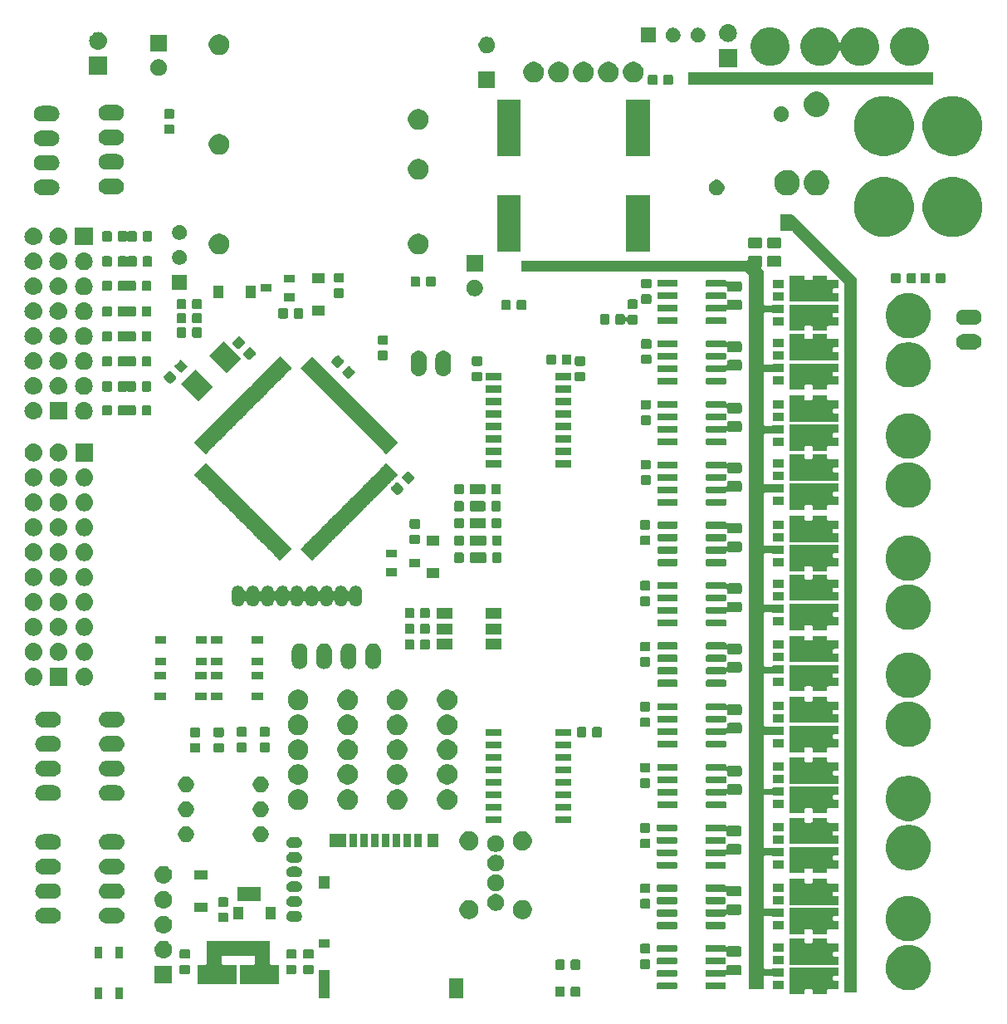
<source format=gbr>
G04 #@! TF.GenerationSoftware,KiCad,Pcbnew,(5.1.4)-1*
G04 #@! TF.CreationDate,2019-12-19T22:16:52+09:00*
G04 #@! TF.ProjectId,Main,4d61696e-2e6b-4696-9361-645f70636258,rev?*
G04 #@! TF.SameCoordinates,Original*
G04 #@! TF.FileFunction,Soldermask,Top*
G04 #@! TF.FilePolarity,Negative*
%FSLAX46Y46*%
G04 Gerber Fmt 4.6, Leading zero omitted, Abs format (unit mm)*
G04 Created by KiCad (PCBNEW (5.1.4)-1) date 2019-12-19 22:16:52*
%MOMM*%
%LPD*%
G04 APERTURE LIST*
%ADD10C,0.100000*%
G04 APERTURE END LIST*
D10*
G36*
X46871000Y-137761000D02*
G01*
X46119000Y-137761000D01*
X46119000Y-136609000D01*
X46871000Y-136609000D01*
X46871000Y-137761000D01*
X46871000Y-137761000D01*
G37*
G36*
X44721000Y-137761000D02*
G01*
X43969000Y-137761000D01*
X43969000Y-136609000D01*
X44721000Y-136609000D01*
X44721000Y-137761000D01*
X44721000Y-137761000D01*
G37*
G36*
X81576000Y-137676000D02*
G01*
X80174000Y-137676000D01*
X80174000Y-135674000D01*
X81576000Y-135674000D01*
X81576000Y-137676000D01*
X81576000Y-137676000D01*
G37*
G36*
X67926000Y-137676000D02*
G01*
X66824000Y-137676000D01*
X66824000Y-134774000D01*
X67926000Y-134774000D01*
X67926000Y-137676000D01*
X67926000Y-137676000D01*
G37*
G36*
X93379591Y-136478085D02*
G01*
X93413569Y-136488393D01*
X93444890Y-136505134D01*
X93472339Y-136527661D01*
X93494866Y-136555110D01*
X93511607Y-136586431D01*
X93521915Y-136620409D01*
X93526000Y-136661890D01*
X93526000Y-137338110D01*
X93521915Y-137379591D01*
X93511607Y-137413569D01*
X93494866Y-137444890D01*
X93472339Y-137472339D01*
X93444890Y-137494866D01*
X93413569Y-137511607D01*
X93379591Y-137521915D01*
X93338110Y-137526000D01*
X92736890Y-137526000D01*
X92695409Y-137521915D01*
X92661431Y-137511607D01*
X92630110Y-137494866D01*
X92602661Y-137472339D01*
X92580134Y-137444890D01*
X92563393Y-137413569D01*
X92553085Y-137379591D01*
X92549000Y-137338110D01*
X92549000Y-136661890D01*
X92553085Y-136620409D01*
X92563393Y-136586431D01*
X92580134Y-136555110D01*
X92602661Y-136527661D01*
X92630110Y-136505134D01*
X92661431Y-136488393D01*
X92695409Y-136478085D01*
X92736890Y-136474000D01*
X93338110Y-136474000D01*
X93379591Y-136478085D01*
X93379591Y-136478085D01*
G37*
G36*
X91804591Y-136478085D02*
G01*
X91838569Y-136488393D01*
X91869890Y-136505134D01*
X91897339Y-136527661D01*
X91919866Y-136555110D01*
X91936607Y-136586431D01*
X91946915Y-136620409D01*
X91951000Y-136661890D01*
X91951000Y-137338110D01*
X91946915Y-137379591D01*
X91936607Y-137413569D01*
X91919866Y-137444890D01*
X91897339Y-137472339D01*
X91869890Y-137494866D01*
X91838569Y-137511607D01*
X91804591Y-137521915D01*
X91763110Y-137526000D01*
X91161890Y-137526000D01*
X91120409Y-137521915D01*
X91086431Y-137511607D01*
X91055110Y-137494866D01*
X91027661Y-137472339D01*
X91005134Y-137444890D01*
X90988393Y-137413569D01*
X90978085Y-137379591D01*
X90974000Y-137338110D01*
X90974000Y-136661890D01*
X90978085Y-136620409D01*
X90988393Y-136586431D01*
X91005134Y-136555110D01*
X91027661Y-136527661D01*
X91055110Y-136505134D01*
X91086431Y-136488393D01*
X91120409Y-136478085D01*
X91161890Y-136474000D01*
X91763110Y-136474000D01*
X91804591Y-136478085D01*
X91804591Y-136478085D01*
G37*
G36*
X119848000Y-135401000D02*
G01*
X119412999Y-135401000D01*
X119388613Y-135403402D01*
X119365164Y-135410515D01*
X119343553Y-135422066D01*
X119324611Y-135437611D01*
X119309066Y-135456553D01*
X119297515Y-135478164D01*
X119290402Y-135501613D01*
X119288000Y-135525999D01*
X119288000Y-135754001D01*
X119290402Y-135778387D01*
X119297515Y-135801836D01*
X119309066Y-135823447D01*
X119324611Y-135842389D01*
X119343553Y-135857934D01*
X119365164Y-135869485D01*
X119388613Y-135876598D01*
X119412999Y-135879000D01*
X119848000Y-135879000D01*
X119848000Y-136731000D01*
X118832999Y-136731000D01*
X118808613Y-136733402D01*
X118785164Y-136740515D01*
X118763553Y-136752066D01*
X118744611Y-136767611D01*
X118729066Y-136786553D01*
X118717515Y-136808164D01*
X118710402Y-136831613D01*
X118708000Y-136855999D01*
X118708000Y-137225500D01*
X117206000Y-137225500D01*
X117206000Y-136855999D01*
X117203598Y-136831613D01*
X117196485Y-136808164D01*
X117184934Y-136786553D01*
X117169389Y-136767611D01*
X117150447Y-136752066D01*
X117128836Y-136740515D01*
X117105387Y-136733402D01*
X117081001Y-136731000D01*
X116532999Y-136731000D01*
X116508613Y-136733402D01*
X116485164Y-136740515D01*
X116463553Y-136752066D01*
X116444611Y-136767611D01*
X116429066Y-136786553D01*
X116417515Y-136808164D01*
X116410402Y-136831613D01*
X116408000Y-136855999D01*
X116408000Y-137225500D01*
X114906000Y-137225500D01*
X114906000Y-134549000D01*
X119848000Y-134549000D01*
X119848000Y-135401000D01*
X119848000Y-135401000D01*
G37*
G36*
X121700000Y-64300000D02*
G01*
X121700000Y-137050000D01*
X120450000Y-137050000D01*
X120450000Y-64851777D01*
X120447598Y-64827391D01*
X120440485Y-64803942D01*
X120428934Y-64782331D01*
X120413389Y-64763389D01*
X120061387Y-64411387D01*
X120042445Y-64395842D01*
X120020834Y-64384291D01*
X119997385Y-64377178D01*
X119972999Y-64374776D01*
X119948613Y-64377178D01*
X119935994Y-64381006D01*
X119939822Y-64368387D01*
X119942224Y-64344001D01*
X119939822Y-64319615D01*
X119932709Y-64296166D01*
X119921158Y-64274555D01*
X119905613Y-64255613D01*
X117950000Y-62300000D01*
X115186741Y-59487397D01*
X115167938Y-59471685D01*
X115146430Y-59459943D01*
X115123045Y-59452622D01*
X115097575Y-59450000D01*
X113950000Y-59450000D01*
X113950000Y-57750000D01*
X115150000Y-57750000D01*
X121700000Y-64300000D01*
X121700000Y-64300000D01*
G37*
G36*
X127350186Y-132273577D02*
G01*
X127671177Y-132337426D01*
X128089932Y-132510880D01*
X128466802Y-132762696D01*
X128787304Y-133083198D01*
X129039120Y-133460068D01*
X129212574Y-133878823D01*
X129246822Y-134051000D01*
X129301000Y-134323370D01*
X129301000Y-134776630D01*
X129271435Y-134925262D01*
X129212574Y-135221177D01*
X129039120Y-135639932D01*
X128787304Y-136016802D01*
X128466802Y-136337304D01*
X128089932Y-136589120D01*
X127671177Y-136762574D01*
X127550626Y-136786553D01*
X127226630Y-136851000D01*
X126773370Y-136851000D01*
X126449374Y-136786553D01*
X126328823Y-136762574D01*
X125910068Y-136589120D01*
X125533198Y-136337304D01*
X125212696Y-136016802D01*
X124960880Y-135639932D01*
X124787426Y-135221177D01*
X124728565Y-134925262D01*
X124699000Y-134776630D01*
X124699000Y-134323370D01*
X124753178Y-134051000D01*
X124787426Y-133878823D01*
X124960880Y-133460068D01*
X125212696Y-133083198D01*
X125533198Y-132762696D01*
X125910068Y-132510880D01*
X126328823Y-132337426D01*
X126649814Y-132273577D01*
X126773370Y-132249000D01*
X127226630Y-132249000D01*
X127350186Y-132273577D01*
X127350186Y-132273577D01*
G37*
G36*
X103309928Y-136056764D02*
G01*
X103331009Y-136063160D01*
X103350445Y-136073548D01*
X103367476Y-136087524D01*
X103381452Y-136104555D01*
X103391840Y-136123991D01*
X103398236Y-136145072D01*
X103401000Y-136173140D01*
X103401000Y-136636860D01*
X103398236Y-136664928D01*
X103391840Y-136686009D01*
X103381452Y-136705445D01*
X103367476Y-136722476D01*
X103350445Y-136736452D01*
X103331009Y-136746840D01*
X103309928Y-136753236D01*
X103281860Y-136756000D01*
X101468140Y-136756000D01*
X101440072Y-136753236D01*
X101418991Y-136746840D01*
X101399555Y-136736452D01*
X101382524Y-136722476D01*
X101368548Y-136705445D01*
X101358160Y-136686009D01*
X101351764Y-136664928D01*
X101349000Y-136636860D01*
X101349000Y-136173140D01*
X101351764Y-136145072D01*
X101358160Y-136123991D01*
X101368548Y-136104555D01*
X101382524Y-136087524D01*
X101399555Y-136073548D01*
X101418991Y-136063160D01*
X101440072Y-136056764D01*
X101468140Y-136054000D01*
X103281860Y-136054000D01*
X103309928Y-136056764D01*
X103309928Y-136056764D01*
G37*
G36*
X108259928Y-136056764D02*
G01*
X108281009Y-136063160D01*
X108300445Y-136073548D01*
X108317476Y-136087524D01*
X108331452Y-136104555D01*
X108341840Y-136123991D01*
X108348236Y-136145072D01*
X108351000Y-136173140D01*
X108351000Y-136636860D01*
X108348236Y-136664928D01*
X108341840Y-136686009D01*
X108331452Y-136705445D01*
X108317476Y-136722476D01*
X108300445Y-136736452D01*
X108281009Y-136746840D01*
X108259928Y-136753236D01*
X108231860Y-136756000D01*
X106418140Y-136756000D01*
X106390072Y-136753236D01*
X106368991Y-136746840D01*
X106349555Y-136736452D01*
X106332524Y-136722476D01*
X106318548Y-136705445D01*
X106308160Y-136686009D01*
X106301764Y-136664928D01*
X106299000Y-136636860D01*
X106299000Y-136173140D01*
X106301764Y-136145072D01*
X106308160Y-136123991D01*
X106318548Y-136104555D01*
X106332524Y-136087524D01*
X106349555Y-136073548D01*
X106368991Y-136063160D01*
X106390072Y-136056764D01*
X106418140Y-136054000D01*
X108231860Y-136054000D01*
X108259928Y-136056764D01*
X108259928Y-136056764D01*
G37*
G36*
X111934468Y-62003565D02*
G01*
X111973138Y-62015296D01*
X112008777Y-62034346D01*
X112040017Y-62059983D01*
X112065654Y-62091223D01*
X112084704Y-62126862D01*
X112096435Y-62165532D01*
X112101000Y-62211888D01*
X112101000Y-62863112D01*
X112096435Y-62909468D01*
X112084704Y-62948138D01*
X112065654Y-62983777D01*
X112040017Y-63015017D01*
X112003088Y-63045323D01*
X111994900Y-63050794D01*
X111977572Y-63068121D01*
X111963958Y-63088495D01*
X111954581Y-63111134D01*
X111949800Y-63135167D01*
X111949800Y-63159671D01*
X111954580Y-63183705D01*
X111963957Y-63206344D01*
X111977570Y-63226718D01*
X111985809Y-63235809D01*
X112250000Y-63500000D01*
X112250000Y-66925001D01*
X112252402Y-66949387D01*
X112259515Y-66972836D01*
X112271066Y-66994447D01*
X112286611Y-67013389D01*
X112305553Y-67028934D01*
X112327164Y-67040485D01*
X112350613Y-67047598D01*
X112374999Y-67050000D01*
X113032001Y-67050000D01*
X113056387Y-67047598D01*
X113079836Y-67040485D01*
X113101447Y-67028934D01*
X113120389Y-67013389D01*
X113123991Y-67009000D01*
X114259000Y-67009000D01*
X114259000Y-67861000D01*
X113155621Y-67861000D01*
X113154598Y-67850613D01*
X113147485Y-67827164D01*
X113135934Y-67805553D01*
X113120389Y-67786611D01*
X113101447Y-67771066D01*
X113079836Y-67759515D01*
X113056387Y-67752402D01*
X113032001Y-67750000D01*
X112374999Y-67750000D01*
X112350613Y-67752402D01*
X112327164Y-67759515D01*
X112305553Y-67771066D01*
X112286611Y-67786611D01*
X112271066Y-67805553D01*
X112259515Y-67827164D01*
X112252402Y-67850613D01*
X112250000Y-67874999D01*
X112250000Y-72975001D01*
X112252402Y-72999387D01*
X112259515Y-73022836D01*
X112271066Y-73044447D01*
X112286611Y-73063389D01*
X112305553Y-73078934D01*
X112327164Y-73090485D01*
X112350613Y-73097598D01*
X112374999Y-73100000D01*
X113032001Y-73100000D01*
X113056387Y-73097598D01*
X113079836Y-73090485D01*
X113101447Y-73078934D01*
X113120389Y-73063389D01*
X113135934Y-73044447D01*
X113147485Y-73022836D01*
X113151682Y-73009000D01*
X114259000Y-73009000D01*
X114259000Y-73861000D01*
X113138845Y-73861000D01*
X113135934Y-73855553D01*
X113120389Y-73836611D01*
X113101447Y-73821066D01*
X113079836Y-73809515D01*
X113056387Y-73802402D01*
X113032001Y-73800000D01*
X112374999Y-73800000D01*
X112350613Y-73802402D01*
X112327164Y-73809515D01*
X112305553Y-73821066D01*
X112286611Y-73836611D01*
X112271066Y-73855553D01*
X112259515Y-73877164D01*
X112252402Y-73900613D01*
X112250000Y-73924999D01*
X112250000Y-79175001D01*
X112252402Y-79199387D01*
X112259515Y-79222836D01*
X112271066Y-79244447D01*
X112286611Y-79263389D01*
X112305553Y-79278934D01*
X112327164Y-79290485D01*
X112350613Y-79297598D01*
X112374999Y-79300000D01*
X113032001Y-79300000D01*
X113056387Y-79297598D01*
X113079836Y-79290485D01*
X113101447Y-79278934D01*
X113120389Y-79263389D01*
X113123991Y-79259000D01*
X114259000Y-79259000D01*
X114259000Y-80111000D01*
X113082614Y-80111000D01*
X113079836Y-80109515D01*
X113056387Y-80102402D01*
X113032001Y-80100000D01*
X112374999Y-80100000D01*
X112350613Y-80102402D01*
X112327164Y-80109515D01*
X112305553Y-80121066D01*
X112286611Y-80136611D01*
X112271066Y-80155553D01*
X112259515Y-80177164D01*
X112252402Y-80200613D01*
X112250000Y-80224999D01*
X112250000Y-85175001D01*
X112252402Y-85199387D01*
X112259515Y-85222836D01*
X112271066Y-85244447D01*
X112286611Y-85263389D01*
X112305553Y-85278934D01*
X112327164Y-85290485D01*
X112350613Y-85297598D01*
X112374999Y-85300000D01*
X113032001Y-85300000D01*
X113056387Y-85297598D01*
X113079836Y-85290485D01*
X113101447Y-85278934D01*
X113120389Y-85263389D01*
X113123991Y-85259000D01*
X114259000Y-85259000D01*
X114259000Y-86111000D01*
X113082614Y-86111000D01*
X113079836Y-86109515D01*
X113056387Y-86102402D01*
X113032001Y-86100000D01*
X112374999Y-86100000D01*
X112350613Y-86102402D01*
X112327164Y-86109515D01*
X112305553Y-86121066D01*
X112286611Y-86136611D01*
X112271066Y-86155553D01*
X112259515Y-86177164D01*
X112252402Y-86200613D01*
X112250000Y-86224999D01*
X112250000Y-91425001D01*
X112252402Y-91449387D01*
X112259515Y-91472836D01*
X112271066Y-91494447D01*
X112286611Y-91513389D01*
X112305553Y-91528934D01*
X112327164Y-91540485D01*
X112350613Y-91547598D01*
X112374999Y-91550000D01*
X113032001Y-91550000D01*
X113056387Y-91547598D01*
X113079836Y-91540485D01*
X113101447Y-91528934D01*
X113120389Y-91513389D01*
X113123991Y-91509000D01*
X114259000Y-91509000D01*
X114259000Y-92361000D01*
X113138845Y-92361000D01*
X113135934Y-92355553D01*
X113120389Y-92336611D01*
X113101447Y-92321066D01*
X113079836Y-92309515D01*
X113056387Y-92302402D01*
X113032001Y-92300000D01*
X112374999Y-92300000D01*
X112350613Y-92302402D01*
X112327164Y-92309515D01*
X112305553Y-92321066D01*
X112286611Y-92336611D01*
X112271066Y-92355553D01*
X112259515Y-92377164D01*
X112252402Y-92400613D01*
X112250000Y-92424999D01*
X112250000Y-97425001D01*
X112252402Y-97449387D01*
X112259515Y-97472836D01*
X112271066Y-97494447D01*
X112286611Y-97513389D01*
X112305553Y-97528934D01*
X112327164Y-97540485D01*
X112350613Y-97547598D01*
X112374999Y-97550000D01*
X113032001Y-97550000D01*
X113056387Y-97547598D01*
X113079836Y-97540485D01*
X113101447Y-97528934D01*
X113120389Y-97513389D01*
X113123991Y-97509000D01*
X114259000Y-97509000D01*
X114259000Y-98361000D01*
X113138845Y-98361000D01*
X113135934Y-98355553D01*
X113120389Y-98336611D01*
X113101447Y-98321066D01*
X113079836Y-98309515D01*
X113056387Y-98302402D01*
X113032001Y-98300000D01*
X112374999Y-98300000D01*
X112350613Y-98302402D01*
X112327164Y-98309515D01*
X112305553Y-98321066D01*
X112286611Y-98336611D01*
X112271066Y-98355553D01*
X112259515Y-98377164D01*
X112252402Y-98400613D01*
X112250000Y-98424999D01*
X112250000Y-103725001D01*
X112252402Y-103749387D01*
X112259515Y-103772836D01*
X112271066Y-103794447D01*
X112286611Y-103813389D01*
X112305553Y-103828934D01*
X112327164Y-103840485D01*
X112350613Y-103847598D01*
X112374999Y-103850000D01*
X113032001Y-103850000D01*
X113056387Y-103847598D01*
X113079836Y-103840485D01*
X113101447Y-103828934D01*
X113120389Y-103813389D01*
X113135934Y-103794447D01*
X113147485Y-103772836D01*
X113151682Y-103759000D01*
X114259000Y-103759000D01*
X114259000Y-104611000D01*
X113138845Y-104611000D01*
X113135934Y-104605553D01*
X113120389Y-104586611D01*
X113101447Y-104571066D01*
X113079836Y-104559515D01*
X113056387Y-104552402D01*
X113032001Y-104550000D01*
X112326162Y-104550000D01*
X112301776Y-104552402D01*
X112278327Y-104559515D01*
X112256716Y-104571066D01*
X112237774Y-104586611D01*
X112222229Y-104605553D01*
X112210678Y-104627164D01*
X112203565Y-104650613D01*
X112201168Y-104676155D01*
X112248757Y-109815722D01*
X112248853Y-109826158D01*
X112251481Y-109850521D01*
X112258811Y-109873903D01*
X112270562Y-109895406D01*
X112286282Y-109914203D01*
X112305367Y-109929572D01*
X112327083Y-109940923D01*
X112350597Y-109947819D01*
X112373847Y-109950000D01*
X113500000Y-109950000D01*
X113500038Y-109950641D01*
X113509852Y-109953618D01*
X113546137Y-109959000D01*
X114259000Y-109959000D01*
X114259000Y-110811000D01*
X113082614Y-110811000D01*
X113079836Y-110809515D01*
X113056387Y-110802402D01*
X113032001Y-110800000D01*
X112373868Y-110800000D01*
X112349482Y-110802402D01*
X112326033Y-110809515D01*
X112304422Y-110821066D01*
X112285480Y-110836611D01*
X112269935Y-110855553D01*
X112258384Y-110877164D01*
X112251271Y-110900613D01*
X112248874Y-110923863D01*
X112201147Y-116173865D01*
X112203327Y-116198272D01*
X112210227Y-116221784D01*
X112221581Y-116243499D01*
X112236954Y-116262582D01*
X112255753Y-116278298D01*
X112277258Y-116290045D01*
X112300641Y-116297371D01*
X112326141Y-116300000D01*
X113032001Y-116300000D01*
X113056387Y-116297598D01*
X113079836Y-116290485D01*
X113101447Y-116278934D01*
X113120389Y-116263389D01*
X113135934Y-116244447D01*
X113147485Y-116222836D01*
X113154598Y-116199387D01*
X113157000Y-116175001D01*
X113157000Y-116159000D01*
X114259000Y-116159000D01*
X114259000Y-117011000D01*
X113155621Y-117011000D01*
X113154598Y-117000613D01*
X113147485Y-116977164D01*
X113135934Y-116955553D01*
X113120389Y-116936611D01*
X113101447Y-116921066D01*
X113079836Y-116909515D01*
X113056387Y-116902402D01*
X113032001Y-116900000D01*
X112374999Y-116900000D01*
X112350613Y-116902402D01*
X112327164Y-116909515D01*
X112305553Y-116921066D01*
X112286611Y-116936611D01*
X112271066Y-116955553D01*
X112259515Y-116977164D01*
X112252402Y-117000613D01*
X112250000Y-117024999D01*
X112250000Y-122225001D01*
X112252402Y-122249387D01*
X112259515Y-122272836D01*
X112271066Y-122294447D01*
X112286611Y-122313389D01*
X112305553Y-122328934D01*
X112327164Y-122340485D01*
X112350613Y-122347598D01*
X112374999Y-122350000D01*
X113032001Y-122350000D01*
X113056387Y-122347598D01*
X113079836Y-122340485D01*
X113101447Y-122328934D01*
X113120389Y-122313389D01*
X113123991Y-122309000D01*
X114259000Y-122309000D01*
X114259000Y-123161000D01*
X113138845Y-123161000D01*
X113135934Y-123155553D01*
X113120389Y-123136611D01*
X113101447Y-123121066D01*
X113079836Y-123109515D01*
X113056387Y-123102402D01*
X113032001Y-123100000D01*
X112374999Y-123100000D01*
X112350613Y-123102402D01*
X112327164Y-123109515D01*
X112305553Y-123121066D01*
X112286611Y-123136611D01*
X112271066Y-123155553D01*
X112259515Y-123177164D01*
X112252402Y-123200613D01*
X112250000Y-123224999D01*
X112250000Y-128425001D01*
X112252402Y-128449387D01*
X112259515Y-128472836D01*
X112271066Y-128494447D01*
X112286611Y-128513389D01*
X112305553Y-128528934D01*
X112327164Y-128540485D01*
X112350613Y-128547598D01*
X112374999Y-128550000D01*
X113032001Y-128550000D01*
X113056387Y-128547598D01*
X113079836Y-128540485D01*
X113101447Y-128528934D01*
X113120389Y-128513389D01*
X113123991Y-128509000D01*
X114259000Y-128509000D01*
X114259000Y-129361000D01*
X113138845Y-129361000D01*
X113135934Y-129355553D01*
X113120389Y-129336611D01*
X113101447Y-129321066D01*
X113079836Y-129309515D01*
X113056387Y-129302402D01*
X113032001Y-129300000D01*
X112326162Y-129300000D01*
X112301776Y-129302402D01*
X112278327Y-129309515D01*
X112256716Y-129321066D01*
X112237774Y-129336611D01*
X112222229Y-129355553D01*
X112210678Y-129377164D01*
X112203565Y-129400613D01*
X112201168Y-129426155D01*
X112248773Y-134567448D01*
X112248853Y-134576158D01*
X112251481Y-134600521D01*
X112258811Y-134623903D01*
X112270562Y-134645406D01*
X112286282Y-134664203D01*
X112305367Y-134679572D01*
X112327083Y-134690923D01*
X112350597Y-134697819D01*
X112373847Y-134700000D01*
X113032001Y-134700000D01*
X113056387Y-134697598D01*
X113079836Y-134690485D01*
X113101447Y-134678934D01*
X113120389Y-134663389D01*
X113135934Y-134644447D01*
X113147485Y-134622836D01*
X113151682Y-134609000D01*
X114259000Y-134609000D01*
X114259000Y-135461000D01*
X113155621Y-135461000D01*
X113154598Y-135450613D01*
X113147485Y-135427164D01*
X113135934Y-135405553D01*
X113120389Y-135386611D01*
X113101447Y-135371066D01*
X113079836Y-135359515D01*
X113056387Y-135352402D01*
X113032001Y-135350000D01*
X112374999Y-135350000D01*
X112350613Y-135352402D01*
X112327164Y-135359515D01*
X112305553Y-135371066D01*
X112286611Y-135386611D01*
X112271066Y-135405553D01*
X112259515Y-135427164D01*
X112252402Y-135450613D01*
X112250000Y-135474999D01*
X112250000Y-136750000D01*
X110750000Y-136750000D01*
X110750000Y-64051777D01*
X110747598Y-64027391D01*
X110740485Y-64003942D01*
X110728934Y-63982331D01*
X110713389Y-63963389D01*
X110386611Y-63636611D01*
X110367669Y-63621066D01*
X110346058Y-63609515D01*
X110322609Y-63602402D01*
X110298223Y-63600000D01*
X87500000Y-63600000D01*
X87500000Y-62500000D01*
X110474001Y-62500000D01*
X110498387Y-62497598D01*
X110521836Y-62490485D01*
X110543447Y-62478934D01*
X110562389Y-62463389D01*
X110577934Y-62444447D01*
X110589485Y-62422836D01*
X110596598Y-62399387D01*
X110599000Y-62375001D01*
X110599000Y-62211888D01*
X110603565Y-62165532D01*
X110615296Y-62126862D01*
X110634346Y-62091223D01*
X110659983Y-62059983D01*
X110691223Y-62034346D01*
X110726862Y-62015296D01*
X110765532Y-62003565D01*
X110811888Y-61999000D01*
X111888112Y-61999000D01*
X111934468Y-62003565D01*
X111934468Y-62003565D01*
G37*
G36*
X114259000Y-136731000D02*
G01*
X113157000Y-136731000D01*
X113157000Y-135879000D01*
X114259000Y-135879000D01*
X114259000Y-136731000D01*
X114259000Y-136731000D01*
G37*
G36*
X61901000Y-134124001D02*
G01*
X61903402Y-134148387D01*
X61910515Y-134171836D01*
X61922066Y-134193447D01*
X61937611Y-134212389D01*
X61956553Y-134227934D01*
X61978164Y-134239485D01*
X62001613Y-134246598D01*
X62025999Y-134249000D01*
X62798500Y-134249000D01*
X62798500Y-136251000D01*
X58851500Y-136251000D01*
X58851500Y-134249000D01*
X60199001Y-134249000D01*
X60223387Y-134246598D01*
X60246836Y-134239485D01*
X60268447Y-134227934D01*
X60287389Y-134212389D01*
X60302934Y-134193447D01*
X60314485Y-134171836D01*
X60321598Y-134148387D01*
X60324000Y-134124001D01*
X60324000Y-133455999D01*
X60321598Y-133431613D01*
X60314485Y-133408164D01*
X60302934Y-133386553D01*
X60287389Y-133367611D01*
X60268447Y-133352066D01*
X60246836Y-133340515D01*
X60223387Y-133333402D01*
X60199001Y-133331000D01*
X57100999Y-133331000D01*
X57076613Y-133333402D01*
X57053164Y-133340515D01*
X57031553Y-133352066D01*
X57012611Y-133367611D01*
X56997066Y-133386553D01*
X56985515Y-133408164D01*
X56978402Y-133431613D01*
X56976000Y-133455999D01*
X56976000Y-134124001D01*
X56978402Y-134148387D01*
X56985515Y-134171836D01*
X56997066Y-134193447D01*
X57012611Y-134212389D01*
X57031553Y-134227934D01*
X57053164Y-134239485D01*
X57076613Y-134246598D01*
X57100999Y-134249000D01*
X58448500Y-134249000D01*
X58448500Y-136251000D01*
X54501500Y-136251000D01*
X54501500Y-134249000D01*
X55274001Y-134249000D01*
X55298387Y-134246598D01*
X55321836Y-134239485D01*
X55343447Y-134227934D01*
X55362389Y-134212389D01*
X55377934Y-134193447D01*
X55389485Y-134171836D01*
X55396598Y-134148387D01*
X55399000Y-134124001D01*
X55399000Y-131849000D01*
X61901000Y-131849000D01*
X61901000Y-134124001D01*
X61901000Y-134124001D01*
G37*
G36*
X51901000Y-136151000D02*
G01*
X50099000Y-136151000D01*
X50099000Y-134349000D01*
X51901000Y-134349000D01*
X51901000Y-136151000D01*
X51901000Y-136151000D01*
G37*
G36*
X109784468Y-134253565D02*
G01*
X109823138Y-134265296D01*
X109858777Y-134284346D01*
X109890017Y-134309983D01*
X109915654Y-134341223D01*
X109934704Y-134376862D01*
X109946435Y-134415532D01*
X109951000Y-134461888D01*
X109951000Y-135113112D01*
X109946435Y-135159468D01*
X109934704Y-135198138D01*
X109915654Y-135233777D01*
X109890017Y-135265017D01*
X109858777Y-135290654D01*
X109823138Y-135309704D01*
X109784468Y-135321435D01*
X109738112Y-135326000D01*
X108661888Y-135326000D01*
X108615532Y-135321435D01*
X108576865Y-135309705D01*
X108532629Y-135286060D01*
X108509990Y-135276683D01*
X108485956Y-135271902D01*
X108461452Y-135271902D01*
X108437419Y-135276682D01*
X108414780Y-135286060D01*
X108394406Y-135299673D01*
X108377079Y-135317000D01*
X108363465Y-135337374D01*
X108354088Y-135360013D01*
X108349307Y-135384049D01*
X108348236Y-135394927D01*
X108341840Y-135416009D01*
X108331452Y-135435445D01*
X108317476Y-135452476D01*
X108300445Y-135466452D01*
X108281009Y-135476840D01*
X108259928Y-135483236D01*
X108231860Y-135486000D01*
X106418140Y-135486000D01*
X106390072Y-135483236D01*
X106368991Y-135476840D01*
X106349555Y-135466452D01*
X106332524Y-135452476D01*
X106318548Y-135435445D01*
X106308160Y-135416009D01*
X106301764Y-135394928D01*
X106299000Y-135366860D01*
X106299000Y-134903140D01*
X106301764Y-134875072D01*
X106308160Y-134853991D01*
X106318548Y-134834555D01*
X106332524Y-134817524D01*
X106349555Y-134803548D01*
X106368991Y-134793160D01*
X106390072Y-134786764D01*
X106418140Y-134784000D01*
X108231860Y-134784000D01*
X108259926Y-134786764D01*
X108287714Y-134795194D01*
X108311747Y-134799975D01*
X108336251Y-134799975D01*
X108360285Y-134795195D01*
X108382924Y-134785818D01*
X108403298Y-134772205D01*
X108420625Y-134754878D01*
X108434239Y-134734504D01*
X108443617Y-134711865D01*
X108448398Y-134687832D01*
X108449000Y-134675578D01*
X108449000Y-134461888D01*
X108453565Y-134415532D01*
X108465296Y-134376864D01*
X108471988Y-134364343D01*
X108481365Y-134341705D01*
X108486145Y-134317671D01*
X108486145Y-134311487D01*
X108495394Y-134309647D01*
X108518033Y-134300270D01*
X108538409Y-134286655D01*
X108541223Y-134284346D01*
X108576862Y-134265296D01*
X108615532Y-134253565D01*
X108661888Y-134249000D01*
X109738112Y-134249000D01*
X109784468Y-134253565D01*
X109784468Y-134253565D01*
G37*
G36*
X103309928Y-134786764D02*
G01*
X103331009Y-134793160D01*
X103350445Y-134803548D01*
X103367476Y-134817524D01*
X103381452Y-134834555D01*
X103391840Y-134853991D01*
X103398236Y-134875072D01*
X103401000Y-134903140D01*
X103401000Y-135366860D01*
X103398236Y-135394928D01*
X103391840Y-135416009D01*
X103381452Y-135435445D01*
X103367476Y-135452476D01*
X103350445Y-135466452D01*
X103331009Y-135476840D01*
X103309928Y-135483236D01*
X103281860Y-135486000D01*
X101468140Y-135486000D01*
X101440072Y-135483236D01*
X101418991Y-135476840D01*
X101399555Y-135466452D01*
X101382524Y-135452476D01*
X101368548Y-135435445D01*
X101358160Y-135416009D01*
X101351764Y-135394928D01*
X101349000Y-135366860D01*
X101349000Y-134903140D01*
X101351764Y-134875072D01*
X101358160Y-134853991D01*
X101368548Y-134834555D01*
X101382524Y-134817524D01*
X101399555Y-134803548D01*
X101418991Y-134793160D01*
X101440072Y-134786764D01*
X101468140Y-134784000D01*
X103281860Y-134784000D01*
X103309928Y-134786764D01*
X103309928Y-134786764D01*
G37*
G36*
X66179591Y-134253085D02*
G01*
X66213569Y-134263393D01*
X66244890Y-134280134D01*
X66272339Y-134302661D01*
X66294866Y-134330110D01*
X66311607Y-134361431D01*
X66321915Y-134395409D01*
X66326000Y-134436890D01*
X66326000Y-135038110D01*
X66321915Y-135079591D01*
X66311607Y-135113569D01*
X66294866Y-135144890D01*
X66272339Y-135172339D01*
X66244890Y-135194866D01*
X66213569Y-135211607D01*
X66179591Y-135221915D01*
X66138110Y-135226000D01*
X65461890Y-135226000D01*
X65420409Y-135221915D01*
X65386431Y-135211607D01*
X65355110Y-135194866D01*
X65327661Y-135172339D01*
X65305134Y-135144890D01*
X65288393Y-135113569D01*
X65278085Y-135079591D01*
X65274000Y-135038110D01*
X65274000Y-134436890D01*
X65278085Y-134395409D01*
X65288393Y-134361431D01*
X65305134Y-134330110D01*
X65327661Y-134302661D01*
X65355110Y-134280134D01*
X65386431Y-134263393D01*
X65420409Y-134253085D01*
X65461890Y-134249000D01*
X66138110Y-134249000D01*
X66179591Y-134253085D01*
X66179591Y-134253085D01*
G37*
G36*
X53579591Y-134253085D02*
G01*
X53613569Y-134263393D01*
X53644890Y-134280134D01*
X53672339Y-134302661D01*
X53694866Y-134330110D01*
X53711607Y-134361431D01*
X53721915Y-134395409D01*
X53726000Y-134436890D01*
X53726000Y-135038110D01*
X53721915Y-135079591D01*
X53711607Y-135113569D01*
X53694866Y-135144890D01*
X53672339Y-135172339D01*
X53644890Y-135194866D01*
X53613569Y-135211607D01*
X53579591Y-135221915D01*
X53538110Y-135226000D01*
X52861890Y-135226000D01*
X52820409Y-135221915D01*
X52786431Y-135211607D01*
X52755110Y-135194866D01*
X52727661Y-135172339D01*
X52705134Y-135144890D01*
X52688393Y-135113569D01*
X52678085Y-135079591D01*
X52674000Y-135038110D01*
X52674000Y-134436890D01*
X52678085Y-134395409D01*
X52688393Y-134361431D01*
X52705134Y-134330110D01*
X52727661Y-134302661D01*
X52755110Y-134280134D01*
X52786431Y-134263393D01*
X52820409Y-134253085D01*
X52861890Y-134249000D01*
X53538110Y-134249000D01*
X53579591Y-134253085D01*
X53579591Y-134253085D01*
G37*
G36*
X64429591Y-134253085D02*
G01*
X64463569Y-134263393D01*
X64494890Y-134280134D01*
X64522339Y-134302661D01*
X64544866Y-134330110D01*
X64561607Y-134361431D01*
X64571915Y-134395409D01*
X64576000Y-134436890D01*
X64576000Y-135038110D01*
X64571915Y-135079591D01*
X64561607Y-135113569D01*
X64544866Y-135144890D01*
X64522339Y-135172339D01*
X64494890Y-135194866D01*
X64463569Y-135211607D01*
X64429591Y-135221915D01*
X64388110Y-135226000D01*
X63711890Y-135226000D01*
X63670409Y-135221915D01*
X63636431Y-135211607D01*
X63605110Y-135194866D01*
X63577661Y-135172339D01*
X63555134Y-135144890D01*
X63538393Y-135113569D01*
X63528085Y-135079591D01*
X63524000Y-135038110D01*
X63524000Y-134436890D01*
X63528085Y-134395409D01*
X63538393Y-134361431D01*
X63555134Y-134330110D01*
X63577661Y-134302661D01*
X63605110Y-134280134D01*
X63636431Y-134263393D01*
X63670409Y-134253085D01*
X63711890Y-134249000D01*
X64388110Y-134249000D01*
X64429591Y-134253085D01*
X64429591Y-134253085D01*
G37*
G36*
X93379591Y-133728085D02*
G01*
X93413569Y-133738393D01*
X93444890Y-133755134D01*
X93472339Y-133777661D01*
X93494866Y-133805110D01*
X93511607Y-133836431D01*
X93521915Y-133870409D01*
X93526000Y-133911890D01*
X93526000Y-134588110D01*
X93521915Y-134629591D01*
X93511607Y-134663569D01*
X93494866Y-134694890D01*
X93472339Y-134722339D01*
X93444890Y-134744866D01*
X93413569Y-134761607D01*
X93379591Y-134771915D01*
X93338110Y-134776000D01*
X92736890Y-134776000D01*
X92695409Y-134771915D01*
X92661431Y-134761607D01*
X92630110Y-134744866D01*
X92602661Y-134722339D01*
X92580134Y-134694890D01*
X92563393Y-134663569D01*
X92553085Y-134629591D01*
X92549000Y-134588110D01*
X92549000Y-133911890D01*
X92553085Y-133870409D01*
X92563393Y-133836431D01*
X92580134Y-133805110D01*
X92602661Y-133777661D01*
X92630110Y-133755134D01*
X92661431Y-133738393D01*
X92695409Y-133728085D01*
X92736890Y-133724000D01*
X93338110Y-133724000D01*
X93379591Y-133728085D01*
X93379591Y-133728085D01*
G37*
G36*
X91804591Y-133728085D02*
G01*
X91838569Y-133738393D01*
X91869890Y-133755134D01*
X91897339Y-133777661D01*
X91919866Y-133805110D01*
X91936607Y-133836431D01*
X91946915Y-133870409D01*
X91951000Y-133911890D01*
X91951000Y-134588110D01*
X91946915Y-134629591D01*
X91936607Y-134663569D01*
X91919866Y-134694890D01*
X91897339Y-134722339D01*
X91869890Y-134744866D01*
X91838569Y-134761607D01*
X91804591Y-134771915D01*
X91763110Y-134776000D01*
X91161890Y-134776000D01*
X91120409Y-134771915D01*
X91086431Y-134761607D01*
X91055110Y-134744866D01*
X91027661Y-134722339D01*
X91005134Y-134694890D01*
X90988393Y-134663569D01*
X90978085Y-134629591D01*
X90974000Y-134588110D01*
X90974000Y-133911890D01*
X90978085Y-133870409D01*
X90988393Y-133836431D01*
X91005134Y-133805110D01*
X91027661Y-133777661D01*
X91055110Y-133755134D01*
X91086431Y-133738393D01*
X91120409Y-133728085D01*
X91161890Y-133724000D01*
X91763110Y-133724000D01*
X91804591Y-133728085D01*
X91804591Y-133728085D01*
G37*
G36*
X100529591Y-133703085D02*
G01*
X100563569Y-133713393D01*
X100594890Y-133730134D01*
X100622339Y-133752661D01*
X100644866Y-133780110D01*
X100661607Y-133811431D01*
X100671915Y-133845409D01*
X100676000Y-133886890D01*
X100676000Y-134488110D01*
X100671915Y-134529591D01*
X100661607Y-134563569D01*
X100644866Y-134594890D01*
X100622339Y-134622339D01*
X100594890Y-134644866D01*
X100563569Y-134661607D01*
X100529591Y-134671915D01*
X100488110Y-134676000D01*
X99811890Y-134676000D01*
X99770409Y-134671915D01*
X99736431Y-134661607D01*
X99705110Y-134644866D01*
X99677661Y-134622339D01*
X99655134Y-134594890D01*
X99638393Y-134563569D01*
X99628085Y-134529591D01*
X99624000Y-134488110D01*
X99624000Y-133886890D01*
X99628085Y-133845409D01*
X99638393Y-133811431D01*
X99655134Y-133780110D01*
X99677661Y-133752661D01*
X99705110Y-133730134D01*
X99736431Y-133713393D01*
X99770409Y-133703085D01*
X99811890Y-133699000D01*
X100488110Y-133699000D01*
X100529591Y-133703085D01*
X100529591Y-133703085D01*
G37*
G36*
X116408000Y-131944001D02*
G01*
X116410402Y-131968387D01*
X116417515Y-131991836D01*
X116429066Y-132013447D01*
X116444611Y-132032389D01*
X116463553Y-132047934D01*
X116485164Y-132059485D01*
X116508613Y-132066598D01*
X116532999Y-132069000D01*
X117081001Y-132069000D01*
X117105387Y-132066598D01*
X117128836Y-132059485D01*
X117150447Y-132047934D01*
X117169389Y-132032389D01*
X117184934Y-132013447D01*
X117196485Y-131991836D01*
X117203598Y-131968387D01*
X117206000Y-131944001D01*
X117206000Y-131574500D01*
X118708000Y-131574500D01*
X118708000Y-131944001D01*
X118710402Y-131968387D01*
X118717515Y-131991836D01*
X118729066Y-132013447D01*
X118744611Y-132032389D01*
X118763553Y-132047934D01*
X118785164Y-132059485D01*
X118808613Y-132066598D01*
X118832999Y-132069000D01*
X119848000Y-132069000D01*
X119848000Y-132921000D01*
X119412999Y-132921000D01*
X119388613Y-132923402D01*
X119365164Y-132930515D01*
X119343553Y-132942066D01*
X119324611Y-132957611D01*
X119309066Y-132976553D01*
X119297515Y-132998164D01*
X119290402Y-133021613D01*
X119288000Y-133045999D01*
X119288000Y-133274001D01*
X119290402Y-133298387D01*
X119297515Y-133321836D01*
X119309066Y-133343447D01*
X119324611Y-133362389D01*
X119343553Y-133377934D01*
X119365164Y-133389485D01*
X119388613Y-133396598D01*
X119412999Y-133399000D01*
X119848000Y-133399000D01*
X119848000Y-134251000D01*
X114906000Y-134251000D01*
X114906000Y-131574500D01*
X116408000Y-131574500D01*
X116408000Y-131944001D01*
X116408000Y-131944001D01*
G37*
G36*
X103309928Y-133516764D02*
G01*
X103331009Y-133523160D01*
X103350445Y-133533548D01*
X103367476Y-133547524D01*
X103381452Y-133564555D01*
X103391840Y-133583991D01*
X103398236Y-133605072D01*
X103401000Y-133633140D01*
X103401000Y-134096860D01*
X103398236Y-134124928D01*
X103391840Y-134146009D01*
X103381452Y-134165445D01*
X103367476Y-134182476D01*
X103350445Y-134196452D01*
X103331009Y-134206840D01*
X103309928Y-134213236D01*
X103281860Y-134216000D01*
X101468140Y-134216000D01*
X101440072Y-134213236D01*
X101418991Y-134206840D01*
X101399555Y-134196452D01*
X101382524Y-134182476D01*
X101368548Y-134165445D01*
X101358160Y-134146009D01*
X101351764Y-134124928D01*
X101349000Y-134096860D01*
X101349000Y-133633140D01*
X101351764Y-133605072D01*
X101358160Y-133583991D01*
X101368548Y-133564555D01*
X101382524Y-133547524D01*
X101399555Y-133533548D01*
X101418991Y-133523160D01*
X101440072Y-133516764D01*
X101468140Y-133514000D01*
X103281860Y-133514000D01*
X103309928Y-133516764D01*
X103309928Y-133516764D01*
G37*
G36*
X108259928Y-133516764D02*
G01*
X108281009Y-133523160D01*
X108300444Y-133533548D01*
X108321979Y-133551220D01*
X108322359Y-133551474D01*
X108329557Y-133562246D01*
X108331452Y-133564555D01*
X108341840Y-133583991D01*
X108348236Y-133605072D01*
X108351000Y-133633140D01*
X108351000Y-134096860D01*
X108348236Y-134124928D01*
X108339494Y-134153744D01*
X108334713Y-134177777D01*
X108334713Y-134183964D01*
X108325462Y-134185804D01*
X108302825Y-134195180D01*
X108281009Y-134206840D01*
X108259928Y-134213236D01*
X108231860Y-134216000D01*
X106418140Y-134216000D01*
X106390072Y-134213236D01*
X106368991Y-134206840D01*
X106349555Y-134196452D01*
X106332524Y-134182476D01*
X106318548Y-134165445D01*
X106308160Y-134146009D01*
X106301764Y-134124928D01*
X106299000Y-134096860D01*
X106299000Y-133633140D01*
X106301764Y-133605072D01*
X106308160Y-133583991D01*
X106318548Y-133564555D01*
X106332524Y-133547524D01*
X106349555Y-133533548D01*
X106368991Y-133523160D01*
X106390072Y-133516764D01*
X106418140Y-133514000D01*
X108231860Y-133514000D01*
X108259928Y-133516764D01*
X108259928Y-133516764D01*
G37*
G36*
X114259000Y-134191000D02*
G01*
X113157000Y-134191000D01*
X113157000Y-133339000D01*
X114259000Y-133339000D01*
X114259000Y-134191000D01*
X114259000Y-134191000D01*
G37*
G36*
X53579591Y-132678085D02*
G01*
X53613569Y-132688393D01*
X53644890Y-132705134D01*
X53672339Y-132727661D01*
X53694866Y-132755110D01*
X53711607Y-132786431D01*
X53721915Y-132820409D01*
X53726000Y-132861890D01*
X53726000Y-133463110D01*
X53721915Y-133504591D01*
X53711607Y-133538569D01*
X53694866Y-133569890D01*
X53672339Y-133597339D01*
X53644890Y-133619866D01*
X53613569Y-133636607D01*
X53579591Y-133646915D01*
X53538110Y-133651000D01*
X52861890Y-133651000D01*
X52820409Y-133646915D01*
X52786431Y-133636607D01*
X52755110Y-133619866D01*
X52727661Y-133597339D01*
X52705134Y-133569890D01*
X52688393Y-133538569D01*
X52678085Y-133504591D01*
X52674000Y-133463110D01*
X52674000Y-132861890D01*
X52678085Y-132820409D01*
X52688393Y-132786431D01*
X52705134Y-132755110D01*
X52727661Y-132727661D01*
X52755110Y-132705134D01*
X52786431Y-132688393D01*
X52820409Y-132678085D01*
X52861890Y-132674000D01*
X53538110Y-132674000D01*
X53579591Y-132678085D01*
X53579591Y-132678085D01*
G37*
G36*
X66179591Y-132678085D02*
G01*
X66213569Y-132688393D01*
X66244890Y-132705134D01*
X66272339Y-132727661D01*
X66294866Y-132755110D01*
X66311607Y-132786431D01*
X66321915Y-132820409D01*
X66326000Y-132861890D01*
X66326000Y-133463110D01*
X66321915Y-133504591D01*
X66311607Y-133538569D01*
X66294866Y-133569890D01*
X66272339Y-133597339D01*
X66244890Y-133619866D01*
X66213569Y-133636607D01*
X66179591Y-133646915D01*
X66138110Y-133651000D01*
X65461890Y-133651000D01*
X65420409Y-133646915D01*
X65386431Y-133636607D01*
X65355110Y-133619866D01*
X65327661Y-133597339D01*
X65305134Y-133569890D01*
X65288393Y-133538569D01*
X65278085Y-133504591D01*
X65274000Y-133463110D01*
X65274000Y-132861890D01*
X65278085Y-132820409D01*
X65288393Y-132786431D01*
X65305134Y-132755110D01*
X65327661Y-132727661D01*
X65355110Y-132705134D01*
X65386431Y-132688393D01*
X65420409Y-132678085D01*
X65461890Y-132674000D01*
X66138110Y-132674000D01*
X66179591Y-132678085D01*
X66179591Y-132678085D01*
G37*
G36*
X64429591Y-132678085D02*
G01*
X64463569Y-132688393D01*
X64494890Y-132705134D01*
X64522339Y-132727661D01*
X64544866Y-132755110D01*
X64561607Y-132786431D01*
X64571915Y-132820409D01*
X64576000Y-132861890D01*
X64576000Y-133463110D01*
X64571915Y-133504591D01*
X64561607Y-133538569D01*
X64544866Y-133569890D01*
X64522339Y-133597339D01*
X64494890Y-133619866D01*
X64463569Y-133636607D01*
X64429591Y-133646915D01*
X64388110Y-133651000D01*
X63711890Y-133651000D01*
X63670409Y-133646915D01*
X63636431Y-133636607D01*
X63605110Y-133619866D01*
X63577661Y-133597339D01*
X63555134Y-133569890D01*
X63538393Y-133538569D01*
X63528085Y-133504591D01*
X63524000Y-133463110D01*
X63524000Y-132861890D01*
X63528085Y-132820409D01*
X63538393Y-132786431D01*
X63555134Y-132755110D01*
X63577661Y-132727661D01*
X63605110Y-132705134D01*
X63636431Y-132688393D01*
X63670409Y-132678085D01*
X63711890Y-132674000D01*
X64388110Y-132674000D01*
X64429591Y-132678085D01*
X64429591Y-132678085D01*
G37*
G36*
X46871000Y-133611000D02*
G01*
X46119000Y-133611000D01*
X46119000Y-132459000D01*
X46871000Y-132459000D01*
X46871000Y-133611000D01*
X46871000Y-133611000D01*
G37*
G36*
X51110442Y-131815518D02*
G01*
X51176627Y-131822037D01*
X51346466Y-131873557D01*
X51502991Y-131957222D01*
X51516595Y-131968387D01*
X51640186Y-132069814D01*
X51723448Y-132171271D01*
X51752778Y-132207009D01*
X51772550Y-132244000D01*
X51808839Y-132311890D01*
X51836443Y-132363534D01*
X51887963Y-132533373D01*
X51905359Y-132710000D01*
X51887963Y-132886627D01*
X51837063Y-133054422D01*
X51836442Y-133056468D01*
X51822577Y-133082408D01*
X51752778Y-133212991D01*
X51723448Y-133248729D01*
X51640186Y-133350186D01*
X51540965Y-133431613D01*
X51502991Y-133462778D01*
X51346466Y-133546443D01*
X51176627Y-133597963D01*
X51110443Y-133604481D01*
X51044260Y-133611000D01*
X50955740Y-133611000D01*
X50889557Y-133604481D01*
X50823373Y-133597963D01*
X50653534Y-133546443D01*
X50497009Y-133462778D01*
X50459035Y-133431613D01*
X50359814Y-133350186D01*
X50276552Y-133248729D01*
X50247222Y-133212991D01*
X50177423Y-133082408D01*
X50163558Y-133056468D01*
X50162937Y-133054422D01*
X50112037Y-132886627D01*
X50094641Y-132710000D01*
X50112037Y-132533373D01*
X50163557Y-132363534D01*
X50191162Y-132311890D01*
X50227450Y-132244000D01*
X50247222Y-132207009D01*
X50276552Y-132171271D01*
X50359814Y-132069814D01*
X50483405Y-131968387D01*
X50497009Y-131957222D01*
X50653534Y-131873557D01*
X50823373Y-131822037D01*
X50889558Y-131815518D01*
X50955740Y-131809000D01*
X51044260Y-131809000D01*
X51110442Y-131815518D01*
X51110442Y-131815518D01*
G37*
G36*
X44721000Y-133611000D02*
G01*
X43969000Y-133611000D01*
X43969000Y-132459000D01*
X44721000Y-132459000D01*
X44721000Y-133611000D01*
X44721000Y-133611000D01*
G37*
G36*
X108259928Y-132246764D02*
G01*
X108281009Y-132253160D01*
X108300445Y-132263548D01*
X108317476Y-132277524D01*
X108331452Y-132294555D01*
X108341839Y-132313989D01*
X108350439Y-132342336D01*
X108359817Y-132364974D01*
X108373431Y-132385349D01*
X108390758Y-132402675D01*
X108411133Y-132416289D01*
X108433772Y-132425665D01*
X108457806Y-132430445D01*
X108482310Y-132430445D01*
X108506343Y-132425664D01*
X108528981Y-132416286D01*
X108531947Y-132414304D01*
X108576862Y-132390296D01*
X108615532Y-132378565D01*
X108661888Y-132374000D01*
X109738112Y-132374000D01*
X109784468Y-132378565D01*
X109823138Y-132390296D01*
X109858777Y-132409346D01*
X109890017Y-132434983D01*
X109915654Y-132466223D01*
X109934704Y-132501862D01*
X109946435Y-132540532D01*
X109951000Y-132586888D01*
X109951000Y-133238112D01*
X109946435Y-133284468D01*
X109934704Y-133323138D01*
X109915654Y-133358777D01*
X109890017Y-133390017D01*
X109858777Y-133415654D01*
X109823138Y-133434704D01*
X109784468Y-133446435D01*
X109738112Y-133451000D01*
X108661888Y-133451000D01*
X108615532Y-133446435D01*
X108576862Y-133434704D01*
X108541223Y-133415654D01*
X108505480Y-133386321D01*
X108505099Y-133386066D01*
X108497901Y-133375294D01*
X108484346Y-133358777D01*
X108465296Y-133323138D01*
X108453565Y-133284468D01*
X108449000Y-133238112D01*
X108449000Y-133054422D01*
X108446598Y-133030036D01*
X108439485Y-133006587D01*
X108427934Y-132984976D01*
X108412389Y-132966034D01*
X108393447Y-132950489D01*
X108371836Y-132938938D01*
X108348387Y-132931825D01*
X108324001Y-132929423D01*
X108299615Y-132931825D01*
X108287714Y-132934806D01*
X108259926Y-132943236D01*
X108231860Y-132946000D01*
X106418140Y-132946000D01*
X106390072Y-132943236D01*
X106368991Y-132936840D01*
X106349555Y-132926452D01*
X106332524Y-132912476D01*
X106318548Y-132895445D01*
X106308160Y-132876009D01*
X106301764Y-132854928D01*
X106299000Y-132826860D01*
X106299000Y-132363140D01*
X106301764Y-132335072D01*
X106308160Y-132313991D01*
X106318548Y-132294555D01*
X106332524Y-132277524D01*
X106349555Y-132263548D01*
X106368991Y-132253160D01*
X106390072Y-132246764D01*
X106418140Y-132244000D01*
X108231860Y-132244000D01*
X108259928Y-132246764D01*
X108259928Y-132246764D01*
G37*
G36*
X100529591Y-132128085D02*
G01*
X100563569Y-132138393D01*
X100594890Y-132155134D01*
X100622339Y-132177661D01*
X100644866Y-132205110D01*
X100661607Y-132236431D01*
X100671915Y-132270409D01*
X100676000Y-132311890D01*
X100676000Y-132913110D01*
X100671915Y-132954591D01*
X100661607Y-132988569D01*
X100644866Y-133019890D01*
X100622339Y-133047339D01*
X100594890Y-133069866D01*
X100563569Y-133086607D01*
X100529591Y-133096915D01*
X100488110Y-133101000D01*
X99811890Y-133101000D01*
X99770409Y-133096915D01*
X99736431Y-133086607D01*
X99705110Y-133069866D01*
X99677661Y-133047339D01*
X99655134Y-133019890D01*
X99638393Y-132988569D01*
X99628085Y-132954591D01*
X99624000Y-132913110D01*
X99624000Y-132311890D01*
X99628085Y-132270409D01*
X99638393Y-132236431D01*
X99655134Y-132205110D01*
X99677661Y-132177661D01*
X99705110Y-132155134D01*
X99736431Y-132138393D01*
X99770409Y-132128085D01*
X99811890Y-132124000D01*
X100488110Y-132124000D01*
X100529591Y-132128085D01*
X100529591Y-132128085D01*
G37*
G36*
X103309928Y-132246764D02*
G01*
X103331009Y-132253160D01*
X103350445Y-132263548D01*
X103367476Y-132277524D01*
X103381452Y-132294555D01*
X103391840Y-132313991D01*
X103398236Y-132335072D01*
X103401000Y-132363140D01*
X103401000Y-132826860D01*
X103398236Y-132854928D01*
X103391840Y-132876009D01*
X103381452Y-132895445D01*
X103367476Y-132912476D01*
X103350445Y-132926452D01*
X103331009Y-132936840D01*
X103309928Y-132943236D01*
X103281860Y-132946000D01*
X101468140Y-132946000D01*
X101440072Y-132943236D01*
X101418991Y-132936840D01*
X101399555Y-132926452D01*
X101382524Y-132912476D01*
X101368548Y-132895445D01*
X101358160Y-132876009D01*
X101351764Y-132854928D01*
X101349000Y-132826860D01*
X101349000Y-132363140D01*
X101351764Y-132335072D01*
X101358160Y-132313991D01*
X101368548Y-132294555D01*
X101382524Y-132277524D01*
X101399555Y-132263548D01*
X101418991Y-132253160D01*
X101440072Y-132246764D01*
X101468140Y-132244000D01*
X103281860Y-132244000D01*
X103309928Y-132246764D01*
X103309928Y-132246764D01*
G37*
G36*
X114259000Y-132921000D02*
G01*
X113157000Y-132921000D01*
X113157000Y-132069000D01*
X114259000Y-132069000D01*
X114259000Y-132921000D01*
X114259000Y-132921000D01*
G37*
G36*
X67926000Y-132526000D02*
G01*
X66824000Y-132526000D01*
X66824000Y-131624000D01*
X67926000Y-131624000D01*
X67926000Y-132526000D01*
X67926000Y-132526000D01*
G37*
G36*
X127425104Y-127288479D02*
G01*
X127671177Y-127337426D01*
X128089932Y-127510880D01*
X128466802Y-127762696D01*
X128787304Y-128083198D01*
X129039120Y-128460068D01*
X129212574Y-128878823D01*
X129240763Y-129020539D01*
X129301000Y-129323370D01*
X129301000Y-129776630D01*
X129274151Y-129911607D01*
X129212574Y-130221177D01*
X129039120Y-130639932D01*
X128787304Y-131016802D01*
X128466802Y-131337304D01*
X128089932Y-131589120D01*
X127671177Y-131762574D01*
X127448903Y-131806787D01*
X127226630Y-131851000D01*
X126773370Y-131851000D01*
X126551097Y-131806787D01*
X126328823Y-131762574D01*
X125910068Y-131589120D01*
X125533198Y-131337304D01*
X125212696Y-131016802D01*
X124960880Y-130639932D01*
X124787426Y-130221177D01*
X124725849Y-129911607D01*
X124699000Y-129776630D01*
X124699000Y-129323370D01*
X124759237Y-129020539D01*
X124787426Y-128878823D01*
X124960880Y-128460068D01*
X125212696Y-128083198D01*
X125533198Y-127762696D01*
X125910068Y-127510880D01*
X126328823Y-127337426D01*
X126574896Y-127288479D01*
X126773370Y-127249000D01*
X127226630Y-127249000D01*
X127425104Y-127288479D01*
X127425104Y-127288479D01*
G37*
G36*
X119848000Y-129301000D02*
G01*
X119412999Y-129301000D01*
X119388613Y-129303402D01*
X119365164Y-129310515D01*
X119343553Y-129322066D01*
X119324611Y-129337611D01*
X119309066Y-129356553D01*
X119297515Y-129378164D01*
X119290402Y-129401613D01*
X119288000Y-129425999D01*
X119288000Y-129654001D01*
X119290402Y-129678387D01*
X119297515Y-129701836D01*
X119309066Y-129723447D01*
X119324611Y-129742389D01*
X119343553Y-129757934D01*
X119365164Y-129769485D01*
X119388613Y-129776598D01*
X119412999Y-129779000D01*
X119848000Y-129779000D01*
X119848000Y-130631000D01*
X118832999Y-130631000D01*
X118808613Y-130633402D01*
X118785164Y-130640515D01*
X118763553Y-130652066D01*
X118744611Y-130667611D01*
X118729066Y-130686553D01*
X118717515Y-130708164D01*
X118710402Y-130731613D01*
X118708000Y-130755999D01*
X118708000Y-131125500D01*
X117206000Y-131125500D01*
X117206000Y-130755999D01*
X117203598Y-130731613D01*
X117196485Y-130708164D01*
X117184934Y-130686553D01*
X117169389Y-130667611D01*
X117150447Y-130652066D01*
X117128836Y-130640515D01*
X117105387Y-130633402D01*
X117081001Y-130631000D01*
X116532999Y-130631000D01*
X116508613Y-130633402D01*
X116485164Y-130640515D01*
X116463553Y-130652066D01*
X116444611Y-130667611D01*
X116429066Y-130686553D01*
X116417515Y-130708164D01*
X116410402Y-130731613D01*
X116408000Y-130755999D01*
X116408000Y-131125500D01*
X114906000Y-131125500D01*
X114906000Y-128449000D01*
X119848000Y-128449000D01*
X119848000Y-129301000D01*
X119848000Y-129301000D01*
G37*
G36*
X51110442Y-129275518D02*
G01*
X51176627Y-129282037D01*
X51346466Y-129333557D01*
X51346468Y-129333558D01*
X51387617Y-129355553D01*
X51502991Y-129417222D01*
X51538729Y-129446552D01*
X51640186Y-129529814D01*
X51702709Y-129606000D01*
X51752778Y-129667009D01*
X51836443Y-129823534D01*
X51887963Y-129993373D01*
X51905359Y-130170000D01*
X51887963Y-130346627D01*
X51836443Y-130516466D01*
X51752778Y-130672991D01*
X51723912Y-130708164D01*
X51640186Y-130810186D01*
X51538729Y-130893448D01*
X51502991Y-130922778D01*
X51346466Y-131006443D01*
X51176627Y-131057963D01*
X51110442Y-131064482D01*
X51044260Y-131071000D01*
X50955740Y-131071000D01*
X50889558Y-131064482D01*
X50823373Y-131057963D01*
X50653534Y-131006443D01*
X50497009Y-130922778D01*
X50461271Y-130893448D01*
X50359814Y-130810186D01*
X50276088Y-130708164D01*
X50247222Y-130672991D01*
X50163557Y-130516466D01*
X50112037Y-130346627D01*
X50094641Y-130170000D01*
X50112037Y-129993373D01*
X50163557Y-129823534D01*
X50247222Y-129667009D01*
X50297291Y-129606000D01*
X50359814Y-129529814D01*
X50461271Y-129446552D01*
X50497009Y-129417222D01*
X50612383Y-129355553D01*
X50653532Y-129333558D01*
X50653534Y-129333557D01*
X50823373Y-129282037D01*
X50889558Y-129275518D01*
X50955740Y-129269000D01*
X51044260Y-129269000D01*
X51110442Y-129275518D01*
X51110442Y-129275518D01*
G37*
G36*
X114259000Y-130631000D02*
G01*
X113157000Y-130631000D01*
X113157000Y-129779000D01*
X114259000Y-129779000D01*
X114259000Y-130631000D01*
X114259000Y-130631000D01*
G37*
G36*
X108259928Y-129906764D02*
G01*
X108281009Y-129913160D01*
X108300445Y-129923548D01*
X108317476Y-129937524D01*
X108331452Y-129954555D01*
X108341840Y-129973991D01*
X108348236Y-129995072D01*
X108351000Y-130023140D01*
X108351000Y-130486860D01*
X108348236Y-130514928D01*
X108341840Y-130536009D01*
X108331452Y-130555445D01*
X108317476Y-130572476D01*
X108300445Y-130586452D01*
X108281009Y-130596840D01*
X108259928Y-130603236D01*
X108231860Y-130606000D01*
X106418140Y-130606000D01*
X106390072Y-130603236D01*
X106368991Y-130596840D01*
X106349555Y-130586452D01*
X106332524Y-130572476D01*
X106318548Y-130555445D01*
X106308160Y-130536009D01*
X106301764Y-130514928D01*
X106299000Y-130486860D01*
X106299000Y-130023140D01*
X106301764Y-129995072D01*
X106308160Y-129973991D01*
X106318548Y-129954555D01*
X106332524Y-129937524D01*
X106349555Y-129923548D01*
X106368991Y-129913160D01*
X106390072Y-129906764D01*
X106418140Y-129904000D01*
X108231860Y-129904000D01*
X108259928Y-129906764D01*
X108259928Y-129906764D01*
G37*
G36*
X103309928Y-129906764D02*
G01*
X103331009Y-129913160D01*
X103350445Y-129923548D01*
X103367476Y-129937524D01*
X103381452Y-129954555D01*
X103391840Y-129973991D01*
X103398236Y-129995072D01*
X103401000Y-130023140D01*
X103401000Y-130486860D01*
X103398236Y-130514928D01*
X103391840Y-130536009D01*
X103381452Y-130555445D01*
X103367476Y-130572476D01*
X103350445Y-130586452D01*
X103331009Y-130596840D01*
X103309928Y-130603236D01*
X103281860Y-130606000D01*
X101468140Y-130606000D01*
X101440072Y-130603236D01*
X101418991Y-130596840D01*
X101399555Y-130586452D01*
X101382524Y-130572476D01*
X101368548Y-130555445D01*
X101358160Y-130536009D01*
X101351764Y-130514928D01*
X101349000Y-130486860D01*
X101349000Y-130023140D01*
X101351764Y-129995072D01*
X101358160Y-129973991D01*
X101368548Y-129954555D01*
X101382524Y-129937524D01*
X101399555Y-129923548D01*
X101418991Y-129913160D01*
X101440072Y-129906764D01*
X101468140Y-129904000D01*
X103281860Y-129904000D01*
X103309928Y-129906764D01*
X103309928Y-129906764D01*
G37*
G36*
X39828571Y-128452863D02*
G01*
X39907023Y-128460590D01*
X39986951Y-128484836D01*
X40058013Y-128506392D01*
X40197165Y-128580771D01*
X40319133Y-128680867D01*
X40419229Y-128802835D01*
X40493608Y-128941987D01*
X40508222Y-128990164D01*
X40539410Y-129092977D01*
X40554875Y-129250000D01*
X40539410Y-129407023D01*
X40533606Y-129426156D01*
X40493608Y-129558013D01*
X40419229Y-129697165D01*
X40319133Y-129819133D01*
X40197165Y-129919229D01*
X40058013Y-129993608D01*
X40007682Y-130008875D01*
X39907023Y-130039410D01*
X39847605Y-130045262D01*
X39789346Y-130051000D01*
X38710654Y-130051000D01*
X38652395Y-130045262D01*
X38592977Y-130039410D01*
X38492318Y-130008875D01*
X38441987Y-129993608D01*
X38302835Y-129919229D01*
X38180867Y-129819133D01*
X38080771Y-129697165D01*
X38006392Y-129558013D01*
X37966394Y-129426156D01*
X37960590Y-129407023D01*
X37945125Y-129250000D01*
X37960590Y-129092977D01*
X37991778Y-128990164D01*
X38006392Y-128941987D01*
X38080771Y-128802835D01*
X38180867Y-128680867D01*
X38302835Y-128580771D01*
X38441987Y-128506392D01*
X38513049Y-128484836D01*
X38592977Y-128460590D01*
X38671429Y-128452863D01*
X38710654Y-128449000D01*
X39789346Y-128449000D01*
X39828571Y-128452863D01*
X39828571Y-128452863D01*
G37*
G36*
X46328571Y-128452863D02*
G01*
X46407023Y-128460590D01*
X46486951Y-128484836D01*
X46558013Y-128506392D01*
X46697165Y-128580771D01*
X46819133Y-128680867D01*
X46919229Y-128802835D01*
X46993608Y-128941987D01*
X47008222Y-128990164D01*
X47039410Y-129092977D01*
X47054875Y-129250000D01*
X47039410Y-129407023D01*
X47033606Y-129426156D01*
X46993608Y-129558013D01*
X46919229Y-129697165D01*
X46819133Y-129819133D01*
X46697165Y-129919229D01*
X46558013Y-129993608D01*
X46507682Y-130008875D01*
X46407023Y-130039410D01*
X46347605Y-130045262D01*
X46289346Y-130051000D01*
X45210654Y-130051000D01*
X45152395Y-130045262D01*
X45092977Y-130039410D01*
X44992318Y-130008875D01*
X44941987Y-129993608D01*
X44802835Y-129919229D01*
X44680867Y-129819133D01*
X44580771Y-129697165D01*
X44506392Y-129558013D01*
X44466394Y-129426156D01*
X44460590Y-129407023D01*
X44445125Y-129250000D01*
X44460590Y-129092977D01*
X44491778Y-128990164D01*
X44506392Y-128941987D01*
X44580771Y-128802835D01*
X44680867Y-128680867D01*
X44802835Y-128580771D01*
X44941987Y-128506392D01*
X45013049Y-128484836D01*
X45092977Y-128460590D01*
X45171429Y-128452863D01*
X45210654Y-128449000D01*
X46289346Y-128449000D01*
X46328571Y-128452863D01*
X46328571Y-128452863D01*
G37*
G36*
X57479591Y-128953085D02*
G01*
X57513569Y-128963393D01*
X57544890Y-128980134D01*
X57572339Y-129002661D01*
X57594866Y-129030110D01*
X57611607Y-129061431D01*
X57621915Y-129095409D01*
X57626000Y-129136890D01*
X57626000Y-129738110D01*
X57621915Y-129779591D01*
X57611607Y-129813569D01*
X57594866Y-129844890D01*
X57572339Y-129872339D01*
X57544890Y-129894866D01*
X57513569Y-129911607D01*
X57479591Y-129921915D01*
X57438110Y-129926000D01*
X56761890Y-129926000D01*
X56720409Y-129921915D01*
X56686431Y-129911607D01*
X56655110Y-129894866D01*
X56627661Y-129872339D01*
X56605134Y-129844890D01*
X56588393Y-129813569D01*
X56578085Y-129779591D01*
X56574000Y-129738110D01*
X56574000Y-129136890D01*
X56578085Y-129095409D01*
X56588393Y-129061431D01*
X56605134Y-129030110D01*
X56627661Y-129002661D01*
X56655110Y-128980134D01*
X56686431Y-128963393D01*
X56720409Y-128953085D01*
X56761890Y-128949000D01*
X57438110Y-128949000D01*
X57479591Y-128953085D01*
X57479591Y-128953085D01*
G37*
G36*
X64720015Y-128756973D02*
G01*
X64823879Y-128788479D01*
X64850737Y-128802835D01*
X64919600Y-128839643D01*
X65003501Y-128908499D01*
X65072357Y-128992400D01*
X65092513Y-129030110D01*
X65123521Y-129088121D01*
X65155027Y-129191985D01*
X65165666Y-129300000D01*
X65155027Y-129408015D01*
X65123521Y-129511879D01*
X65123519Y-129511882D01*
X65072357Y-129607600D01*
X65003501Y-129691501D01*
X64919600Y-129760357D01*
X64883615Y-129779591D01*
X64823879Y-129811521D01*
X64720015Y-129843027D01*
X64639067Y-129851000D01*
X64060933Y-129851000D01*
X63979985Y-129843027D01*
X63876121Y-129811521D01*
X63816385Y-129779591D01*
X63780400Y-129760357D01*
X63696499Y-129691501D01*
X63627643Y-129607600D01*
X63576481Y-129511882D01*
X63576479Y-129511879D01*
X63544973Y-129408015D01*
X63534334Y-129300000D01*
X63544973Y-129191985D01*
X63576479Y-129088121D01*
X63607487Y-129030110D01*
X63627643Y-128992400D01*
X63696499Y-128908499D01*
X63780400Y-128839643D01*
X63849263Y-128802835D01*
X63876121Y-128788479D01*
X63979985Y-128756973D01*
X64060933Y-128749000D01*
X64639067Y-128749000D01*
X64720015Y-128756973D01*
X64720015Y-128756973D01*
G37*
G36*
X62451000Y-129651000D02*
G01*
X61449000Y-129651000D01*
X61449000Y-128349000D01*
X62451000Y-128349000D01*
X62451000Y-129651000D01*
X62451000Y-129651000D01*
G37*
G36*
X59151000Y-129651000D02*
G01*
X58149000Y-129651000D01*
X58149000Y-128349000D01*
X59151000Y-128349000D01*
X59151000Y-129651000D01*
X59151000Y-129651000D01*
G37*
G36*
X87904687Y-127691507D02*
G01*
X87914107Y-127695409D01*
X88082309Y-127765080D01*
X88082310Y-127765081D01*
X88242161Y-127871889D01*
X88378111Y-128007839D01*
X88452716Y-128119495D01*
X88484920Y-128167691D01*
X88541825Y-128305073D01*
X88558493Y-128345313D01*
X88596000Y-128533871D01*
X88596000Y-128726129D01*
X88558493Y-128914687D01*
X88544280Y-128949000D01*
X88484920Y-129092309D01*
X88479928Y-129099780D01*
X88378111Y-129252161D01*
X88242161Y-129388111D01*
X88108891Y-129477158D01*
X88082309Y-129494920D01*
X87998064Y-129529815D01*
X87904687Y-129568493D01*
X87716129Y-129606000D01*
X87523871Y-129606000D01*
X87335313Y-129568493D01*
X87241936Y-129529815D01*
X87157691Y-129494920D01*
X87131109Y-129477158D01*
X86997839Y-129388111D01*
X86861889Y-129252161D01*
X86760072Y-129099780D01*
X86755080Y-129092309D01*
X86695720Y-128949000D01*
X86681507Y-128914687D01*
X86644000Y-128726129D01*
X86644000Y-128533871D01*
X86681507Y-128345313D01*
X86698175Y-128305073D01*
X86755080Y-128167691D01*
X86787284Y-128119495D01*
X86861889Y-128007839D01*
X86997839Y-127871889D01*
X87157690Y-127765081D01*
X87157691Y-127765080D01*
X87325893Y-127695409D01*
X87335313Y-127691507D01*
X87523871Y-127654000D01*
X87716129Y-127654000D01*
X87904687Y-127691507D01*
X87904687Y-127691507D01*
G37*
G36*
X82464687Y-127691507D02*
G01*
X82474107Y-127695409D01*
X82642309Y-127765080D01*
X82642310Y-127765081D01*
X82802161Y-127871889D01*
X82938111Y-128007839D01*
X83012716Y-128119495D01*
X83044920Y-128167691D01*
X83101825Y-128305073D01*
X83118493Y-128345313D01*
X83156000Y-128533871D01*
X83156000Y-128726129D01*
X83118493Y-128914687D01*
X83104280Y-128949000D01*
X83044920Y-129092309D01*
X83039928Y-129099780D01*
X82938111Y-129252161D01*
X82802161Y-129388111D01*
X82668891Y-129477158D01*
X82642309Y-129494920D01*
X82558064Y-129529815D01*
X82464687Y-129568493D01*
X82276129Y-129606000D01*
X82083871Y-129606000D01*
X81895313Y-129568493D01*
X81801936Y-129529815D01*
X81717691Y-129494920D01*
X81691109Y-129477158D01*
X81557839Y-129388111D01*
X81421889Y-129252161D01*
X81320072Y-129099780D01*
X81315080Y-129092309D01*
X81255720Y-128949000D01*
X81241507Y-128914687D01*
X81204000Y-128726129D01*
X81204000Y-128533871D01*
X81241507Y-128345313D01*
X81258175Y-128305073D01*
X81315080Y-128167691D01*
X81347284Y-128119495D01*
X81421889Y-128007839D01*
X81557839Y-127871889D01*
X81717690Y-127765081D01*
X81717691Y-127765080D01*
X81885893Y-127695409D01*
X81895313Y-127691507D01*
X82083871Y-127654000D01*
X82276129Y-127654000D01*
X82464687Y-127691507D01*
X82464687Y-127691507D01*
G37*
G36*
X109784468Y-128103565D02*
G01*
X109823138Y-128115296D01*
X109858777Y-128134346D01*
X109890017Y-128159983D01*
X109915654Y-128191223D01*
X109934704Y-128226862D01*
X109946435Y-128265532D01*
X109951000Y-128311888D01*
X109951000Y-128963112D01*
X109946435Y-129009468D01*
X109934704Y-129048138D01*
X109915654Y-129083777D01*
X109890017Y-129115017D01*
X109858777Y-129140654D01*
X109823138Y-129159704D01*
X109784468Y-129171435D01*
X109738112Y-129176000D01*
X108661888Y-129176000D01*
X108615532Y-129171435D01*
X108576865Y-129159705D01*
X108532629Y-129136060D01*
X108509990Y-129126683D01*
X108485956Y-129121902D01*
X108461452Y-129121902D01*
X108437419Y-129126682D01*
X108414780Y-129136060D01*
X108394406Y-129149673D01*
X108377079Y-129167000D01*
X108363465Y-129187374D01*
X108354088Y-129210013D01*
X108349307Y-129234049D01*
X108348236Y-129244927D01*
X108341840Y-129266009D01*
X108331452Y-129285445D01*
X108317476Y-129302476D01*
X108300445Y-129316452D01*
X108281009Y-129326840D01*
X108259928Y-129333236D01*
X108231860Y-129336000D01*
X106418140Y-129336000D01*
X106390072Y-129333236D01*
X106368991Y-129326840D01*
X106349555Y-129316452D01*
X106332524Y-129302476D01*
X106318548Y-129285445D01*
X106308160Y-129266009D01*
X106301764Y-129244928D01*
X106299000Y-129216860D01*
X106299000Y-128753140D01*
X106301764Y-128725072D01*
X106308160Y-128703991D01*
X106318548Y-128684555D01*
X106332524Y-128667524D01*
X106349555Y-128653548D01*
X106368991Y-128643160D01*
X106390072Y-128636764D01*
X106418140Y-128634000D01*
X108231860Y-128634000D01*
X108259926Y-128636764D01*
X108287714Y-128645194D01*
X108311747Y-128649975D01*
X108336251Y-128649975D01*
X108360285Y-128645195D01*
X108382924Y-128635818D01*
X108403298Y-128622205D01*
X108420625Y-128604878D01*
X108434239Y-128584504D01*
X108443617Y-128561865D01*
X108448398Y-128537832D01*
X108449000Y-128525578D01*
X108449000Y-128311888D01*
X108453565Y-128265532D01*
X108465296Y-128226864D01*
X108471988Y-128214343D01*
X108481365Y-128191705D01*
X108486145Y-128167671D01*
X108486145Y-128161487D01*
X108495394Y-128159647D01*
X108518033Y-128150270D01*
X108538409Y-128136655D01*
X108541223Y-128134346D01*
X108576862Y-128115296D01*
X108615532Y-128103565D01*
X108661888Y-128099000D01*
X109738112Y-128099000D01*
X109784468Y-128103565D01*
X109784468Y-128103565D01*
G37*
G36*
X103309928Y-128636764D02*
G01*
X103331009Y-128643160D01*
X103350445Y-128653548D01*
X103367476Y-128667524D01*
X103381452Y-128684555D01*
X103391840Y-128703991D01*
X103398236Y-128725072D01*
X103401000Y-128753140D01*
X103401000Y-129216860D01*
X103398236Y-129244928D01*
X103391840Y-129266009D01*
X103381452Y-129285445D01*
X103367476Y-129302476D01*
X103350445Y-129316452D01*
X103331009Y-129326840D01*
X103309928Y-129333236D01*
X103281860Y-129336000D01*
X101468140Y-129336000D01*
X101440072Y-129333236D01*
X101418991Y-129326840D01*
X101399555Y-129316452D01*
X101382524Y-129302476D01*
X101368548Y-129285445D01*
X101358160Y-129266009D01*
X101351764Y-129244928D01*
X101349000Y-129216860D01*
X101349000Y-128753140D01*
X101351764Y-128725072D01*
X101358160Y-128703991D01*
X101368548Y-128684555D01*
X101382524Y-128667524D01*
X101399555Y-128653548D01*
X101418991Y-128643160D01*
X101440072Y-128636764D01*
X101468140Y-128634000D01*
X103281860Y-128634000D01*
X103309928Y-128636764D01*
X103309928Y-128636764D01*
G37*
G36*
X55501000Y-128901000D02*
G01*
X54199000Y-128901000D01*
X54199000Y-127899000D01*
X55501000Y-127899000D01*
X55501000Y-128901000D01*
X55501000Y-128901000D01*
G37*
G36*
X85151143Y-127072087D02*
G01*
X85307838Y-127136992D01*
X85448853Y-127231215D01*
X85568785Y-127351147D01*
X85663008Y-127492162D01*
X85727913Y-127648857D01*
X85761000Y-127815198D01*
X85761000Y-127984802D01*
X85727913Y-128151143D01*
X85663008Y-128307838D01*
X85568785Y-128448853D01*
X85448853Y-128568785D01*
X85307838Y-128663008D01*
X85151143Y-128727913D01*
X84984802Y-128761000D01*
X84815198Y-128761000D01*
X84648857Y-128727913D01*
X84492162Y-128663008D01*
X84351147Y-128568785D01*
X84231215Y-128448853D01*
X84136992Y-128307838D01*
X84072087Y-128151143D01*
X84039000Y-127984802D01*
X84039000Y-127815198D01*
X84072087Y-127648857D01*
X84136992Y-127492162D01*
X84231215Y-127351147D01*
X84351147Y-127231215D01*
X84492162Y-127136992D01*
X84648857Y-127072087D01*
X84815198Y-127039000D01*
X84984802Y-127039000D01*
X85151143Y-127072087D01*
X85151143Y-127072087D01*
G37*
G36*
X51110443Y-126735519D02*
G01*
X51176627Y-126742037D01*
X51346466Y-126793557D01*
X51346468Y-126793558D01*
X51358932Y-126800220D01*
X51502991Y-126877222D01*
X51536134Y-126904422D01*
X51640186Y-126989814D01*
X51717709Y-127084278D01*
X51752778Y-127127009D01*
X51752779Y-127127011D01*
X51813183Y-127240017D01*
X51836443Y-127283534D01*
X51887963Y-127453373D01*
X51905359Y-127630000D01*
X51887963Y-127806627D01*
X51836443Y-127976466D01*
X51836442Y-127976468D01*
X51806505Y-128032476D01*
X51752778Y-128132991D01*
X51738597Y-128150270D01*
X51640186Y-128270186D01*
X51548642Y-128345313D01*
X51502991Y-128382778D01*
X51346466Y-128466443D01*
X51176627Y-128517963D01*
X51110442Y-128524482D01*
X51044260Y-128531000D01*
X50955740Y-128531000D01*
X50889558Y-128524482D01*
X50823373Y-128517963D01*
X50653534Y-128466443D01*
X50497009Y-128382778D01*
X50451358Y-128345313D01*
X50359814Y-128270186D01*
X50261403Y-128150270D01*
X50247222Y-128132991D01*
X50193495Y-128032476D01*
X50163558Y-127976468D01*
X50163557Y-127976466D01*
X50112037Y-127806627D01*
X50094641Y-127630000D01*
X50112037Y-127453373D01*
X50163557Y-127283534D01*
X50186818Y-127240017D01*
X50247221Y-127127011D01*
X50247222Y-127127009D01*
X50282291Y-127084278D01*
X50359814Y-126989814D01*
X50463866Y-126904422D01*
X50497009Y-126877222D01*
X50641068Y-126800220D01*
X50653532Y-126793558D01*
X50653534Y-126793557D01*
X50823373Y-126742037D01*
X50889557Y-126735519D01*
X50955740Y-126729000D01*
X51044260Y-126729000D01*
X51110443Y-126735519D01*
X51110443Y-126735519D01*
G37*
G36*
X100529591Y-127553085D02*
G01*
X100563569Y-127563393D01*
X100594890Y-127580134D01*
X100622339Y-127602661D01*
X100644866Y-127630110D01*
X100661607Y-127661431D01*
X100671915Y-127695409D01*
X100676000Y-127736890D01*
X100676000Y-128338110D01*
X100671915Y-128379591D01*
X100661607Y-128413569D01*
X100644866Y-128444890D01*
X100622339Y-128472339D01*
X100594890Y-128494866D01*
X100563569Y-128511607D01*
X100529591Y-128521915D01*
X100488110Y-128526000D01*
X99811890Y-128526000D01*
X99770409Y-128521915D01*
X99736431Y-128511607D01*
X99705110Y-128494866D01*
X99677661Y-128472339D01*
X99655134Y-128444890D01*
X99638393Y-128413569D01*
X99628085Y-128379591D01*
X99624000Y-128338110D01*
X99624000Y-127736890D01*
X99628085Y-127695409D01*
X99638393Y-127661431D01*
X99655134Y-127630110D01*
X99677661Y-127602661D01*
X99705110Y-127580134D01*
X99736431Y-127563393D01*
X99770409Y-127553085D01*
X99811890Y-127549000D01*
X100488110Y-127549000D01*
X100529591Y-127553085D01*
X100529591Y-127553085D01*
G37*
G36*
X64720015Y-127256973D02*
G01*
X64823879Y-127288479D01*
X64837624Y-127295826D01*
X64919600Y-127339643D01*
X65003501Y-127408499D01*
X65072357Y-127492400D01*
X65108995Y-127560945D01*
X65123521Y-127588121D01*
X65155027Y-127691985D01*
X65165666Y-127800000D01*
X65155027Y-127908015D01*
X65123521Y-128011879D01*
X65123519Y-128011882D01*
X65072357Y-128107600D01*
X65003501Y-128191501D01*
X64919600Y-128260357D01*
X64851055Y-128296995D01*
X64823879Y-128311521D01*
X64720015Y-128343027D01*
X64639067Y-128351000D01*
X64060933Y-128351000D01*
X63979985Y-128343027D01*
X63876121Y-128311521D01*
X63848945Y-128296995D01*
X63780400Y-128260357D01*
X63696499Y-128191501D01*
X63627643Y-128107600D01*
X63576481Y-128011882D01*
X63576479Y-128011879D01*
X63544973Y-127908015D01*
X63534334Y-127800000D01*
X63544973Y-127691985D01*
X63576479Y-127588121D01*
X63591005Y-127560945D01*
X63627643Y-127492400D01*
X63696499Y-127408499D01*
X63780400Y-127339643D01*
X63862376Y-127295826D01*
X63876121Y-127288479D01*
X63979985Y-127256973D01*
X64060933Y-127249000D01*
X64639067Y-127249000D01*
X64720015Y-127256973D01*
X64720015Y-127256973D01*
G37*
G36*
X57479591Y-127378085D02*
G01*
X57513569Y-127388393D01*
X57544890Y-127405134D01*
X57572339Y-127427661D01*
X57594866Y-127455110D01*
X57611607Y-127486431D01*
X57621915Y-127520409D01*
X57626000Y-127561890D01*
X57626000Y-128163110D01*
X57621915Y-128204591D01*
X57611607Y-128238569D01*
X57594866Y-128269890D01*
X57572339Y-128297339D01*
X57544890Y-128319866D01*
X57513569Y-128336607D01*
X57479591Y-128346915D01*
X57438110Y-128351000D01*
X56761890Y-128351000D01*
X56720409Y-128346915D01*
X56686431Y-128336607D01*
X56655110Y-128319866D01*
X56627661Y-128297339D01*
X56605134Y-128269890D01*
X56588393Y-128238569D01*
X56578085Y-128204591D01*
X56574000Y-128163110D01*
X56574000Y-127561890D01*
X56578085Y-127520409D01*
X56588393Y-127486431D01*
X56605134Y-127455110D01*
X56627661Y-127427661D01*
X56655110Y-127405134D01*
X56686431Y-127388393D01*
X56720409Y-127378085D01*
X56761890Y-127374000D01*
X57438110Y-127374000D01*
X57479591Y-127378085D01*
X57479591Y-127378085D01*
G37*
G36*
X116408000Y-125844001D02*
G01*
X116410402Y-125868387D01*
X116417515Y-125891836D01*
X116429066Y-125913447D01*
X116444611Y-125932389D01*
X116463553Y-125947934D01*
X116485164Y-125959485D01*
X116508613Y-125966598D01*
X116532999Y-125969000D01*
X117081001Y-125969000D01*
X117105387Y-125966598D01*
X117128836Y-125959485D01*
X117150447Y-125947934D01*
X117169389Y-125932389D01*
X117184934Y-125913447D01*
X117196485Y-125891836D01*
X117203598Y-125868387D01*
X117206000Y-125844001D01*
X117206000Y-125474500D01*
X118708000Y-125474500D01*
X118708000Y-125844001D01*
X118710402Y-125868387D01*
X118717515Y-125891836D01*
X118729066Y-125913447D01*
X118744611Y-125932389D01*
X118763553Y-125947934D01*
X118785164Y-125959485D01*
X118808613Y-125966598D01*
X118832999Y-125969000D01*
X119848000Y-125969000D01*
X119848000Y-126821000D01*
X119412999Y-126821000D01*
X119388613Y-126823402D01*
X119365164Y-126830515D01*
X119343553Y-126842066D01*
X119324611Y-126857611D01*
X119309066Y-126876553D01*
X119297515Y-126898164D01*
X119290402Y-126921613D01*
X119288000Y-126945999D01*
X119288000Y-127174001D01*
X119290402Y-127198387D01*
X119297515Y-127221836D01*
X119309066Y-127243447D01*
X119324611Y-127262389D01*
X119343553Y-127277934D01*
X119365164Y-127289485D01*
X119388613Y-127296598D01*
X119412999Y-127299000D01*
X119848000Y-127299000D01*
X119848000Y-128151000D01*
X114906000Y-128151000D01*
X114906000Y-125474500D01*
X116408000Y-125474500D01*
X116408000Y-125844001D01*
X116408000Y-125844001D01*
G37*
G36*
X114259000Y-128091000D02*
G01*
X113157000Y-128091000D01*
X113157000Y-127239000D01*
X114259000Y-127239000D01*
X114259000Y-128091000D01*
X114259000Y-128091000D01*
G37*
G36*
X108259928Y-127366764D02*
G01*
X108281009Y-127373160D01*
X108300444Y-127383548D01*
X108321979Y-127401220D01*
X108322359Y-127401474D01*
X108329557Y-127412246D01*
X108331452Y-127414555D01*
X108341840Y-127433991D01*
X108348236Y-127455072D01*
X108351000Y-127483140D01*
X108351000Y-127946860D01*
X108348236Y-127974928D01*
X108339494Y-128003744D01*
X108334713Y-128027777D01*
X108334713Y-128033964D01*
X108325462Y-128035804D01*
X108302825Y-128045180D01*
X108281009Y-128056840D01*
X108259928Y-128063236D01*
X108231860Y-128066000D01*
X106418140Y-128066000D01*
X106390072Y-128063236D01*
X106368991Y-128056840D01*
X106349555Y-128046452D01*
X106332524Y-128032476D01*
X106318548Y-128015445D01*
X106308160Y-127996009D01*
X106301764Y-127974928D01*
X106299000Y-127946860D01*
X106299000Y-127483140D01*
X106301764Y-127455072D01*
X106308160Y-127433991D01*
X106318548Y-127414555D01*
X106332524Y-127397524D01*
X106349555Y-127383548D01*
X106368991Y-127373160D01*
X106390072Y-127366764D01*
X106418140Y-127364000D01*
X108231860Y-127364000D01*
X108259928Y-127366764D01*
X108259928Y-127366764D01*
G37*
G36*
X103309928Y-127366764D02*
G01*
X103331009Y-127373160D01*
X103350445Y-127383548D01*
X103367476Y-127397524D01*
X103381452Y-127414555D01*
X103391840Y-127433991D01*
X103398236Y-127455072D01*
X103401000Y-127483140D01*
X103401000Y-127946860D01*
X103398236Y-127974928D01*
X103391840Y-127996009D01*
X103381452Y-128015445D01*
X103367476Y-128032476D01*
X103350445Y-128046452D01*
X103331009Y-128056840D01*
X103309928Y-128063236D01*
X103281860Y-128066000D01*
X101468140Y-128066000D01*
X101440072Y-128063236D01*
X101418991Y-128056840D01*
X101399555Y-128046452D01*
X101382524Y-128032476D01*
X101368548Y-128015445D01*
X101358160Y-127996009D01*
X101351764Y-127974928D01*
X101349000Y-127946860D01*
X101349000Y-127483140D01*
X101351764Y-127455072D01*
X101358160Y-127433991D01*
X101368548Y-127414555D01*
X101382524Y-127397524D01*
X101399555Y-127383548D01*
X101418991Y-127373160D01*
X101440072Y-127366764D01*
X101468140Y-127364000D01*
X103281860Y-127364000D01*
X103309928Y-127366764D01*
X103309928Y-127366764D01*
G37*
G36*
X60918600Y-127736000D02*
G01*
X58581400Y-127736000D01*
X58581400Y-126364000D01*
X60918600Y-126364000D01*
X60918600Y-127736000D01*
X60918600Y-127736000D01*
G37*
G36*
X46328571Y-125952863D02*
G01*
X46407023Y-125960590D01*
X46486836Y-125984801D01*
X46558013Y-126006392D01*
X46697165Y-126080771D01*
X46819133Y-126180867D01*
X46919229Y-126302835D01*
X46993608Y-126441987D01*
X47008875Y-126492318D01*
X47039410Y-126592977D01*
X47054875Y-126750000D01*
X47039410Y-126907023D01*
X47014296Y-126989814D01*
X46993608Y-127058013D01*
X46919229Y-127197165D01*
X46819133Y-127319133D01*
X46697165Y-127419229D01*
X46558013Y-127493608D01*
X46519594Y-127505262D01*
X46407023Y-127539410D01*
X46328571Y-127547137D01*
X46289346Y-127551000D01*
X45210654Y-127551000D01*
X45171429Y-127547137D01*
X45092977Y-127539410D01*
X44980406Y-127505262D01*
X44941987Y-127493608D01*
X44802835Y-127419229D01*
X44680867Y-127319133D01*
X44580771Y-127197165D01*
X44506392Y-127058013D01*
X44485704Y-126989814D01*
X44460590Y-126907023D01*
X44445125Y-126750000D01*
X44460590Y-126592977D01*
X44491125Y-126492318D01*
X44506392Y-126441987D01*
X44580771Y-126302835D01*
X44680867Y-126180867D01*
X44802835Y-126080771D01*
X44941987Y-126006392D01*
X45013164Y-125984801D01*
X45092977Y-125960590D01*
X45171429Y-125952863D01*
X45210654Y-125949000D01*
X46289346Y-125949000D01*
X46328571Y-125952863D01*
X46328571Y-125952863D01*
G37*
G36*
X39828571Y-125952863D02*
G01*
X39907023Y-125960590D01*
X39986836Y-125984801D01*
X40058013Y-126006392D01*
X40197165Y-126080771D01*
X40319133Y-126180867D01*
X40419229Y-126302835D01*
X40493608Y-126441987D01*
X40508875Y-126492318D01*
X40539410Y-126592977D01*
X40554875Y-126750000D01*
X40539410Y-126907023D01*
X40514296Y-126989814D01*
X40493608Y-127058013D01*
X40419229Y-127197165D01*
X40319133Y-127319133D01*
X40197165Y-127419229D01*
X40058013Y-127493608D01*
X40019594Y-127505262D01*
X39907023Y-127539410D01*
X39828571Y-127547137D01*
X39789346Y-127551000D01*
X38710654Y-127551000D01*
X38671429Y-127547137D01*
X38592977Y-127539410D01*
X38480406Y-127505262D01*
X38441987Y-127493608D01*
X38302835Y-127419229D01*
X38180867Y-127319133D01*
X38080771Y-127197165D01*
X38006392Y-127058013D01*
X37985704Y-126989814D01*
X37960590Y-126907023D01*
X37945125Y-126750000D01*
X37960590Y-126592977D01*
X37991125Y-126492318D01*
X38006392Y-126441987D01*
X38080771Y-126302835D01*
X38180867Y-126180867D01*
X38302835Y-126080771D01*
X38441987Y-126006392D01*
X38513164Y-125984801D01*
X38592977Y-125960590D01*
X38671429Y-125952863D01*
X38710654Y-125949000D01*
X39789346Y-125949000D01*
X39828571Y-125952863D01*
X39828571Y-125952863D01*
G37*
G36*
X108259928Y-126096764D02*
G01*
X108281009Y-126103160D01*
X108300445Y-126113548D01*
X108317476Y-126127524D01*
X108331452Y-126144555D01*
X108341839Y-126163989D01*
X108350439Y-126192336D01*
X108359817Y-126214974D01*
X108373431Y-126235349D01*
X108390758Y-126252675D01*
X108411133Y-126266289D01*
X108433772Y-126275665D01*
X108457806Y-126280445D01*
X108482310Y-126280445D01*
X108506343Y-126275664D01*
X108528981Y-126266286D01*
X108531947Y-126264304D01*
X108576862Y-126240296D01*
X108615532Y-126228565D01*
X108661888Y-126224000D01*
X109738112Y-126224000D01*
X109784468Y-126228565D01*
X109823138Y-126240296D01*
X109858777Y-126259346D01*
X109890017Y-126284983D01*
X109915654Y-126316223D01*
X109934704Y-126351862D01*
X109946435Y-126390532D01*
X109951000Y-126436888D01*
X109951000Y-127088112D01*
X109946435Y-127134468D01*
X109934704Y-127173138D01*
X109915654Y-127208777D01*
X109890017Y-127240017D01*
X109858777Y-127265654D01*
X109823138Y-127284704D01*
X109784468Y-127296435D01*
X109738112Y-127301000D01*
X108661888Y-127301000D01*
X108615532Y-127296435D01*
X108576862Y-127284704D01*
X108541223Y-127265654D01*
X108505480Y-127236321D01*
X108505099Y-127236066D01*
X108497901Y-127225294D01*
X108484346Y-127208777D01*
X108465296Y-127173138D01*
X108453565Y-127134468D01*
X108449000Y-127088112D01*
X108449000Y-126904422D01*
X108446598Y-126880036D01*
X108439485Y-126856587D01*
X108427934Y-126834976D01*
X108412389Y-126816034D01*
X108393447Y-126800489D01*
X108371836Y-126788938D01*
X108348387Y-126781825D01*
X108324001Y-126779423D01*
X108299615Y-126781825D01*
X108287714Y-126784806D01*
X108259926Y-126793236D01*
X108231860Y-126796000D01*
X106418140Y-126796000D01*
X106390072Y-126793236D01*
X106368991Y-126786840D01*
X106349555Y-126776452D01*
X106332524Y-126762476D01*
X106318548Y-126745445D01*
X106308160Y-126726009D01*
X106301764Y-126704928D01*
X106299000Y-126676860D01*
X106299000Y-126213140D01*
X106301764Y-126185072D01*
X106308160Y-126163991D01*
X106318548Y-126144555D01*
X106332524Y-126127524D01*
X106349555Y-126113548D01*
X106368991Y-126103160D01*
X106390072Y-126096764D01*
X106418140Y-126094000D01*
X108231860Y-126094000D01*
X108259928Y-126096764D01*
X108259928Y-126096764D01*
G37*
G36*
X100529591Y-125978085D02*
G01*
X100563569Y-125988393D01*
X100594890Y-126005134D01*
X100622339Y-126027661D01*
X100644866Y-126055110D01*
X100661607Y-126086431D01*
X100671915Y-126120409D01*
X100676000Y-126161890D01*
X100676000Y-126763110D01*
X100671915Y-126804591D01*
X100661607Y-126838569D01*
X100644866Y-126869890D01*
X100622339Y-126897339D01*
X100594890Y-126919866D01*
X100563569Y-126936607D01*
X100529591Y-126946915D01*
X100488110Y-126951000D01*
X99811890Y-126951000D01*
X99770409Y-126946915D01*
X99736431Y-126936607D01*
X99705110Y-126919866D01*
X99677661Y-126897339D01*
X99655134Y-126869890D01*
X99638393Y-126838569D01*
X99628085Y-126804591D01*
X99624000Y-126763110D01*
X99624000Y-126161890D01*
X99628085Y-126120409D01*
X99638393Y-126086431D01*
X99655134Y-126055110D01*
X99677661Y-126027661D01*
X99705110Y-126005134D01*
X99736431Y-125988393D01*
X99770409Y-125978085D01*
X99811890Y-125974000D01*
X100488110Y-125974000D01*
X100529591Y-125978085D01*
X100529591Y-125978085D01*
G37*
G36*
X64720015Y-125756973D02*
G01*
X64823879Y-125788479D01*
X64851055Y-125803005D01*
X64919600Y-125839643D01*
X65003501Y-125908499D01*
X65072357Y-125992400D01*
X65091204Y-126027661D01*
X65123521Y-126088121D01*
X65155027Y-126191985D01*
X65165666Y-126300000D01*
X65155027Y-126408015D01*
X65123521Y-126511879D01*
X65123519Y-126511882D01*
X65072357Y-126607600D01*
X65003501Y-126691501D01*
X64919600Y-126760357D01*
X64870053Y-126786840D01*
X64823879Y-126811521D01*
X64720015Y-126843027D01*
X64639067Y-126851000D01*
X64060933Y-126851000D01*
X63979985Y-126843027D01*
X63876121Y-126811521D01*
X63829947Y-126786840D01*
X63780400Y-126760357D01*
X63696499Y-126691501D01*
X63627643Y-126607600D01*
X63576481Y-126511882D01*
X63576479Y-126511879D01*
X63544973Y-126408015D01*
X63534334Y-126300000D01*
X63544973Y-126191985D01*
X63576479Y-126088121D01*
X63608796Y-126027661D01*
X63627643Y-125992400D01*
X63696499Y-125908499D01*
X63780400Y-125839643D01*
X63848945Y-125803005D01*
X63876121Y-125788479D01*
X63979985Y-125756973D01*
X64060933Y-125749000D01*
X64639067Y-125749000D01*
X64720015Y-125756973D01*
X64720015Y-125756973D01*
G37*
G36*
X114259000Y-126821000D02*
G01*
X113157000Y-126821000D01*
X113157000Y-125969000D01*
X114259000Y-125969000D01*
X114259000Y-126821000D01*
X114259000Y-126821000D01*
G37*
G36*
X103309928Y-126096764D02*
G01*
X103331009Y-126103160D01*
X103350445Y-126113548D01*
X103367476Y-126127524D01*
X103381452Y-126144555D01*
X103391840Y-126163991D01*
X103398236Y-126185072D01*
X103401000Y-126213140D01*
X103401000Y-126676860D01*
X103398236Y-126704928D01*
X103391840Y-126726009D01*
X103381452Y-126745445D01*
X103367476Y-126762476D01*
X103350445Y-126776452D01*
X103331009Y-126786840D01*
X103309928Y-126793236D01*
X103281860Y-126796000D01*
X101468140Y-126796000D01*
X101440072Y-126793236D01*
X101418991Y-126786840D01*
X101399555Y-126776452D01*
X101382524Y-126762476D01*
X101368548Y-126745445D01*
X101358160Y-126726009D01*
X101351764Y-126704928D01*
X101349000Y-126676860D01*
X101349000Y-126213140D01*
X101351764Y-126185072D01*
X101358160Y-126163991D01*
X101368548Y-126144555D01*
X101382524Y-126127524D01*
X101399555Y-126113548D01*
X101418991Y-126103160D01*
X101440072Y-126096764D01*
X101468140Y-126094000D01*
X103281860Y-126094000D01*
X103309928Y-126096764D01*
X103309928Y-126096764D01*
G37*
G36*
X85151143Y-125072087D02*
G01*
X85307838Y-125136992D01*
X85448853Y-125231215D01*
X85568785Y-125351147D01*
X85663008Y-125492162D01*
X85727913Y-125648857D01*
X85761000Y-125815198D01*
X85761000Y-125984802D01*
X85727913Y-126151143D01*
X85663008Y-126307838D01*
X85568785Y-126448853D01*
X85448853Y-126568785D01*
X85307838Y-126663008D01*
X85151143Y-126727913D01*
X84984802Y-126761000D01*
X84815198Y-126761000D01*
X84648857Y-126727913D01*
X84492162Y-126663008D01*
X84351147Y-126568785D01*
X84231215Y-126448853D01*
X84136992Y-126307838D01*
X84072087Y-126151143D01*
X84039000Y-125984802D01*
X84039000Y-125815198D01*
X84072087Y-125648857D01*
X84136992Y-125492162D01*
X84231215Y-125351147D01*
X84351147Y-125231215D01*
X84492162Y-125136992D01*
X84648857Y-125072087D01*
X84815198Y-125039000D01*
X84984802Y-125039000D01*
X85151143Y-125072087D01*
X85151143Y-125072087D01*
G37*
G36*
X67926000Y-126526000D02*
G01*
X66824000Y-126526000D01*
X66824000Y-125224000D01*
X67926000Y-125224000D01*
X67926000Y-126526000D01*
X67926000Y-126526000D01*
G37*
G36*
X51110443Y-124195519D02*
G01*
X51176627Y-124202037D01*
X51346466Y-124253557D01*
X51502991Y-124337222D01*
X51536751Y-124364928D01*
X51640186Y-124449814D01*
X51723448Y-124551271D01*
X51752778Y-124587009D01*
X51836443Y-124743534D01*
X51887963Y-124913373D01*
X51905359Y-125090000D01*
X51887963Y-125266627D01*
X51836443Y-125436466D01*
X51752778Y-125592991D01*
X51746205Y-125601000D01*
X51640186Y-125730186D01*
X51569152Y-125788481D01*
X51502991Y-125842778D01*
X51346466Y-125926443D01*
X51176627Y-125977963D01*
X51110442Y-125984482D01*
X51044260Y-125991000D01*
X50955740Y-125991000D01*
X50889558Y-125984482D01*
X50823373Y-125977963D01*
X50653534Y-125926443D01*
X50497009Y-125842778D01*
X50430848Y-125788481D01*
X50359814Y-125730186D01*
X50253795Y-125601000D01*
X50247222Y-125592991D01*
X50163557Y-125436466D01*
X50112037Y-125266627D01*
X50094641Y-125090000D01*
X50112037Y-124913373D01*
X50163557Y-124743534D01*
X50247222Y-124587009D01*
X50276552Y-124551271D01*
X50359814Y-124449814D01*
X50463249Y-124364928D01*
X50497009Y-124337222D01*
X50653534Y-124253557D01*
X50823373Y-124202037D01*
X50889557Y-124195519D01*
X50955740Y-124189000D01*
X51044260Y-124189000D01*
X51110443Y-124195519D01*
X51110443Y-124195519D01*
G37*
G36*
X55501000Y-125601000D02*
G01*
X54199000Y-125601000D01*
X54199000Y-124599000D01*
X55501000Y-124599000D01*
X55501000Y-125601000D01*
X55501000Y-125601000D01*
G37*
G36*
X64720015Y-124256973D02*
G01*
X64823879Y-124288479D01*
X64851055Y-124303005D01*
X64919600Y-124339643D01*
X65003501Y-124408499D01*
X65072357Y-124492400D01*
X65106351Y-124555999D01*
X65123521Y-124588121D01*
X65155027Y-124691985D01*
X65165666Y-124800000D01*
X65155027Y-124908015D01*
X65123521Y-125011879D01*
X65123519Y-125011882D01*
X65072357Y-125107600D01*
X65003501Y-125191501D01*
X64919600Y-125260357D01*
X64851055Y-125296995D01*
X64823879Y-125311521D01*
X64720015Y-125343027D01*
X64639067Y-125351000D01*
X64060933Y-125351000D01*
X63979985Y-125343027D01*
X63876121Y-125311521D01*
X63848945Y-125296995D01*
X63780400Y-125260357D01*
X63696499Y-125191501D01*
X63627643Y-125107600D01*
X63576481Y-125011882D01*
X63576479Y-125011879D01*
X63544973Y-124908015D01*
X63534334Y-124800000D01*
X63544973Y-124691985D01*
X63576479Y-124588121D01*
X63593649Y-124555999D01*
X63627643Y-124492400D01*
X63696499Y-124408499D01*
X63780400Y-124339643D01*
X63848945Y-124303005D01*
X63876121Y-124288479D01*
X63979985Y-124256973D01*
X64060933Y-124249000D01*
X64639067Y-124249000D01*
X64720015Y-124256973D01*
X64720015Y-124256973D01*
G37*
G36*
X39828571Y-123452863D02*
G01*
X39907023Y-123460590D01*
X40007682Y-123491125D01*
X40058013Y-123506392D01*
X40197165Y-123580771D01*
X40319133Y-123680867D01*
X40419229Y-123802835D01*
X40493608Y-123941987D01*
X40508875Y-123992318D01*
X40539410Y-124092977D01*
X40554875Y-124250000D01*
X40539410Y-124407023D01*
X40526721Y-124448853D01*
X40493608Y-124558013D01*
X40419229Y-124697165D01*
X40319133Y-124819133D01*
X40197165Y-124919229D01*
X40058013Y-124993608D01*
X40007682Y-125008875D01*
X39907023Y-125039410D01*
X39828571Y-125047137D01*
X39789346Y-125051000D01*
X38710654Y-125051000D01*
X38671429Y-125047137D01*
X38592977Y-125039410D01*
X38492318Y-125008875D01*
X38441987Y-124993608D01*
X38302835Y-124919229D01*
X38180867Y-124819133D01*
X38080771Y-124697165D01*
X38006392Y-124558013D01*
X37973279Y-124448853D01*
X37960590Y-124407023D01*
X37945125Y-124250000D01*
X37960590Y-124092977D01*
X37991125Y-123992318D01*
X38006392Y-123941987D01*
X38080771Y-123802835D01*
X38180867Y-123680867D01*
X38302835Y-123580771D01*
X38441987Y-123506392D01*
X38492318Y-123491125D01*
X38592977Y-123460590D01*
X38671429Y-123452863D01*
X38710654Y-123449000D01*
X39789346Y-123449000D01*
X39828571Y-123452863D01*
X39828571Y-123452863D01*
G37*
G36*
X46328571Y-123452863D02*
G01*
X46407023Y-123460590D01*
X46507682Y-123491125D01*
X46558013Y-123506392D01*
X46697165Y-123580771D01*
X46819133Y-123680867D01*
X46919229Y-123802835D01*
X46993608Y-123941987D01*
X47008875Y-123992318D01*
X47039410Y-124092977D01*
X47054875Y-124250000D01*
X47039410Y-124407023D01*
X47026721Y-124448853D01*
X46993608Y-124558013D01*
X46919229Y-124697165D01*
X46819133Y-124819133D01*
X46697165Y-124919229D01*
X46558013Y-124993608D01*
X46507682Y-125008875D01*
X46407023Y-125039410D01*
X46328571Y-125047137D01*
X46289346Y-125051000D01*
X45210654Y-125051000D01*
X45171429Y-125047137D01*
X45092977Y-125039410D01*
X44992318Y-125008875D01*
X44941987Y-124993608D01*
X44802835Y-124919229D01*
X44680867Y-124819133D01*
X44580771Y-124697165D01*
X44506392Y-124558013D01*
X44473279Y-124448853D01*
X44460590Y-124407023D01*
X44445125Y-124250000D01*
X44460590Y-124092977D01*
X44491125Y-123992318D01*
X44506392Y-123941987D01*
X44580771Y-123802835D01*
X44680867Y-123680867D01*
X44802835Y-123580771D01*
X44941987Y-123506392D01*
X44992318Y-123491125D01*
X45092977Y-123460590D01*
X45171429Y-123452863D01*
X45210654Y-123449000D01*
X46289346Y-123449000D01*
X46328571Y-123452863D01*
X46328571Y-123452863D01*
G37*
G36*
X119848000Y-123101000D02*
G01*
X119412999Y-123101000D01*
X119388613Y-123103402D01*
X119365164Y-123110515D01*
X119343553Y-123122066D01*
X119324611Y-123137611D01*
X119309066Y-123156553D01*
X119297515Y-123178164D01*
X119290402Y-123201613D01*
X119288000Y-123225999D01*
X119288000Y-123454001D01*
X119290402Y-123478387D01*
X119297515Y-123501836D01*
X119309066Y-123523447D01*
X119324611Y-123542389D01*
X119343553Y-123557934D01*
X119365164Y-123569485D01*
X119388613Y-123576598D01*
X119412999Y-123579000D01*
X119848000Y-123579000D01*
X119848000Y-124431000D01*
X118832999Y-124431000D01*
X118808613Y-124433402D01*
X118785164Y-124440515D01*
X118763553Y-124452066D01*
X118744611Y-124467611D01*
X118729066Y-124486553D01*
X118717515Y-124508164D01*
X118710402Y-124531613D01*
X118708000Y-124555999D01*
X118708000Y-124925500D01*
X117206000Y-124925500D01*
X117206000Y-124555999D01*
X117203598Y-124531613D01*
X117196485Y-124508164D01*
X117184934Y-124486553D01*
X117169389Y-124467611D01*
X117150447Y-124452066D01*
X117128836Y-124440515D01*
X117105387Y-124433402D01*
X117081001Y-124431000D01*
X116532999Y-124431000D01*
X116508613Y-124433402D01*
X116485164Y-124440515D01*
X116463553Y-124452066D01*
X116444611Y-124467611D01*
X116429066Y-124486553D01*
X116417515Y-124508164D01*
X116410402Y-124531613D01*
X116408000Y-124555999D01*
X116408000Y-124925500D01*
X114906000Y-124925500D01*
X114906000Y-122249000D01*
X119848000Y-122249000D01*
X119848000Y-123101000D01*
X119848000Y-123101000D01*
G37*
G36*
X85151143Y-123072087D02*
G01*
X85307838Y-123136992D01*
X85448853Y-123231215D01*
X85568785Y-123351147D01*
X85663008Y-123492162D01*
X85727913Y-123648857D01*
X85761000Y-123815198D01*
X85761000Y-123984802D01*
X85727913Y-124151143D01*
X85663008Y-124307838D01*
X85568785Y-124448853D01*
X85448853Y-124568785D01*
X85307838Y-124663008D01*
X85151143Y-124727913D01*
X84984802Y-124761000D01*
X84815198Y-124761000D01*
X84648857Y-124727913D01*
X84492162Y-124663008D01*
X84351147Y-124568785D01*
X84231215Y-124448853D01*
X84136992Y-124307838D01*
X84072087Y-124151143D01*
X84039000Y-123984802D01*
X84039000Y-123815198D01*
X84072087Y-123648857D01*
X84136992Y-123492162D01*
X84231215Y-123351147D01*
X84351147Y-123231215D01*
X84492162Y-123136992D01*
X84648857Y-123072087D01*
X84815198Y-123039000D01*
X84984802Y-123039000D01*
X85151143Y-123072087D01*
X85151143Y-123072087D01*
G37*
G36*
X127444494Y-120042336D02*
G01*
X127671177Y-120087426D01*
X128089932Y-120260880D01*
X128466802Y-120512696D01*
X128787304Y-120833198D01*
X129039120Y-121210068D01*
X129212574Y-121628823D01*
X129237274Y-121753000D01*
X129301000Y-122073370D01*
X129301000Y-122526630D01*
X129285781Y-122603140D01*
X129212574Y-122971177D01*
X129039120Y-123389932D01*
X128787304Y-123766802D01*
X128466802Y-124087304D01*
X128089932Y-124339120D01*
X127671177Y-124512574D01*
X127575461Y-124531613D01*
X127226630Y-124601000D01*
X126773370Y-124601000D01*
X126424539Y-124531613D01*
X126328823Y-124512574D01*
X125910068Y-124339120D01*
X125533198Y-124087304D01*
X125212696Y-123766802D01*
X124960880Y-123389932D01*
X124787426Y-122971177D01*
X124714219Y-122603140D01*
X124699000Y-122526630D01*
X124699000Y-122073370D01*
X124762726Y-121753000D01*
X124787426Y-121628823D01*
X124960880Y-121210068D01*
X125212696Y-120833198D01*
X125533198Y-120512696D01*
X125910068Y-120260880D01*
X126328823Y-120087426D01*
X126555506Y-120042336D01*
X126773370Y-119999000D01*
X127226630Y-119999000D01*
X127444494Y-120042336D01*
X127444494Y-120042336D01*
G37*
G36*
X103309928Y-123756764D02*
G01*
X103331009Y-123763160D01*
X103350445Y-123773548D01*
X103367476Y-123787524D01*
X103381452Y-123804555D01*
X103391840Y-123823991D01*
X103398236Y-123845072D01*
X103401000Y-123873140D01*
X103401000Y-124336860D01*
X103398236Y-124364928D01*
X103391840Y-124386009D01*
X103381452Y-124405445D01*
X103367476Y-124422476D01*
X103350445Y-124436452D01*
X103331009Y-124446840D01*
X103309928Y-124453236D01*
X103281860Y-124456000D01*
X101468140Y-124456000D01*
X101440072Y-124453236D01*
X101418991Y-124446840D01*
X101399555Y-124436452D01*
X101382524Y-124422476D01*
X101368548Y-124405445D01*
X101358160Y-124386009D01*
X101351764Y-124364928D01*
X101349000Y-124336860D01*
X101349000Y-123873140D01*
X101351764Y-123845072D01*
X101358160Y-123823991D01*
X101368548Y-123804555D01*
X101382524Y-123787524D01*
X101399555Y-123773548D01*
X101418991Y-123763160D01*
X101440072Y-123756764D01*
X101468140Y-123754000D01*
X103281860Y-123754000D01*
X103309928Y-123756764D01*
X103309928Y-123756764D01*
G37*
G36*
X108259928Y-123756764D02*
G01*
X108281009Y-123763160D01*
X108300445Y-123773548D01*
X108317476Y-123787524D01*
X108331452Y-123804555D01*
X108341840Y-123823991D01*
X108348236Y-123845072D01*
X108351000Y-123873140D01*
X108351000Y-124336860D01*
X108348236Y-124364928D01*
X108341840Y-124386009D01*
X108331452Y-124405445D01*
X108317476Y-124422476D01*
X108300445Y-124436452D01*
X108281009Y-124446840D01*
X108259928Y-124453236D01*
X108231860Y-124456000D01*
X106418140Y-124456000D01*
X106390072Y-124453236D01*
X106368991Y-124446840D01*
X106349555Y-124436452D01*
X106332524Y-124422476D01*
X106318548Y-124405445D01*
X106308160Y-124386009D01*
X106301764Y-124364928D01*
X106299000Y-124336860D01*
X106299000Y-123873140D01*
X106301764Y-123845072D01*
X106308160Y-123823991D01*
X106318548Y-123804555D01*
X106332524Y-123787524D01*
X106349555Y-123773548D01*
X106368991Y-123763160D01*
X106390072Y-123756764D01*
X106418140Y-123754000D01*
X108231860Y-123754000D01*
X108259928Y-123756764D01*
X108259928Y-123756764D01*
G37*
G36*
X114259000Y-124431000D02*
G01*
X113157000Y-124431000D01*
X113157000Y-123579000D01*
X114259000Y-123579000D01*
X114259000Y-124431000D01*
X114259000Y-124431000D01*
G37*
G36*
X64720015Y-122756973D02*
G01*
X64823879Y-122788479D01*
X64851055Y-122803005D01*
X64919600Y-122839643D01*
X65003501Y-122908499D01*
X65072357Y-122992400D01*
X65087876Y-123021435D01*
X65123521Y-123088121D01*
X65155027Y-123191985D01*
X65165666Y-123300000D01*
X65155027Y-123408015D01*
X65123521Y-123511879D01*
X65108995Y-123539055D01*
X65072357Y-123607600D01*
X65003501Y-123691501D01*
X64919600Y-123760357D01*
X64851055Y-123796995D01*
X64823879Y-123811521D01*
X64720015Y-123843027D01*
X64639067Y-123851000D01*
X64060933Y-123851000D01*
X63979985Y-123843027D01*
X63876121Y-123811521D01*
X63848945Y-123796995D01*
X63780400Y-123760357D01*
X63696499Y-123691501D01*
X63627643Y-123607600D01*
X63591005Y-123539055D01*
X63576479Y-123511879D01*
X63544973Y-123408015D01*
X63534334Y-123300000D01*
X63544973Y-123191985D01*
X63576479Y-123088121D01*
X63612124Y-123021435D01*
X63627643Y-122992400D01*
X63696499Y-122908499D01*
X63780400Y-122839643D01*
X63848945Y-122803005D01*
X63876121Y-122788479D01*
X63979985Y-122756973D01*
X64060933Y-122749000D01*
X64639067Y-122749000D01*
X64720015Y-122756973D01*
X64720015Y-122756973D01*
G37*
G36*
X103309928Y-122486764D02*
G01*
X103331009Y-122493160D01*
X103350445Y-122503548D01*
X103367476Y-122517524D01*
X103381452Y-122534555D01*
X103391840Y-122553991D01*
X103398236Y-122575072D01*
X103401000Y-122603140D01*
X103401000Y-123066860D01*
X103398236Y-123094928D01*
X103391840Y-123116009D01*
X103381452Y-123135445D01*
X103367476Y-123152476D01*
X103350445Y-123166452D01*
X103331009Y-123176840D01*
X103309928Y-123183236D01*
X103281860Y-123186000D01*
X101468140Y-123186000D01*
X101440072Y-123183236D01*
X101418991Y-123176840D01*
X101399555Y-123166452D01*
X101382524Y-123152476D01*
X101368548Y-123135445D01*
X101358160Y-123116009D01*
X101351764Y-123094928D01*
X101349000Y-123066860D01*
X101349000Y-122603140D01*
X101351764Y-122575072D01*
X101358160Y-122553991D01*
X101368548Y-122534555D01*
X101382524Y-122517524D01*
X101399555Y-122503548D01*
X101418991Y-122493160D01*
X101440072Y-122486764D01*
X101468140Y-122484000D01*
X103281860Y-122484000D01*
X103309928Y-122486764D01*
X103309928Y-122486764D01*
G37*
G36*
X109784468Y-121953565D02*
G01*
X109823138Y-121965296D01*
X109858777Y-121984346D01*
X109890017Y-122009983D01*
X109915654Y-122041223D01*
X109934704Y-122076862D01*
X109946435Y-122115532D01*
X109951000Y-122161888D01*
X109951000Y-122813112D01*
X109946435Y-122859468D01*
X109934704Y-122898138D01*
X109915654Y-122933777D01*
X109890017Y-122965017D01*
X109858777Y-122990654D01*
X109823138Y-123009704D01*
X109784468Y-123021435D01*
X109738112Y-123026000D01*
X108661888Y-123026000D01*
X108615532Y-123021435D01*
X108576865Y-123009705D01*
X108532629Y-122986060D01*
X108509990Y-122976683D01*
X108485956Y-122971902D01*
X108461452Y-122971902D01*
X108437419Y-122976682D01*
X108414780Y-122986060D01*
X108394406Y-122999673D01*
X108377079Y-123017000D01*
X108363465Y-123037374D01*
X108354088Y-123060013D01*
X108349307Y-123084049D01*
X108348236Y-123094927D01*
X108341840Y-123116009D01*
X108331452Y-123135445D01*
X108317476Y-123152476D01*
X108300445Y-123166452D01*
X108281009Y-123176840D01*
X108259928Y-123183236D01*
X108231860Y-123186000D01*
X106418140Y-123186000D01*
X106390072Y-123183236D01*
X106368991Y-123176840D01*
X106349555Y-123166452D01*
X106332524Y-123152476D01*
X106318548Y-123135445D01*
X106308160Y-123116009D01*
X106301764Y-123094928D01*
X106299000Y-123066860D01*
X106299000Y-122603140D01*
X106301764Y-122575072D01*
X106308160Y-122553991D01*
X106318548Y-122534555D01*
X106332524Y-122517524D01*
X106349555Y-122503548D01*
X106368991Y-122493160D01*
X106390072Y-122486764D01*
X106418140Y-122484000D01*
X108231860Y-122484000D01*
X108259926Y-122486764D01*
X108287714Y-122495194D01*
X108311747Y-122499975D01*
X108336251Y-122499975D01*
X108360285Y-122495195D01*
X108382924Y-122485818D01*
X108403298Y-122472205D01*
X108420625Y-122454878D01*
X108434239Y-122434504D01*
X108443617Y-122411865D01*
X108448398Y-122387832D01*
X108449000Y-122375578D01*
X108449000Y-122161888D01*
X108453565Y-122115532D01*
X108465296Y-122076864D01*
X108471988Y-122064343D01*
X108481365Y-122041705D01*
X108486145Y-122017671D01*
X108486145Y-122011487D01*
X108495394Y-122009647D01*
X108518033Y-122000270D01*
X108538409Y-121986655D01*
X108541223Y-121984346D01*
X108576862Y-121965296D01*
X108615532Y-121953565D01*
X108661888Y-121949000D01*
X109738112Y-121949000D01*
X109784468Y-121953565D01*
X109784468Y-121953565D01*
G37*
G36*
X85151143Y-121072087D02*
G01*
X85307838Y-121136992D01*
X85448853Y-121231215D01*
X85568785Y-121351147D01*
X85663008Y-121492162D01*
X85727913Y-121648857D01*
X85761000Y-121815198D01*
X85761000Y-121984802D01*
X85727913Y-122151143D01*
X85663008Y-122307838D01*
X85568785Y-122448853D01*
X85448853Y-122568785D01*
X85307838Y-122663008D01*
X85151143Y-122727913D01*
X84984802Y-122761000D01*
X84815198Y-122761000D01*
X84648857Y-122727913D01*
X84492162Y-122663008D01*
X84351147Y-122568785D01*
X84231215Y-122448853D01*
X84136992Y-122307838D01*
X84072087Y-122151143D01*
X84039000Y-121984802D01*
X84039000Y-121815198D01*
X84072087Y-121648857D01*
X84136992Y-121492162D01*
X84231215Y-121351147D01*
X84351147Y-121231215D01*
X84492162Y-121136992D01*
X84648857Y-121072087D01*
X84815198Y-121039000D01*
X84984802Y-121039000D01*
X85151143Y-121072087D01*
X85151143Y-121072087D01*
G37*
G36*
X82464687Y-120691507D02*
G01*
X82480758Y-120698164D01*
X82642309Y-120765080D01*
X82668242Y-120782408D01*
X82802161Y-120871889D01*
X82938111Y-121007839D01*
X83010150Y-121115654D01*
X83044920Y-121167691D01*
X83085042Y-121264555D01*
X83118493Y-121345313D01*
X83156000Y-121533871D01*
X83156000Y-121726129D01*
X83118493Y-121914687D01*
X83118492Y-121914689D01*
X83044920Y-122092309D01*
X83044919Y-122092310D01*
X82938111Y-122252161D01*
X82802161Y-122388111D01*
X82702236Y-122454878D01*
X82642309Y-122494920D01*
X82506919Y-122551000D01*
X82464687Y-122568493D01*
X82276129Y-122606000D01*
X82083871Y-122606000D01*
X81895313Y-122568493D01*
X81853081Y-122551000D01*
X81717691Y-122494920D01*
X81657764Y-122454878D01*
X81557839Y-122388111D01*
X81421889Y-122252161D01*
X81315081Y-122092310D01*
X81315080Y-122092309D01*
X81241508Y-121914689D01*
X81241507Y-121914687D01*
X81204000Y-121726129D01*
X81204000Y-121533871D01*
X81241507Y-121345313D01*
X81274958Y-121264555D01*
X81315080Y-121167691D01*
X81349850Y-121115654D01*
X81421889Y-121007839D01*
X81557839Y-120871889D01*
X81691758Y-120782408D01*
X81717691Y-120765080D01*
X81879242Y-120698164D01*
X81895313Y-120691507D01*
X82083871Y-120654000D01*
X82276129Y-120654000D01*
X82464687Y-120691507D01*
X82464687Y-120691507D01*
G37*
G36*
X87904687Y-120691507D02*
G01*
X87920758Y-120698164D01*
X88082309Y-120765080D01*
X88108242Y-120782408D01*
X88242161Y-120871889D01*
X88378111Y-121007839D01*
X88450150Y-121115654D01*
X88484920Y-121167691D01*
X88525042Y-121264555D01*
X88558493Y-121345313D01*
X88596000Y-121533871D01*
X88596000Y-121726129D01*
X88558493Y-121914687D01*
X88558492Y-121914689D01*
X88484920Y-122092309D01*
X88484919Y-122092310D01*
X88378111Y-122252161D01*
X88242161Y-122388111D01*
X88142236Y-122454878D01*
X88082309Y-122494920D01*
X87946919Y-122551000D01*
X87904687Y-122568493D01*
X87716129Y-122606000D01*
X87523871Y-122606000D01*
X87335313Y-122568493D01*
X87293081Y-122551000D01*
X87157691Y-122494920D01*
X87097764Y-122454878D01*
X86997839Y-122388111D01*
X86861889Y-122252161D01*
X86755081Y-122092310D01*
X86755080Y-122092309D01*
X86681508Y-121914689D01*
X86681507Y-121914687D01*
X86644000Y-121726129D01*
X86644000Y-121533871D01*
X86681507Y-121345313D01*
X86714958Y-121264555D01*
X86755080Y-121167691D01*
X86789850Y-121115654D01*
X86861889Y-121007839D01*
X86997839Y-120871889D01*
X87131758Y-120782408D01*
X87157691Y-120765080D01*
X87319242Y-120698164D01*
X87335313Y-120691507D01*
X87523871Y-120654000D01*
X87716129Y-120654000D01*
X87904687Y-120691507D01*
X87904687Y-120691507D01*
G37*
G36*
X39828571Y-120952863D02*
G01*
X39907023Y-120960590D01*
X39985738Y-120984468D01*
X40058013Y-121006392D01*
X40197165Y-121080771D01*
X40319133Y-121180867D01*
X40419229Y-121302835D01*
X40493608Y-121441987D01*
X40493608Y-121441988D01*
X40539410Y-121592977D01*
X40554875Y-121750000D01*
X40539410Y-121907023D01*
X40525107Y-121954174D01*
X40493608Y-122058013D01*
X40419229Y-122197165D01*
X40319133Y-122319133D01*
X40197165Y-122419229D01*
X40058013Y-122493608D01*
X40007682Y-122508875D01*
X39907023Y-122539410D01*
X39828571Y-122547137D01*
X39789346Y-122551000D01*
X38710654Y-122551000D01*
X38671429Y-122547137D01*
X38592977Y-122539410D01*
X38492318Y-122508875D01*
X38441987Y-122493608D01*
X38302835Y-122419229D01*
X38180867Y-122319133D01*
X38080771Y-122197165D01*
X38006392Y-122058013D01*
X37974893Y-121954174D01*
X37960590Y-121907023D01*
X37945125Y-121750000D01*
X37960590Y-121592977D01*
X38006392Y-121441988D01*
X38006392Y-121441987D01*
X38080771Y-121302835D01*
X38180867Y-121180867D01*
X38302835Y-121080771D01*
X38441987Y-121006392D01*
X38514262Y-120984468D01*
X38592977Y-120960590D01*
X38671429Y-120952863D01*
X38710654Y-120949000D01*
X39789346Y-120949000D01*
X39828571Y-120952863D01*
X39828571Y-120952863D01*
G37*
G36*
X46328571Y-120952863D02*
G01*
X46407023Y-120960590D01*
X46485738Y-120984468D01*
X46558013Y-121006392D01*
X46697165Y-121080771D01*
X46819133Y-121180867D01*
X46919229Y-121302835D01*
X46993608Y-121441987D01*
X46993608Y-121441988D01*
X47039410Y-121592977D01*
X47054875Y-121750000D01*
X47039410Y-121907023D01*
X47025107Y-121954174D01*
X46993608Y-122058013D01*
X46919229Y-122197165D01*
X46819133Y-122319133D01*
X46697165Y-122419229D01*
X46558013Y-122493608D01*
X46507682Y-122508875D01*
X46407023Y-122539410D01*
X46328571Y-122547137D01*
X46289346Y-122551000D01*
X45210654Y-122551000D01*
X45171429Y-122547137D01*
X45092977Y-122539410D01*
X44992318Y-122508875D01*
X44941987Y-122493608D01*
X44802835Y-122419229D01*
X44680867Y-122319133D01*
X44580771Y-122197165D01*
X44506392Y-122058013D01*
X44474893Y-121954174D01*
X44460590Y-121907023D01*
X44445125Y-121750000D01*
X44460590Y-121592977D01*
X44506392Y-121441988D01*
X44506392Y-121441987D01*
X44580771Y-121302835D01*
X44680867Y-121180867D01*
X44802835Y-121080771D01*
X44941987Y-121006392D01*
X45014262Y-120984468D01*
X45092977Y-120960590D01*
X45171429Y-120952863D01*
X45210654Y-120949000D01*
X46289346Y-120949000D01*
X46328571Y-120952863D01*
X46328571Y-120952863D01*
G37*
G36*
X100529591Y-121403085D02*
G01*
X100563569Y-121413393D01*
X100594890Y-121430134D01*
X100622339Y-121452661D01*
X100644866Y-121480110D01*
X100661607Y-121511431D01*
X100671915Y-121545409D01*
X100676000Y-121586890D01*
X100676000Y-122188110D01*
X100671915Y-122229591D01*
X100661607Y-122263569D01*
X100644866Y-122294890D01*
X100622339Y-122322339D01*
X100594890Y-122344866D01*
X100563569Y-122361607D01*
X100529591Y-122371915D01*
X100488110Y-122376000D01*
X99811890Y-122376000D01*
X99770409Y-122371915D01*
X99736431Y-122361607D01*
X99705110Y-122344866D01*
X99677661Y-122322339D01*
X99655134Y-122294890D01*
X99638393Y-122263569D01*
X99628085Y-122229591D01*
X99624000Y-122188110D01*
X99624000Y-121586890D01*
X99628085Y-121545409D01*
X99638393Y-121511431D01*
X99655134Y-121480110D01*
X99677661Y-121452661D01*
X99705110Y-121430134D01*
X99736431Y-121413393D01*
X99770409Y-121403085D01*
X99811890Y-121399000D01*
X100488110Y-121399000D01*
X100529591Y-121403085D01*
X100529591Y-121403085D01*
G37*
G36*
X64720015Y-121256973D02*
G01*
X64823879Y-121288479D01*
X64850737Y-121302835D01*
X64919600Y-121339643D01*
X65003501Y-121408499D01*
X65072357Y-121492400D01*
X65103027Y-121549780D01*
X65123521Y-121588121D01*
X65155027Y-121691985D01*
X65165666Y-121800000D01*
X65155027Y-121908015D01*
X65123521Y-122011879D01*
X65123519Y-122011882D01*
X65072357Y-122107600D01*
X65003501Y-122191501D01*
X64919600Y-122260357D01*
X64855822Y-122294447D01*
X64823879Y-122311521D01*
X64720015Y-122343027D01*
X64639067Y-122351000D01*
X64060933Y-122351000D01*
X63979985Y-122343027D01*
X63876121Y-122311521D01*
X63844178Y-122294447D01*
X63780400Y-122260357D01*
X63696499Y-122191501D01*
X63627643Y-122107600D01*
X63576481Y-122011882D01*
X63576479Y-122011879D01*
X63544973Y-121908015D01*
X63534334Y-121800000D01*
X63544973Y-121691985D01*
X63576479Y-121588121D01*
X63596973Y-121549780D01*
X63627643Y-121492400D01*
X63696499Y-121408499D01*
X63780400Y-121339643D01*
X63849263Y-121302835D01*
X63876121Y-121288479D01*
X63979985Y-121256973D01*
X64060933Y-121249000D01*
X64639067Y-121249000D01*
X64720015Y-121256973D01*
X64720015Y-121256973D01*
G37*
G36*
X71876000Y-122226000D02*
G01*
X71074000Y-122226000D01*
X71074000Y-120924000D01*
X71876000Y-120924000D01*
X71876000Y-122226000D01*
X71876000Y-122226000D01*
G37*
G36*
X79076000Y-122226000D02*
G01*
X77974000Y-122226000D01*
X77974000Y-120924000D01*
X79076000Y-120924000D01*
X79076000Y-122226000D01*
X79076000Y-122226000D01*
G37*
G36*
X75176000Y-122226000D02*
G01*
X74374000Y-122226000D01*
X74374000Y-120924000D01*
X75176000Y-120924000D01*
X75176000Y-122226000D01*
X75176000Y-122226000D01*
G37*
G36*
X77376000Y-122226000D02*
G01*
X76574000Y-122226000D01*
X76574000Y-120924000D01*
X77376000Y-120924000D01*
X77376000Y-122226000D01*
X77376000Y-122226000D01*
G37*
G36*
X74076000Y-122226000D02*
G01*
X73274000Y-122226000D01*
X73274000Y-120924000D01*
X74076000Y-120924000D01*
X74076000Y-122226000D01*
X74076000Y-122226000D01*
G37*
G36*
X72976000Y-122226000D02*
G01*
X72174000Y-122226000D01*
X72174000Y-120924000D01*
X72976000Y-120924000D01*
X72976000Y-122226000D01*
X72976000Y-122226000D01*
G37*
G36*
X69676000Y-122226000D02*
G01*
X67924000Y-122226000D01*
X67924000Y-120924000D01*
X69676000Y-120924000D01*
X69676000Y-122226000D01*
X69676000Y-122226000D01*
G37*
G36*
X76276000Y-122226000D02*
G01*
X75474000Y-122226000D01*
X75474000Y-120924000D01*
X76276000Y-120924000D01*
X76276000Y-122226000D01*
X76276000Y-122226000D01*
G37*
G36*
X70776000Y-122226000D02*
G01*
X69974000Y-122226000D01*
X69974000Y-120924000D01*
X70776000Y-120924000D01*
X70776000Y-122226000D01*
X70776000Y-122226000D01*
G37*
G36*
X116408000Y-119644001D02*
G01*
X116410402Y-119668387D01*
X116417515Y-119691836D01*
X116429066Y-119713447D01*
X116444611Y-119732389D01*
X116463553Y-119747934D01*
X116485164Y-119759485D01*
X116508613Y-119766598D01*
X116532999Y-119769000D01*
X117081001Y-119769000D01*
X117105387Y-119766598D01*
X117128836Y-119759485D01*
X117150447Y-119747934D01*
X117169389Y-119732389D01*
X117184934Y-119713447D01*
X117196485Y-119691836D01*
X117203598Y-119668387D01*
X117206000Y-119644001D01*
X117206000Y-119274500D01*
X118708000Y-119274500D01*
X118708000Y-119644001D01*
X118710402Y-119668387D01*
X118717515Y-119691836D01*
X118729066Y-119713447D01*
X118744611Y-119732389D01*
X118763553Y-119747934D01*
X118785164Y-119759485D01*
X118808613Y-119766598D01*
X118832999Y-119769000D01*
X119848000Y-119769000D01*
X119848000Y-120621000D01*
X119412999Y-120621000D01*
X119388613Y-120623402D01*
X119365164Y-120630515D01*
X119343553Y-120642066D01*
X119324611Y-120657611D01*
X119309066Y-120676553D01*
X119297515Y-120698164D01*
X119290402Y-120721613D01*
X119288000Y-120745999D01*
X119288000Y-120974001D01*
X119290402Y-120998387D01*
X119297515Y-121021836D01*
X119309066Y-121043447D01*
X119324611Y-121062389D01*
X119343553Y-121077934D01*
X119365164Y-121089485D01*
X119388613Y-121096598D01*
X119412999Y-121099000D01*
X119848000Y-121099000D01*
X119848000Y-121951000D01*
X114906000Y-121951000D01*
X114906000Y-119274500D01*
X116408000Y-119274500D01*
X116408000Y-119644001D01*
X116408000Y-119644001D01*
G37*
G36*
X103309928Y-121216764D02*
G01*
X103331009Y-121223160D01*
X103350445Y-121233548D01*
X103367476Y-121247524D01*
X103381452Y-121264555D01*
X103391840Y-121283991D01*
X103398236Y-121305072D01*
X103401000Y-121333140D01*
X103401000Y-121796860D01*
X103398236Y-121824928D01*
X103391840Y-121846009D01*
X103381452Y-121865445D01*
X103367476Y-121882476D01*
X103350445Y-121896452D01*
X103331009Y-121906840D01*
X103309928Y-121913236D01*
X103281860Y-121916000D01*
X101468140Y-121916000D01*
X101440072Y-121913236D01*
X101418991Y-121906840D01*
X101399555Y-121896452D01*
X101382524Y-121882476D01*
X101368548Y-121865445D01*
X101358160Y-121846009D01*
X101351764Y-121824928D01*
X101349000Y-121796860D01*
X101349000Y-121333140D01*
X101351764Y-121305072D01*
X101358160Y-121283991D01*
X101368548Y-121264555D01*
X101382524Y-121247524D01*
X101399555Y-121233548D01*
X101418991Y-121223160D01*
X101440072Y-121216764D01*
X101468140Y-121214000D01*
X103281860Y-121214000D01*
X103309928Y-121216764D01*
X103309928Y-121216764D01*
G37*
G36*
X108259928Y-121216764D02*
G01*
X108281009Y-121223160D01*
X108300444Y-121233548D01*
X108321979Y-121251220D01*
X108322359Y-121251474D01*
X108329557Y-121262246D01*
X108331452Y-121264555D01*
X108341840Y-121283991D01*
X108348236Y-121305072D01*
X108351000Y-121333140D01*
X108351000Y-121796860D01*
X108348236Y-121824928D01*
X108339494Y-121853744D01*
X108334713Y-121877777D01*
X108334713Y-121883964D01*
X108325462Y-121885804D01*
X108302825Y-121895180D01*
X108281009Y-121906840D01*
X108259928Y-121913236D01*
X108231860Y-121916000D01*
X106418140Y-121916000D01*
X106390072Y-121913236D01*
X106368991Y-121906840D01*
X106349555Y-121896452D01*
X106332524Y-121882476D01*
X106318548Y-121865445D01*
X106308160Y-121846009D01*
X106301764Y-121824928D01*
X106299000Y-121796860D01*
X106299000Y-121333140D01*
X106301764Y-121305072D01*
X106308160Y-121283991D01*
X106318548Y-121264555D01*
X106332524Y-121247524D01*
X106349555Y-121233548D01*
X106368991Y-121223160D01*
X106390072Y-121216764D01*
X106418140Y-121214000D01*
X108231860Y-121214000D01*
X108259928Y-121216764D01*
X108259928Y-121216764D01*
G37*
G36*
X114259000Y-121891000D02*
G01*
X113157000Y-121891000D01*
X113157000Y-121039000D01*
X114259000Y-121039000D01*
X114259000Y-121891000D01*
X114259000Y-121891000D01*
G37*
G36*
X53552142Y-120158242D02*
G01*
X53700101Y-120219529D01*
X53833255Y-120308499D01*
X53946501Y-120421745D01*
X54035471Y-120554899D01*
X54096758Y-120702858D01*
X54128000Y-120859925D01*
X54128000Y-121020075D01*
X54096758Y-121177142D01*
X54035471Y-121325101D01*
X53946501Y-121458255D01*
X53833255Y-121571501D01*
X53700101Y-121660471D01*
X53552142Y-121721758D01*
X53395075Y-121753000D01*
X53234925Y-121753000D01*
X53077858Y-121721758D01*
X52929899Y-121660471D01*
X52796745Y-121571501D01*
X52683499Y-121458255D01*
X52594529Y-121325101D01*
X52533242Y-121177142D01*
X52502000Y-121020075D01*
X52502000Y-120859925D01*
X52533242Y-120702858D01*
X52594529Y-120554899D01*
X52683499Y-120421745D01*
X52796745Y-120308499D01*
X52929899Y-120219529D01*
X53077858Y-120158242D01*
X53234925Y-120127000D01*
X53395075Y-120127000D01*
X53552142Y-120158242D01*
X53552142Y-120158242D01*
G37*
G36*
X61172142Y-120158242D02*
G01*
X61320101Y-120219529D01*
X61453255Y-120308499D01*
X61566501Y-120421745D01*
X61655471Y-120554899D01*
X61716758Y-120702858D01*
X61748000Y-120859925D01*
X61748000Y-121020075D01*
X61716758Y-121177142D01*
X61655471Y-121325101D01*
X61566501Y-121458255D01*
X61453255Y-121571501D01*
X61320101Y-121660471D01*
X61172142Y-121721758D01*
X61015075Y-121753000D01*
X60854925Y-121753000D01*
X60697858Y-121721758D01*
X60549899Y-121660471D01*
X60416745Y-121571501D01*
X60303499Y-121458255D01*
X60214529Y-121325101D01*
X60153242Y-121177142D01*
X60122000Y-121020075D01*
X60122000Y-120859925D01*
X60153242Y-120702858D01*
X60214529Y-120554899D01*
X60303499Y-120421745D01*
X60416745Y-120308499D01*
X60549899Y-120219529D01*
X60697858Y-120158242D01*
X60854925Y-120127000D01*
X61015075Y-120127000D01*
X61172142Y-120158242D01*
X61172142Y-120158242D01*
G37*
G36*
X108259928Y-119946764D02*
G01*
X108281009Y-119953160D01*
X108300445Y-119963548D01*
X108317476Y-119977524D01*
X108331452Y-119994555D01*
X108341839Y-120013989D01*
X108350439Y-120042336D01*
X108359817Y-120064974D01*
X108373431Y-120085349D01*
X108390758Y-120102675D01*
X108411133Y-120116289D01*
X108433772Y-120125665D01*
X108457806Y-120130445D01*
X108482310Y-120130445D01*
X108506343Y-120125664D01*
X108528981Y-120116286D01*
X108531947Y-120114304D01*
X108576862Y-120090296D01*
X108615532Y-120078565D01*
X108661888Y-120074000D01*
X109738112Y-120074000D01*
X109784468Y-120078565D01*
X109823138Y-120090296D01*
X109858777Y-120109346D01*
X109890017Y-120134983D01*
X109915654Y-120166223D01*
X109934704Y-120201862D01*
X109946435Y-120240532D01*
X109951000Y-120286888D01*
X109951000Y-120938112D01*
X109946435Y-120984468D01*
X109934704Y-121023138D01*
X109915654Y-121058777D01*
X109890017Y-121090017D01*
X109858777Y-121115654D01*
X109823138Y-121134704D01*
X109784468Y-121146435D01*
X109738112Y-121151000D01*
X108661888Y-121151000D01*
X108615532Y-121146435D01*
X108576862Y-121134704D01*
X108541223Y-121115654D01*
X108505480Y-121086321D01*
X108505099Y-121086066D01*
X108497901Y-121075294D01*
X108484346Y-121058777D01*
X108465296Y-121023138D01*
X108453565Y-120984468D01*
X108449000Y-120938112D01*
X108449000Y-120754422D01*
X108446598Y-120730036D01*
X108439485Y-120706587D01*
X108427934Y-120684976D01*
X108412389Y-120666034D01*
X108393447Y-120650489D01*
X108371836Y-120638938D01*
X108348387Y-120631825D01*
X108324001Y-120629423D01*
X108299615Y-120631825D01*
X108287714Y-120634806D01*
X108259926Y-120643236D01*
X108231860Y-120646000D01*
X106418140Y-120646000D01*
X106390072Y-120643236D01*
X106368991Y-120636840D01*
X106349555Y-120626452D01*
X106332524Y-120612476D01*
X106318548Y-120595445D01*
X106308160Y-120576009D01*
X106301764Y-120554928D01*
X106299000Y-120526860D01*
X106299000Y-120063140D01*
X106301764Y-120035072D01*
X106308160Y-120013991D01*
X106318548Y-119994555D01*
X106332524Y-119977524D01*
X106349555Y-119963548D01*
X106368991Y-119953160D01*
X106390072Y-119946764D01*
X106418140Y-119944000D01*
X108231860Y-119944000D01*
X108259928Y-119946764D01*
X108259928Y-119946764D01*
G37*
G36*
X100529591Y-119828085D02*
G01*
X100563569Y-119838393D01*
X100594890Y-119855134D01*
X100622339Y-119877661D01*
X100644866Y-119905110D01*
X100661607Y-119936431D01*
X100671915Y-119970409D01*
X100676000Y-120011890D01*
X100676000Y-120613110D01*
X100671915Y-120654591D01*
X100661607Y-120688569D01*
X100644866Y-120719890D01*
X100622339Y-120747339D01*
X100594890Y-120769866D01*
X100563569Y-120786607D01*
X100529591Y-120796915D01*
X100488110Y-120801000D01*
X99811890Y-120801000D01*
X99770409Y-120796915D01*
X99736431Y-120786607D01*
X99705110Y-120769866D01*
X99677661Y-120747339D01*
X99655134Y-120719890D01*
X99638393Y-120688569D01*
X99628085Y-120654591D01*
X99624000Y-120613110D01*
X99624000Y-120011890D01*
X99628085Y-119970409D01*
X99638393Y-119936431D01*
X99655134Y-119905110D01*
X99677661Y-119877661D01*
X99705110Y-119855134D01*
X99736431Y-119838393D01*
X99770409Y-119828085D01*
X99811890Y-119824000D01*
X100488110Y-119824000D01*
X100529591Y-119828085D01*
X100529591Y-119828085D01*
G37*
G36*
X103309928Y-119946764D02*
G01*
X103331009Y-119953160D01*
X103350445Y-119963548D01*
X103367476Y-119977524D01*
X103381452Y-119994555D01*
X103391840Y-120013991D01*
X103398236Y-120035072D01*
X103401000Y-120063140D01*
X103401000Y-120526860D01*
X103398236Y-120554928D01*
X103391840Y-120576009D01*
X103381452Y-120595445D01*
X103367476Y-120612476D01*
X103350445Y-120626452D01*
X103331009Y-120636840D01*
X103309928Y-120643236D01*
X103281860Y-120646000D01*
X101468140Y-120646000D01*
X101440072Y-120643236D01*
X101418991Y-120636840D01*
X101399555Y-120626452D01*
X101382524Y-120612476D01*
X101368548Y-120595445D01*
X101358160Y-120576009D01*
X101351764Y-120554928D01*
X101349000Y-120526860D01*
X101349000Y-120063140D01*
X101351764Y-120035072D01*
X101358160Y-120013991D01*
X101368548Y-119994555D01*
X101382524Y-119977524D01*
X101399555Y-119963548D01*
X101418991Y-119953160D01*
X101440072Y-119946764D01*
X101468140Y-119944000D01*
X103281860Y-119944000D01*
X103309928Y-119946764D01*
X103309928Y-119946764D01*
G37*
G36*
X114259000Y-120621000D02*
G01*
X113157000Y-120621000D01*
X113157000Y-119769000D01*
X114259000Y-119769000D01*
X114259000Y-120621000D01*
X114259000Y-120621000D01*
G37*
G36*
X92601000Y-119796000D02*
G01*
X90999000Y-119796000D01*
X90999000Y-119094000D01*
X92601000Y-119094000D01*
X92601000Y-119796000D01*
X92601000Y-119796000D01*
G37*
G36*
X85501000Y-119796000D02*
G01*
X83899000Y-119796000D01*
X83899000Y-119094000D01*
X85501000Y-119094000D01*
X85501000Y-119796000D01*
X85501000Y-119796000D01*
G37*
G36*
X127429784Y-115039410D02*
G01*
X127671177Y-115087426D01*
X128089932Y-115260880D01*
X128466802Y-115512696D01*
X128787304Y-115833198D01*
X129039120Y-116210068D01*
X129212574Y-116628823D01*
X129246253Y-116798138D01*
X129301000Y-117073370D01*
X129301000Y-117526630D01*
X129285610Y-117604000D01*
X129212574Y-117971177D01*
X129039120Y-118389932D01*
X128787304Y-118766802D01*
X128466802Y-119087304D01*
X128089932Y-119339120D01*
X127671177Y-119512574D01*
X127448903Y-119556787D01*
X127226630Y-119601000D01*
X126773370Y-119601000D01*
X126551097Y-119556787D01*
X126328823Y-119512574D01*
X125910068Y-119339120D01*
X125533198Y-119087304D01*
X125212696Y-118766802D01*
X124960880Y-118389932D01*
X124787426Y-117971177D01*
X124714390Y-117604000D01*
X124699000Y-117526630D01*
X124699000Y-117073370D01*
X124753747Y-116798138D01*
X124787426Y-116628823D01*
X124960880Y-116210068D01*
X125212696Y-115833198D01*
X125533198Y-115512696D01*
X125910068Y-115260880D01*
X126328823Y-115087426D01*
X126570216Y-115039410D01*
X126773370Y-114999000D01*
X127226630Y-114999000D01*
X127429784Y-115039410D01*
X127429784Y-115039410D01*
G37*
G36*
X61172142Y-117618242D02*
G01*
X61320101Y-117679529D01*
X61453255Y-117768499D01*
X61566501Y-117881745D01*
X61655471Y-118014899D01*
X61716758Y-118162858D01*
X61748000Y-118319925D01*
X61748000Y-118480075D01*
X61716758Y-118637142D01*
X61655471Y-118785101D01*
X61566501Y-118918255D01*
X61453255Y-119031501D01*
X61320101Y-119120471D01*
X61172142Y-119181758D01*
X61015075Y-119213000D01*
X60854925Y-119213000D01*
X60697858Y-119181758D01*
X60549899Y-119120471D01*
X60416745Y-119031501D01*
X60303499Y-118918255D01*
X60214529Y-118785101D01*
X60153242Y-118637142D01*
X60122000Y-118480075D01*
X60122000Y-118319925D01*
X60153242Y-118162858D01*
X60214529Y-118014899D01*
X60303499Y-117881745D01*
X60416745Y-117768499D01*
X60549899Y-117679529D01*
X60697858Y-117618242D01*
X60854925Y-117587000D01*
X61015075Y-117587000D01*
X61172142Y-117618242D01*
X61172142Y-117618242D01*
G37*
G36*
X53552142Y-117618242D02*
G01*
X53700101Y-117679529D01*
X53833255Y-117768499D01*
X53946501Y-117881745D01*
X54035471Y-118014899D01*
X54096758Y-118162858D01*
X54128000Y-118319925D01*
X54128000Y-118480075D01*
X54096758Y-118637142D01*
X54035471Y-118785101D01*
X53946501Y-118918255D01*
X53833255Y-119031501D01*
X53700101Y-119120471D01*
X53552142Y-119181758D01*
X53395075Y-119213000D01*
X53234925Y-119213000D01*
X53077858Y-119181758D01*
X52929899Y-119120471D01*
X52796745Y-119031501D01*
X52683499Y-118918255D01*
X52594529Y-118785101D01*
X52533242Y-118637142D01*
X52502000Y-118480075D01*
X52502000Y-118319925D01*
X52533242Y-118162858D01*
X52594529Y-118014899D01*
X52683499Y-117881745D01*
X52796745Y-117768499D01*
X52929899Y-117679529D01*
X53077858Y-117618242D01*
X53234925Y-117587000D01*
X53395075Y-117587000D01*
X53552142Y-117618242D01*
X53552142Y-117618242D01*
G37*
G36*
X119848000Y-116951000D02*
G01*
X119412999Y-116951000D01*
X119388613Y-116953402D01*
X119365164Y-116960515D01*
X119343553Y-116972066D01*
X119324611Y-116987611D01*
X119309066Y-117006553D01*
X119297515Y-117028164D01*
X119290402Y-117051613D01*
X119288000Y-117075999D01*
X119288000Y-117304001D01*
X119290402Y-117328387D01*
X119297515Y-117351836D01*
X119309066Y-117373447D01*
X119324611Y-117392389D01*
X119343553Y-117407934D01*
X119365164Y-117419485D01*
X119388613Y-117426598D01*
X119412999Y-117429000D01*
X119848000Y-117429000D01*
X119848000Y-118281000D01*
X118832999Y-118281000D01*
X118808613Y-118283402D01*
X118785164Y-118290515D01*
X118763553Y-118302066D01*
X118744611Y-118317611D01*
X118729066Y-118336553D01*
X118717515Y-118358164D01*
X118710402Y-118381613D01*
X118708000Y-118405999D01*
X118708000Y-118775500D01*
X117206000Y-118775500D01*
X117206000Y-118405999D01*
X117203598Y-118381613D01*
X117196485Y-118358164D01*
X117184934Y-118336553D01*
X117169389Y-118317611D01*
X117150447Y-118302066D01*
X117128836Y-118290515D01*
X117105387Y-118283402D01*
X117081001Y-118281000D01*
X116532999Y-118281000D01*
X116508613Y-118283402D01*
X116485164Y-118290515D01*
X116463553Y-118302066D01*
X116444611Y-118317611D01*
X116429066Y-118336553D01*
X116417515Y-118358164D01*
X116410402Y-118381613D01*
X116408000Y-118405999D01*
X116408000Y-118775500D01*
X114906000Y-118775500D01*
X114906000Y-116099000D01*
X119848000Y-116099000D01*
X119848000Y-116951000D01*
X119848000Y-116951000D01*
G37*
G36*
X92601000Y-118526000D02*
G01*
X90999000Y-118526000D01*
X90999000Y-117824000D01*
X92601000Y-117824000D01*
X92601000Y-118526000D01*
X92601000Y-118526000D01*
G37*
G36*
X85501000Y-118526000D02*
G01*
X83899000Y-118526000D01*
X83899000Y-117824000D01*
X85501000Y-117824000D01*
X85501000Y-118526000D01*
X85501000Y-118526000D01*
G37*
G36*
X80256564Y-116394389D02*
G01*
X80447833Y-116473615D01*
X80447835Y-116473616D01*
X80619973Y-116588635D01*
X80766365Y-116735027D01*
X80881288Y-116907021D01*
X80881385Y-116907167D01*
X80960611Y-117098436D01*
X81001000Y-117301484D01*
X81001000Y-117508516D01*
X80960611Y-117711564D01*
X80890121Y-117881743D01*
X80881384Y-117902835D01*
X80766365Y-118074973D01*
X80619973Y-118221365D01*
X80447835Y-118336384D01*
X80447834Y-118336385D01*
X80447833Y-118336385D01*
X80256564Y-118415611D01*
X80053516Y-118456000D01*
X79846484Y-118456000D01*
X79643436Y-118415611D01*
X79452167Y-118336385D01*
X79452166Y-118336385D01*
X79452165Y-118336384D01*
X79280027Y-118221365D01*
X79133635Y-118074973D01*
X79018616Y-117902835D01*
X79009879Y-117881743D01*
X78939389Y-117711564D01*
X78899000Y-117508516D01*
X78899000Y-117301484D01*
X78939389Y-117098436D01*
X79018615Y-116907167D01*
X79018713Y-116907021D01*
X79133635Y-116735027D01*
X79280027Y-116588635D01*
X79452165Y-116473616D01*
X79452167Y-116473615D01*
X79643436Y-116394389D01*
X79846484Y-116354000D01*
X80053516Y-116354000D01*
X80256564Y-116394389D01*
X80256564Y-116394389D01*
G37*
G36*
X65056564Y-116394389D02*
G01*
X65247833Y-116473615D01*
X65247835Y-116473616D01*
X65419973Y-116588635D01*
X65566365Y-116735027D01*
X65681288Y-116907021D01*
X65681385Y-116907167D01*
X65760611Y-117098436D01*
X65801000Y-117301484D01*
X65801000Y-117508516D01*
X65760611Y-117711564D01*
X65690121Y-117881743D01*
X65681384Y-117902835D01*
X65566365Y-118074973D01*
X65419973Y-118221365D01*
X65247835Y-118336384D01*
X65247834Y-118336385D01*
X65247833Y-118336385D01*
X65056564Y-118415611D01*
X64853516Y-118456000D01*
X64646484Y-118456000D01*
X64443436Y-118415611D01*
X64252167Y-118336385D01*
X64252166Y-118336385D01*
X64252165Y-118336384D01*
X64080027Y-118221365D01*
X63933635Y-118074973D01*
X63818616Y-117902835D01*
X63809879Y-117881743D01*
X63739389Y-117711564D01*
X63699000Y-117508516D01*
X63699000Y-117301484D01*
X63739389Y-117098436D01*
X63818615Y-116907167D01*
X63818713Y-116907021D01*
X63933635Y-116735027D01*
X64080027Y-116588635D01*
X64252165Y-116473616D01*
X64252167Y-116473615D01*
X64443436Y-116394389D01*
X64646484Y-116354000D01*
X64853516Y-116354000D01*
X65056564Y-116394389D01*
X65056564Y-116394389D01*
G37*
G36*
X70106564Y-116394389D02*
G01*
X70297833Y-116473615D01*
X70297835Y-116473616D01*
X70469973Y-116588635D01*
X70616365Y-116735027D01*
X70731288Y-116907021D01*
X70731385Y-116907167D01*
X70810611Y-117098436D01*
X70851000Y-117301484D01*
X70851000Y-117508516D01*
X70810611Y-117711564D01*
X70740121Y-117881743D01*
X70731384Y-117902835D01*
X70616365Y-118074973D01*
X70469973Y-118221365D01*
X70297835Y-118336384D01*
X70297834Y-118336385D01*
X70297833Y-118336385D01*
X70106564Y-118415611D01*
X69903516Y-118456000D01*
X69696484Y-118456000D01*
X69493436Y-118415611D01*
X69302167Y-118336385D01*
X69302166Y-118336385D01*
X69302165Y-118336384D01*
X69130027Y-118221365D01*
X68983635Y-118074973D01*
X68868616Y-117902835D01*
X68859879Y-117881743D01*
X68789389Y-117711564D01*
X68749000Y-117508516D01*
X68749000Y-117301484D01*
X68789389Y-117098436D01*
X68868615Y-116907167D01*
X68868713Y-116907021D01*
X68983635Y-116735027D01*
X69130027Y-116588635D01*
X69302165Y-116473616D01*
X69302167Y-116473615D01*
X69493436Y-116394389D01*
X69696484Y-116354000D01*
X69903516Y-116354000D01*
X70106564Y-116394389D01*
X70106564Y-116394389D01*
G37*
G36*
X75156564Y-116394389D02*
G01*
X75347833Y-116473615D01*
X75347835Y-116473616D01*
X75519973Y-116588635D01*
X75666365Y-116735027D01*
X75781288Y-116907021D01*
X75781385Y-116907167D01*
X75860611Y-117098436D01*
X75901000Y-117301484D01*
X75901000Y-117508516D01*
X75860611Y-117711564D01*
X75790121Y-117881743D01*
X75781384Y-117902835D01*
X75666365Y-118074973D01*
X75519973Y-118221365D01*
X75347835Y-118336384D01*
X75347834Y-118336385D01*
X75347833Y-118336385D01*
X75156564Y-118415611D01*
X74953516Y-118456000D01*
X74746484Y-118456000D01*
X74543436Y-118415611D01*
X74352167Y-118336385D01*
X74352166Y-118336385D01*
X74352165Y-118336384D01*
X74180027Y-118221365D01*
X74033635Y-118074973D01*
X73918616Y-117902835D01*
X73909879Y-117881743D01*
X73839389Y-117711564D01*
X73799000Y-117508516D01*
X73799000Y-117301484D01*
X73839389Y-117098436D01*
X73918615Y-116907167D01*
X73918713Y-116907021D01*
X74033635Y-116735027D01*
X74180027Y-116588635D01*
X74352165Y-116473616D01*
X74352167Y-116473615D01*
X74543436Y-116394389D01*
X74746484Y-116354000D01*
X74953516Y-116354000D01*
X75156564Y-116394389D01*
X75156564Y-116394389D01*
G37*
G36*
X103359928Y-117606764D02*
G01*
X103381009Y-117613160D01*
X103400445Y-117623548D01*
X103417476Y-117637524D01*
X103431452Y-117654555D01*
X103441840Y-117673991D01*
X103448236Y-117695072D01*
X103451000Y-117723140D01*
X103451000Y-118186860D01*
X103448236Y-118214928D01*
X103441840Y-118236009D01*
X103431452Y-118255445D01*
X103417476Y-118272476D01*
X103400445Y-118286452D01*
X103381009Y-118296840D01*
X103359928Y-118303236D01*
X103331860Y-118306000D01*
X101518140Y-118306000D01*
X101490072Y-118303236D01*
X101468991Y-118296840D01*
X101449555Y-118286452D01*
X101432524Y-118272476D01*
X101418548Y-118255445D01*
X101408160Y-118236009D01*
X101401764Y-118214928D01*
X101399000Y-118186860D01*
X101399000Y-117723140D01*
X101401764Y-117695072D01*
X101408160Y-117673991D01*
X101418548Y-117654555D01*
X101432524Y-117637524D01*
X101449555Y-117623548D01*
X101468991Y-117613160D01*
X101490072Y-117606764D01*
X101518140Y-117604000D01*
X103331860Y-117604000D01*
X103359928Y-117606764D01*
X103359928Y-117606764D01*
G37*
G36*
X108309928Y-117606764D02*
G01*
X108331009Y-117613160D01*
X108350445Y-117623548D01*
X108367476Y-117637524D01*
X108381452Y-117654555D01*
X108391840Y-117673991D01*
X108398236Y-117695072D01*
X108401000Y-117723140D01*
X108401000Y-118186860D01*
X108398236Y-118214928D01*
X108391840Y-118236009D01*
X108381452Y-118255445D01*
X108367476Y-118272476D01*
X108350445Y-118286452D01*
X108331009Y-118296840D01*
X108309928Y-118303236D01*
X108281860Y-118306000D01*
X106468140Y-118306000D01*
X106440072Y-118303236D01*
X106418991Y-118296840D01*
X106399555Y-118286452D01*
X106382524Y-118272476D01*
X106368548Y-118255445D01*
X106358160Y-118236009D01*
X106351764Y-118214928D01*
X106349000Y-118186860D01*
X106349000Y-117723140D01*
X106351764Y-117695072D01*
X106358160Y-117673991D01*
X106368548Y-117654555D01*
X106382524Y-117637524D01*
X106399555Y-117623548D01*
X106418991Y-117613160D01*
X106440072Y-117606764D01*
X106468140Y-117604000D01*
X108281860Y-117604000D01*
X108309928Y-117606764D01*
X108309928Y-117606764D01*
G37*
G36*
X114259000Y-118281000D02*
G01*
X113157000Y-118281000D01*
X113157000Y-117429000D01*
X114259000Y-117429000D01*
X114259000Y-118281000D01*
X114259000Y-118281000D01*
G37*
G36*
X46328571Y-115952863D02*
G01*
X46407023Y-115960590D01*
X46507682Y-115991125D01*
X46558013Y-116006392D01*
X46697165Y-116080771D01*
X46819133Y-116180867D01*
X46919229Y-116302835D01*
X46993608Y-116441987D01*
X46996991Y-116453140D01*
X47039410Y-116592977D01*
X47054875Y-116750000D01*
X47039410Y-116907023D01*
X47023945Y-116958003D01*
X46993608Y-117058013D01*
X46919229Y-117197165D01*
X46819133Y-117319133D01*
X46697165Y-117419229D01*
X46558013Y-117493608D01*
X46508867Y-117508516D01*
X46407023Y-117539410D01*
X46328571Y-117547137D01*
X46289346Y-117551000D01*
X45210654Y-117551000D01*
X45171429Y-117547137D01*
X45092977Y-117539410D01*
X44991133Y-117508516D01*
X44941987Y-117493608D01*
X44802835Y-117419229D01*
X44680867Y-117319133D01*
X44580771Y-117197165D01*
X44506392Y-117058013D01*
X44476055Y-116958003D01*
X44460590Y-116907023D01*
X44445125Y-116750000D01*
X44460590Y-116592977D01*
X44503009Y-116453140D01*
X44506392Y-116441987D01*
X44580771Y-116302835D01*
X44680867Y-116180867D01*
X44802835Y-116080771D01*
X44941987Y-116006392D01*
X44992318Y-115991125D01*
X45092977Y-115960590D01*
X45171429Y-115952863D01*
X45210654Y-115949000D01*
X46289346Y-115949000D01*
X46328571Y-115952863D01*
X46328571Y-115952863D01*
G37*
G36*
X39828571Y-115952863D02*
G01*
X39907023Y-115960590D01*
X40007682Y-115991125D01*
X40058013Y-116006392D01*
X40197165Y-116080771D01*
X40319133Y-116180867D01*
X40419229Y-116302835D01*
X40493608Y-116441987D01*
X40496991Y-116453140D01*
X40539410Y-116592977D01*
X40554875Y-116750000D01*
X40539410Y-116907023D01*
X40523945Y-116958003D01*
X40493608Y-117058013D01*
X40419229Y-117197165D01*
X40319133Y-117319133D01*
X40197165Y-117419229D01*
X40058013Y-117493608D01*
X40008867Y-117508516D01*
X39907023Y-117539410D01*
X39828571Y-117547137D01*
X39789346Y-117551000D01*
X38710654Y-117551000D01*
X38671429Y-117547137D01*
X38592977Y-117539410D01*
X38491133Y-117508516D01*
X38441987Y-117493608D01*
X38302835Y-117419229D01*
X38180867Y-117319133D01*
X38080771Y-117197165D01*
X38006392Y-117058013D01*
X37976055Y-116958003D01*
X37960590Y-116907023D01*
X37945125Y-116750000D01*
X37960590Y-116592977D01*
X38003009Y-116453140D01*
X38006392Y-116441987D01*
X38080771Y-116302835D01*
X38180867Y-116180867D01*
X38302835Y-116080771D01*
X38441987Y-116006392D01*
X38492318Y-115991125D01*
X38592977Y-115960590D01*
X38671429Y-115952863D01*
X38710654Y-115949000D01*
X39789346Y-115949000D01*
X39828571Y-115952863D01*
X39828571Y-115952863D01*
G37*
G36*
X92601000Y-117256000D02*
G01*
X90999000Y-117256000D01*
X90999000Y-116554000D01*
X92601000Y-116554000D01*
X92601000Y-117256000D01*
X92601000Y-117256000D01*
G37*
G36*
X85501000Y-117256000D02*
G01*
X83899000Y-117256000D01*
X83899000Y-116554000D01*
X85501000Y-116554000D01*
X85501000Y-117256000D01*
X85501000Y-117256000D01*
G37*
G36*
X109834468Y-115853565D02*
G01*
X109873138Y-115865296D01*
X109908777Y-115884346D01*
X109940017Y-115909983D01*
X109965654Y-115941223D01*
X109984704Y-115976862D01*
X109996435Y-116015532D01*
X110001000Y-116061888D01*
X110001000Y-116713112D01*
X109996435Y-116759468D01*
X109984704Y-116798138D01*
X109965654Y-116833777D01*
X109940017Y-116865017D01*
X109908777Y-116890654D01*
X109873138Y-116909704D01*
X109834468Y-116921435D01*
X109788112Y-116926000D01*
X108711888Y-116926000D01*
X108665532Y-116921435D01*
X108626862Y-116909704D01*
X108587490Y-116888659D01*
X108574126Y-116879729D01*
X108551488Y-116870350D01*
X108527455Y-116865568D01*
X108502951Y-116865567D01*
X108478917Y-116870347D01*
X108456278Y-116879723D01*
X108435903Y-116893336D01*
X108418575Y-116910662D01*
X108404961Y-116931036D01*
X108395581Y-116953678D01*
X108391840Y-116966010D01*
X108381452Y-116985445D01*
X108367476Y-117002476D01*
X108350445Y-117016452D01*
X108331009Y-117026840D01*
X108309928Y-117033236D01*
X108281860Y-117036000D01*
X106468140Y-117036000D01*
X106440072Y-117033236D01*
X106418991Y-117026840D01*
X106399555Y-117016452D01*
X106382524Y-117002476D01*
X106368548Y-116985445D01*
X106358160Y-116966009D01*
X106351764Y-116944928D01*
X106349000Y-116916860D01*
X106349000Y-116453140D01*
X106351764Y-116425072D01*
X106358160Y-116403991D01*
X106368548Y-116384555D01*
X106382524Y-116367524D01*
X106399555Y-116353548D01*
X106418991Y-116343160D01*
X106440072Y-116336764D01*
X106468140Y-116334000D01*
X108281860Y-116334000D01*
X108309926Y-116336764D01*
X108337714Y-116345194D01*
X108361747Y-116349975D01*
X108386251Y-116349975D01*
X108410285Y-116345195D01*
X108432924Y-116335818D01*
X108453298Y-116322205D01*
X108470625Y-116304878D01*
X108484239Y-116284504D01*
X108493617Y-116261865D01*
X108498398Y-116237832D01*
X108499000Y-116225578D01*
X108499000Y-116061888D01*
X108503565Y-116015532D01*
X108515296Y-115976862D01*
X108534346Y-115941223D01*
X108559983Y-115909983D01*
X108591223Y-115884346D01*
X108626862Y-115865296D01*
X108665532Y-115853565D01*
X108711888Y-115849000D01*
X109788112Y-115849000D01*
X109834468Y-115853565D01*
X109834468Y-115853565D01*
G37*
G36*
X103359928Y-116336764D02*
G01*
X103381009Y-116343160D01*
X103400445Y-116353548D01*
X103417476Y-116367524D01*
X103431452Y-116384555D01*
X103441840Y-116403991D01*
X103448236Y-116425072D01*
X103451000Y-116453140D01*
X103451000Y-116916860D01*
X103448236Y-116944928D01*
X103441840Y-116966009D01*
X103431452Y-116985445D01*
X103417476Y-117002476D01*
X103400445Y-117016452D01*
X103381009Y-117026840D01*
X103359928Y-117033236D01*
X103331860Y-117036000D01*
X101518140Y-117036000D01*
X101490072Y-117033236D01*
X101468991Y-117026840D01*
X101449555Y-117016452D01*
X101432524Y-117002476D01*
X101418548Y-116985445D01*
X101408160Y-116966009D01*
X101401764Y-116944928D01*
X101399000Y-116916860D01*
X101399000Y-116453140D01*
X101401764Y-116425072D01*
X101408160Y-116403991D01*
X101418548Y-116384555D01*
X101432524Y-116367524D01*
X101449555Y-116353548D01*
X101468991Y-116343160D01*
X101490072Y-116336764D01*
X101518140Y-116334000D01*
X103331860Y-116334000D01*
X103359928Y-116336764D01*
X103359928Y-116336764D01*
G37*
G36*
X61172142Y-115078242D02*
G01*
X61320101Y-115139529D01*
X61453255Y-115228499D01*
X61566501Y-115341745D01*
X61655471Y-115474899D01*
X61716758Y-115622858D01*
X61748000Y-115779925D01*
X61748000Y-115940075D01*
X61716758Y-116097142D01*
X61655471Y-116245101D01*
X61566501Y-116378255D01*
X61453255Y-116491501D01*
X61320101Y-116580471D01*
X61172142Y-116641758D01*
X61015075Y-116673000D01*
X60854925Y-116673000D01*
X60697858Y-116641758D01*
X60549899Y-116580471D01*
X60416745Y-116491501D01*
X60303499Y-116378255D01*
X60214529Y-116245101D01*
X60153242Y-116097142D01*
X60122000Y-115940075D01*
X60122000Y-115779925D01*
X60153242Y-115622858D01*
X60214529Y-115474899D01*
X60303499Y-115341745D01*
X60416745Y-115228499D01*
X60549899Y-115139529D01*
X60697858Y-115078242D01*
X60854925Y-115047000D01*
X61015075Y-115047000D01*
X61172142Y-115078242D01*
X61172142Y-115078242D01*
G37*
G36*
X53552142Y-115078242D02*
G01*
X53700101Y-115139529D01*
X53833255Y-115228499D01*
X53946501Y-115341745D01*
X54035471Y-115474899D01*
X54096758Y-115622858D01*
X54128000Y-115779925D01*
X54128000Y-115940075D01*
X54096758Y-116097142D01*
X54035471Y-116245101D01*
X53946501Y-116378255D01*
X53833255Y-116491501D01*
X53700101Y-116580471D01*
X53552142Y-116641758D01*
X53395075Y-116673000D01*
X53234925Y-116673000D01*
X53077858Y-116641758D01*
X52929899Y-116580471D01*
X52796745Y-116491501D01*
X52683499Y-116378255D01*
X52594529Y-116245101D01*
X52533242Y-116097142D01*
X52502000Y-115940075D01*
X52502000Y-115779925D01*
X52533242Y-115622858D01*
X52594529Y-115474899D01*
X52683499Y-115341745D01*
X52796745Y-115228499D01*
X52929899Y-115139529D01*
X53077858Y-115078242D01*
X53234925Y-115047000D01*
X53395075Y-115047000D01*
X53552142Y-115078242D01*
X53552142Y-115078242D01*
G37*
G36*
X100529591Y-115253085D02*
G01*
X100563569Y-115263393D01*
X100594890Y-115280134D01*
X100622339Y-115302661D01*
X100644866Y-115330110D01*
X100661607Y-115361431D01*
X100671915Y-115395409D01*
X100676000Y-115436890D01*
X100676000Y-116038110D01*
X100671915Y-116079591D01*
X100661607Y-116113569D01*
X100644866Y-116144890D01*
X100622339Y-116172339D01*
X100594890Y-116194866D01*
X100563569Y-116211607D01*
X100529591Y-116221915D01*
X100488110Y-116226000D01*
X99811890Y-116226000D01*
X99770409Y-116221915D01*
X99736431Y-116211607D01*
X99705110Y-116194866D01*
X99677661Y-116172339D01*
X99655134Y-116144890D01*
X99638393Y-116113569D01*
X99628085Y-116079591D01*
X99624000Y-116038110D01*
X99624000Y-115436890D01*
X99628085Y-115395409D01*
X99638393Y-115361431D01*
X99655134Y-115330110D01*
X99677661Y-115302661D01*
X99705110Y-115280134D01*
X99736431Y-115263393D01*
X99770409Y-115253085D01*
X99811890Y-115249000D01*
X100488110Y-115249000D01*
X100529591Y-115253085D01*
X100529591Y-115253085D01*
G37*
G36*
X92601000Y-115986000D02*
G01*
X90999000Y-115986000D01*
X90999000Y-115284000D01*
X92601000Y-115284000D01*
X92601000Y-115986000D01*
X92601000Y-115986000D01*
G37*
G36*
X85501000Y-115986000D02*
G01*
X83899000Y-115986000D01*
X83899000Y-115284000D01*
X85501000Y-115284000D01*
X85501000Y-115986000D01*
X85501000Y-115986000D01*
G37*
G36*
X75156564Y-113844389D02*
G01*
X75347833Y-113923615D01*
X75347835Y-113923616D01*
X75519973Y-114038635D01*
X75666365Y-114185027D01*
X75709779Y-114250000D01*
X75781385Y-114357167D01*
X75860611Y-114548436D01*
X75901000Y-114751484D01*
X75901000Y-114958516D01*
X75860611Y-115161564D01*
X75785978Y-115341745D01*
X75781384Y-115352835D01*
X75666365Y-115524973D01*
X75519973Y-115671365D01*
X75347835Y-115786384D01*
X75347834Y-115786385D01*
X75347833Y-115786385D01*
X75156564Y-115865611D01*
X74953516Y-115906000D01*
X74746484Y-115906000D01*
X74543436Y-115865611D01*
X74352167Y-115786385D01*
X74352166Y-115786385D01*
X74352165Y-115786384D01*
X74180027Y-115671365D01*
X74033635Y-115524973D01*
X73918616Y-115352835D01*
X73914022Y-115341745D01*
X73839389Y-115161564D01*
X73799000Y-114958516D01*
X73799000Y-114751484D01*
X73839389Y-114548436D01*
X73918615Y-114357167D01*
X73990222Y-114250000D01*
X74033635Y-114185027D01*
X74180027Y-114038635D01*
X74352165Y-113923616D01*
X74352167Y-113923615D01*
X74543436Y-113844389D01*
X74746484Y-113804000D01*
X74953516Y-113804000D01*
X75156564Y-113844389D01*
X75156564Y-113844389D01*
G37*
G36*
X65056564Y-113844389D02*
G01*
X65247833Y-113923615D01*
X65247835Y-113923616D01*
X65419973Y-114038635D01*
X65566365Y-114185027D01*
X65609779Y-114250000D01*
X65681385Y-114357167D01*
X65760611Y-114548436D01*
X65801000Y-114751484D01*
X65801000Y-114958516D01*
X65760611Y-115161564D01*
X65685978Y-115341745D01*
X65681384Y-115352835D01*
X65566365Y-115524973D01*
X65419973Y-115671365D01*
X65247835Y-115786384D01*
X65247834Y-115786385D01*
X65247833Y-115786385D01*
X65056564Y-115865611D01*
X64853516Y-115906000D01*
X64646484Y-115906000D01*
X64443436Y-115865611D01*
X64252167Y-115786385D01*
X64252166Y-115786385D01*
X64252165Y-115786384D01*
X64080027Y-115671365D01*
X63933635Y-115524973D01*
X63818616Y-115352835D01*
X63814022Y-115341745D01*
X63739389Y-115161564D01*
X63699000Y-114958516D01*
X63699000Y-114751484D01*
X63739389Y-114548436D01*
X63818615Y-114357167D01*
X63890222Y-114250000D01*
X63933635Y-114185027D01*
X64080027Y-114038635D01*
X64252165Y-113923616D01*
X64252167Y-113923615D01*
X64443436Y-113844389D01*
X64646484Y-113804000D01*
X64853516Y-113804000D01*
X65056564Y-113844389D01*
X65056564Y-113844389D01*
G37*
G36*
X80256564Y-113844389D02*
G01*
X80447833Y-113923615D01*
X80447835Y-113923616D01*
X80619973Y-114038635D01*
X80766365Y-114185027D01*
X80809779Y-114250000D01*
X80881385Y-114357167D01*
X80960611Y-114548436D01*
X81001000Y-114751484D01*
X81001000Y-114958516D01*
X80960611Y-115161564D01*
X80885978Y-115341745D01*
X80881384Y-115352835D01*
X80766365Y-115524973D01*
X80619973Y-115671365D01*
X80447835Y-115786384D01*
X80447834Y-115786385D01*
X80447833Y-115786385D01*
X80256564Y-115865611D01*
X80053516Y-115906000D01*
X79846484Y-115906000D01*
X79643436Y-115865611D01*
X79452167Y-115786385D01*
X79452166Y-115786385D01*
X79452165Y-115786384D01*
X79280027Y-115671365D01*
X79133635Y-115524973D01*
X79018616Y-115352835D01*
X79014022Y-115341745D01*
X78939389Y-115161564D01*
X78899000Y-114958516D01*
X78899000Y-114751484D01*
X78939389Y-114548436D01*
X79018615Y-114357167D01*
X79090222Y-114250000D01*
X79133635Y-114185027D01*
X79280027Y-114038635D01*
X79452165Y-113923616D01*
X79452167Y-113923615D01*
X79643436Y-113844389D01*
X79846484Y-113804000D01*
X80053516Y-113804000D01*
X80256564Y-113844389D01*
X80256564Y-113844389D01*
G37*
G36*
X70106564Y-113844389D02*
G01*
X70297833Y-113923615D01*
X70297835Y-113923616D01*
X70469973Y-114038635D01*
X70616365Y-114185027D01*
X70659779Y-114250000D01*
X70731385Y-114357167D01*
X70810611Y-114548436D01*
X70851000Y-114751484D01*
X70851000Y-114958516D01*
X70810611Y-115161564D01*
X70735978Y-115341745D01*
X70731384Y-115352835D01*
X70616365Y-115524973D01*
X70469973Y-115671365D01*
X70297835Y-115786384D01*
X70297834Y-115786385D01*
X70297833Y-115786385D01*
X70106564Y-115865611D01*
X69903516Y-115906000D01*
X69696484Y-115906000D01*
X69493436Y-115865611D01*
X69302167Y-115786385D01*
X69302166Y-115786385D01*
X69302165Y-115786384D01*
X69130027Y-115671365D01*
X68983635Y-115524973D01*
X68868616Y-115352835D01*
X68864022Y-115341745D01*
X68789389Y-115161564D01*
X68749000Y-114958516D01*
X68749000Y-114751484D01*
X68789389Y-114548436D01*
X68868615Y-114357167D01*
X68940222Y-114250000D01*
X68983635Y-114185027D01*
X69130027Y-114038635D01*
X69302165Y-113923616D01*
X69302167Y-113923615D01*
X69493436Y-113844389D01*
X69696484Y-113804000D01*
X69903516Y-113804000D01*
X70106564Y-113844389D01*
X70106564Y-113844389D01*
G37*
G36*
X116408000Y-113494001D02*
G01*
X116410402Y-113518387D01*
X116417515Y-113541836D01*
X116429066Y-113563447D01*
X116444611Y-113582389D01*
X116463553Y-113597934D01*
X116485164Y-113609485D01*
X116508613Y-113616598D01*
X116532999Y-113619000D01*
X117081001Y-113619000D01*
X117105387Y-113616598D01*
X117128836Y-113609485D01*
X117150447Y-113597934D01*
X117169389Y-113582389D01*
X117184934Y-113563447D01*
X117196485Y-113541836D01*
X117203598Y-113518387D01*
X117206000Y-113494001D01*
X117206000Y-113124500D01*
X118708000Y-113124500D01*
X118708000Y-113494001D01*
X118710402Y-113518387D01*
X118717515Y-113541836D01*
X118729066Y-113563447D01*
X118744611Y-113582389D01*
X118763553Y-113597934D01*
X118785164Y-113609485D01*
X118808613Y-113616598D01*
X118832999Y-113619000D01*
X119848000Y-113619000D01*
X119848000Y-114471000D01*
X119412999Y-114471000D01*
X119388613Y-114473402D01*
X119365164Y-114480515D01*
X119343553Y-114492066D01*
X119324611Y-114507611D01*
X119309066Y-114526553D01*
X119297515Y-114548164D01*
X119290402Y-114571613D01*
X119288000Y-114595999D01*
X119288000Y-114824001D01*
X119290402Y-114848387D01*
X119297515Y-114871836D01*
X119309066Y-114893447D01*
X119324611Y-114912389D01*
X119343553Y-114927934D01*
X119365164Y-114939485D01*
X119388613Y-114946598D01*
X119412999Y-114949000D01*
X119848000Y-114949000D01*
X119848000Y-115801000D01*
X114906000Y-115801000D01*
X114906000Y-113124500D01*
X116408000Y-113124500D01*
X116408000Y-113494001D01*
X116408000Y-113494001D01*
G37*
G36*
X103359928Y-115066764D02*
G01*
X103381009Y-115073160D01*
X103400445Y-115083548D01*
X103417476Y-115097524D01*
X103431452Y-115114555D01*
X103441840Y-115133991D01*
X103448236Y-115155072D01*
X103451000Y-115183140D01*
X103451000Y-115646860D01*
X103448236Y-115674928D01*
X103441840Y-115696009D01*
X103431452Y-115715445D01*
X103417476Y-115732476D01*
X103400445Y-115746452D01*
X103381009Y-115756840D01*
X103359928Y-115763236D01*
X103331860Y-115766000D01*
X101518140Y-115766000D01*
X101490072Y-115763236D01*
X101468991Y-115756840D01*
X101449555Y-115746452D01*
X101432524Y-115732476D01*
X101418548Y-115715445D01*
X101408160Y-115696009D01*
X101401764Y-115674928D01*
X101399000Y-115646860D01*
X101399000Y-115183140D01*
X101401764Y-115155072D01*
X101408160Y-115133991D01*
X101418548Y-115114555D01*
X101432524Y-115097524D01*
X101449555Y-115083548D01*
X101468991Y-115073160D01*
X101490072Y-115066764D01*
X101518140Y-115064000D01*
X103331860Y-115064000D01*
X103359928Y-115066764D01*
X103359928Y-115066764D01*
G37*
G36*
X108309928Y-115066764D02*
G01*
X108331011Y-115073160D01*
X108339134Y-115077502D01*
X108361773Y-115086880D01*
X108385806Y-115091660D01*
X108395315Y-115091660D01*
X108392790Y-115104357D01*
X108392792Y-115128861D01*
X108397573Y-115152890D01*
X108398236Y-115155075D01*
X108401000Y-115183140D01*
X108401000Y-115646860D01*
X108398236Y-115674928D01*
X108391840Y-115696009D01*
X108381452Y-115715445D01*
X108367476Y-115732476D01*
X108350445Y-115746452D01*
X108331009Y-115756840D01*
X108309928Y-115763236D01*
X108281860Y-115766000D01*
X106468140Y-115766000D01*
X106440072Y-115763236D01*
X106418991Y-115756840D01*
X106399555Y-115746452D01*
X106382524Y-115732476D01*
X106368548Y-115715445D01*
X106358160Y-115696009D01*
X106351764Y-115674928D01*
X106349000Y-115646860D01*
X106349000Y-115183140D01*
X106351764Y-115155072D01*
X106358160Y-115133991D01*
X106368548Y-115114555D01*
X106382524Y-115097524D01*
X106399555Y-115083548D01*
X106418991Y-115073160D01*
X106440072Y-115066764D01*
X106468140Y-115064000D01*
X108281860Y-115064000D01*
X108309928Y-115066764D01*
X108309928Y-115066764D01*
G37*
G36*
X114259000Y-115741000D02*
G01*
X113157000Y-115741000D01*
X113157000Y-114889000D01*
X114259000Y-114889000D01*
X114259000Y-115741000D01*
X114259000Y-115741000D01*
G37*
G36*
X39828571Y-113452863D02*
G01*
X39907023Y-113460590D01*
X40007682Y-113491125D01*
X40058013Y-113506392D01*
X40197165Y-113580771D01*
X40319133Y-113680867D01*
X40419229Y-113802835D01*
X40493608Y-113941987D01*
X40493608Y-113941988D01*
X40539410Y-114092977D01*
X40554875Y-114250000D01*
X40539410Y-114407023D01*
X40512419Y-114496000D01*
X40493608Y-114558013D01*
X40419229Y-114697165D01*
X40319133Y-114819133D01*
X40197165Y-114919229D01*
X40058013Y-114993608D01*
X40007682Y-115008875D01*
X39907023Y-115039410D01*
X39835695Y-115046435D01*
X39789346Y-115051000D01*
X38710654Y-115051000D01*
X38664305Y-115046435D01*
X38592977Y-115039410D01*
X38492318Y-115008875D01*
X38441987Y-114993608D01*
X38302835Y-114919229D01*
X38180867Y-114819133D01*
X38080771Y-114697165D01*
X38006392Y-114558013D01*
X37987581Y-114496000D01*
X37960590Y-114407023D01*
X37945125Y-114250000D01*
X37960590Y-114092977D01*
X38006392Y-113941988D01*
X38006392Y-113941987D01*
X38080771Y-113802835D01*
X38180867Y-113680867D01*
X38302835Y-113580771D01*
X38441987Y-113506392D01*
X38492318Y-113491125D01*
X38592977Y-113460590D01*
X38671429Y-113452863D01*
X38710654Y-113449000D01*
X39789346Y-113449000D01*
X39828571Y-113452863D01*
X39828571Y-113452863D01*
G37*
G36*
X108309928Y-113796764D02*
G01*
X108331009Y-113803160D01*
X108350445Y-113813548D01*
X108367476Y-113827524D01*
X108381452Y-113844555D01*
X108391840Y-113863991D01*
X108398236Y-113885073D01*
X108401179Y-113914953D01*
X108405960Y-113938987D01*
X108415337Y-113961625D01*
X108428951Y-113982000D01*
X108446279Y-113999326D01*
X108466653Y-114012940D01*
X108489292Y-114022317D01*
X108513325Y-114027097D01*
X108537829Y-114027097D01*
X108561863Y-114022316D01*
X108584500Y-114012939D01*
X108626862Y-113990296D01*
X108665532Y-113978565D01*
X108711888Y-113974000D01*
X109788112Y-113974000D01*
X109834468Y-113978565D01*
X109873138Y-113990296D01*
X109908777Y-114009346D01*
X109940017Y-114034983D01*
X109965654Y-114066223D01*
X109984704Y-114101862D01*
X109996435Y-114140532D01*
X110001000Y-114186888D01*
X110001000Y-114838112D01*
X109996435Y-114884468D01*
X109984704Y-114923138D01*
X109965654Y-114958777D01*
X109940017Y-114990017D01*
X109908777Y-115015654D01*
X109873138Y-115034704D01*
X109834468Y-115046435D01*
X109788112Y-115051000D01*
X108711888Y-115051000D01*
X108665532Y-115046435D01*
X108626862Y-115034704D01*
X108585212Y-115012442D01*
X108576104Y-115006356D01*
X108553464Y-114996981D01*
X108529431Y-114992202D01*
X108519931Y-114992203D01*
X108522455Y-114979515D01*
X108522455Y-114955011D01*
X108517674Y-114930977D01*
X108503565Y-114884468D01*
X108499000Y-114838112D01*
X108499000Y-114604422D01*
X108496598Y-114580036D01*
X108489485Y-114556587D01*
X108477934Y-114534976D01*
X108462389Y-114516034D01*
X108443447Y-114500489D01*
X108421836Y-114488938D01*
X108398387Y-114481825D01*
X108374001Y-114479423D01*
X108349615Y-114481825D01*
X108337714Y-114484806D01*
X108309926Y-114493236D01*
X108281860Y-114496000D01*
X106468140Y-114496000D01*
X106440072Y-114493236D01*
X106418991Y-114486840D01*
X106399555Y-114476452D01*
X106382524Y-114462476D01*
X106368548Y-114445445D01*
X106358160Y-114426009D01*
X106351764Y-114404928D01*
X106349000Y-114376860D01*
X106349000Y-113913140D01*
X106351764Y-113885072D01*
X106358160Y-113863991D01*
X106368548Y-113844555D01*
X106382524Y-113827524D01*
X106399555Y-113813548D01*
X106418991Y-113803160D01*
X106440072Y-113796764D01*
X106468140Y-113794000D01*
X108281860Y-113794000D01*
X108309928Y-113796764D01*
X108309928Y-113796764D01*
G37*
G36*
X46328571Y-113452863D02*
G01*
X46407023Y-113460590D01*
X46507682Y-113491125D01*
X46558013Y-113506392D01*
X46697165Y-113580771D01*
X46819133Y-113680867D01*
X46919229Y-113802835D01*
X46993608Y-113941987D01*
X46993608Y-113941988D01*
X47039410Y-114092977D01*
X47054875Y-114250000D01*
X47039410Y-114407023D01*
X47012419Y-114496000D01*
X46993608Y-114558013D01*
X46919229Y-114697165D01*
X46819133Y-114819133D01*
X46697165Y-114919229D01*
X46558013Y-114993608D01*
X46507682Y-115008875D01*
X46407023Y-115039410D01*
X46335695Y-115046435D01*
X46289346Y-115051000D01*
X45210654Y-115051000D01*
X45164305Y-115046435D01*
X45092977Y-115039410D01*
X44992318Y-115008875D01*
X44941987Y-114993608D01*
X44802835Y-114919229D01*
X44680867Y-114819133D01*
X44580771Y-114697165D01*
X44506392Y-114558013D01*
X44487581Y-114496000D01*
X44460590Y-114407023D01*
X44445125Y-114250000D01*
X44460590Y-114092977D01*
X44506392Y-113941988D01*
X44506392Y-113941987D01*
X44580771Y-113802835D01*
X44680867Y-113680867D01*
X44802835Y-113580771D01*
X44941987Y-113506392D01*
X44992318Y-113491125D01*
X45092977Y-113460590D01*
X45171429Y-113452863D01*
X45210654Y-113449000D01*
X46289346Y-113449000D01*
X46328571Y-113452863D01*
X46328571Y-113452863D01*
G37*
G36*
X85501000Y-114716000D02*
G01*
X83899000Y-114716000D01*
X83899000Y-114014000D01*
X85501000Y-114014000D01*
X85501000Y-114716000D01*
X85501000Y-114716000D01*
G37*
G36*
X92601000Y-114716000D02*
G01*
X90999000Y-114716000D01*
X90999000Y-114014000D01*
X92601000Y-114014000D01*
X92601000Y-114716000D01*
X92601000Y-114716000D01*
G37*
G36*
X100529591Y-113678085D02*
G01*
X100563569Y-113688393D01*
X100594890Y-113705134D01*
X100622339Y-113727661D01*
X100644866Y-113755110D01*
X100661607Y-113786431D01*
X100671915Y-113820409D01*
X100676000Y-113861890D01*
X100676000Y-114463110D01*
X100671915Y-114504591D01*
X100661607Y-114538569D01*
X100644866Y-114569890D01*
X100622339Y-114597339D01*
X100594890Y-114619866D01*
X100563569Y-114636607D01*
X100529591Y-114646915D01*
X100488110Y-114651000D01*
X99811890Y-114651000D01*
X99770409Y-114646915D01*
X99736431Y-114636607D01*
X99705110Y-114619866D01*
X99677661Y-114597339D01*
X99655134Y-114569890D01*
X99638393Y-114538569D01*
X99628085Y-114504591D01*
X99624000Y-114463110D01*
X99624000Y-113861890D01*
X99628085Y-113820409D01*
X99638393Y-113786431D01*
X99655134Y-113755110D01*
X99677661Y-113727661D01*
X99705110Y-113705134D01*
X99736431Y-113688393D01*
X99770409Y-113678085D01*
X99811890Y-113674000D01*
X100488110Y-113674000D01*
X100529591Y-113678085D01*
X100529591Y-113678085D01*
G37*
G36*
X103359928Y-113796764D02*
G01*
X103381009Y-113803160D01*
X103400445Y-113813548D01*
X103417476Y-113827524D01*
X103431452Y-113844555D01*
X103441840Y-113863991D01*
X103448236Y-113885072D01*
X103451000Y-113913140D01*
X103451000Y-114376860D01*
X103448236Y-114404928D01*
X103441840Y-114426009D01*
X103431452Y-114445445D01*
X103417476Y-114462476D01*
X103400445Y-114476452D01*
X103381009Y-114486840D01*
X103359928Y-114493236D01*
X103331860Y-114496000D01*
X101518140Y-114496000D01*
X101490072Y-114493236D01*
X101468991Y-114486840D01*
X101449555Y-114476452D01*
X101432524Y-114462476D01*
X101418548Y-114445445D01*
X101408160Y-114426009D01*
X101401764Y-114404928D01*
X101399000Y-114376860D01*
X101399000Y-113913140D01*
X101401764Y-113885072D01*
X101408160Y-113863991D01*
X101418548Y-113844555D01*
X101432524Y-113827524D01*
X101449555Y-113813548D01*
X101468991Y-113803160D01*
X101490072Y-113796764D01*
X101518140Y-113794000D01*
X103331860Y-113794000D01*
X103359928Y-113796764D01*
X103359928Y-113796764D01*
G37*
G36*
X114259000Y-114471000D02*
G01*
X113157000Y-114471000D01*
X113157000Y-113619000D01*
X114259000Y-113619000D01*
X114259000Y-114471000D01*
X114259000Y-114471000D01*
G37*
G36*
X92601000Y-113446000D02*
G01*
X90999000Y-113446000D01*
X90999000Y-112744000D01*
X92601000Y-112744000D01*
X92601000Y-113446000D01*
X92601000Y-113446000D01*
G37*
G36*
X85501000Y-113446000D02*
G01*
X83899000Y-113446000D01*
X83899000Y-112744000D01*
X85501000Y-112744000D01*
X85501000Y-113446000D01*
X85501000Y-113446000D01*
G37*
G36*
X70106564Y-111314389D02*
G01*
X70297833Y-111393615D01*
X70297835Y-111393616D01*
X70469973Y-111508635D01*
X70616365Y-111655027D01*
X70731385Y-111827167D01*
X70810611Y-112018436D01*
X70851000Y-112221484D01*
X70851000Y-112428516D01*
X70810611Y-112631564D01*
X70731385Y-112822833D01*
X70731384Y-112822835D01*
X70616365Y-112994973D01*
X70469973Y-113141365D01*
X70297835Y-113256384D01*
X70297834Y-113256385D01*
X70297833Y-113256385D01*
X70106564Y-113335611D01*
X69903516Y-113376000D01*
X69696484Y-113376000D01*
X69493436Y-113335611D01*
X69302167Y-113256385D01*
X69302166Y-113256385D01*
X69302165Y-113256384D01*
X69130027Y-113141365D01*
X68983635Y-112994973D01*
X68868616Y-112822835D01*
X68868615Y-112822833D01*
X68789389Y-112631564D01*
X68749000Y-112428516D01*
X68749000Y-112221484D01*
X68789389Y-112018436D01*
X68868615Y-111827167D01*
X68983635Y-111655027D01*
X69130027Y-111508635D01*
X69302165Y-111393616D01*
X69302167Y-111393615D01*
X69493436Y-111314389D01*
X69696484Y-111274000D01*
X69903516Y-111274000D01*
X70106564Y-111314389D01*
X70106564Y-111314389D01*
G37*
G36*
X80256564Y-111314389D02*
G01*
X80447833Y-111393615D01*
X80447835Y-111393616D01*
X80619973Y-111508635D01*
X80766365Y-111655027D01*
X80881385Y-111827167D01*
X80960611Y-112018436D01*
X81001000Y-112221484D01*
X81001000Y-112428516D01*
X80960611Y-112631564D01*
X80881385Y-112822833D01*
X80881384Y-112822835D01*
X80766365Y-112994973D01*
X80619973Y-113141365D01*
X80447835Y-113256384D01*
X80447834Y-113256385D01*
X80447833Y-113256385D01*
X80256564Y-113335611D01*
X80053516Y-113376000D01*
X79846484Y-113376000D01*
X79643436Y-113335611D01*
X79452167Y-113256385D01*
X79452166Y-113256385D01*
X79452165Y-113256384D01*
X79280027Y-113141365D01*
X79133635Y-112994973D01*
X79018616Y-112822835D01*
X79018615Y-112822833D01*
X78939389Y-112631564D01*
X78899000Y-112428516D01*
X78899000Y-112221484D01*
X78939389Y-112018436D01*
X79018615Y-111827167D01*
X79133635Y-111655027D01*
X79280027Y-111508635D01*
X79452165Y-111393616D01*
X79452167Y-111393615D01*
X79643436Y-111314389D01*
X79846484Y-111274000D01*
X80053516Y-111274000D01*
X80256564Y-111314389D01*
X80256564Y-111314389D01*
G37*
G36*
X75156564Y-111314389D02*
G01*
X75347833Y-111393615D01*
X75347835Y-111393616D01*
X75519973Y-111508635D01*
X75666365Y-111655027D01*
X75781385Y-111827167D01*
X75860611Y-112018436D01*
X75901000Y-112221484D01*
X75901000Y-112428516D01*
X75860611Y-112631564D01*
X75781385Y-112822833D01*
X75781384Y-112822835D01*
X75666365Y-112994973D01*
X75519973Y-113141365D01*
X75347835Y-113256384D01*
X75347834Y-113256385D01*
X75347833Y-113256385D01*
X75156564Y-113335611D01*
X74953516Y-113376000D01*
X74746484Y-113376000D01*
X74543436Y-113335611D01*
X74352167Y-113256385D01*
X74352166Y-113256385D01*
X74352165Y-113256384D01*
X74180027Y-113141365D01*
X74033635Y-112994973D01*
X73918616Y-112822835D01*
X73918615Y-112822833D01*
X73839389Y-112631564D01*
X73799000Y-112428516D01*
X73799000Y-112221484D01*
X73839389Y-112018436D01*
X73918615Y-111827167D01*
X74033635Y-111655027D01*
X74180027Y-111508635D01*
X74352165Y-111393616D01*
X74352167Y-111393615D01*
X74543436Y-111314389D01*
X74746484Y-111274000D01*
X74953516Y-111274000D01*
X75156564Y-111314389D01*
X75156564Y-111314389D01*
G37*
G36*
X65056564Y-111314389D02*
G01*
X65247833Y-111393615D01*
X65247835Y-111393616D01*
X65419973Y-111508635D01*
X65566365Y-111655027D01*
X65681385Y-111827167D01*
X65760611Y-112018436D01*
X65801000Y-112221484D01*
X65801000Y-112428516D01*
X65760611Y-112631564D01*
X65681385Y-112822833D01*
X65681384Y-112822835D01*
X65566365Y-112994973D01*
X65419973Y-113141365D01*
X65247835Y-113256384D01*
X65247834Y-113256385D01*
X65247833Y-113256385D01*
X65056564Y-113335611D01*
X64853516Y-113376000D01*
X64646484Y-113376000D01*
X64443436Y-113335611D01*
X64252167Y-113256385D01*
X64252166Y-113256385D01*
X64252165Y-113256384D01*
X64080027Y-113141365D01*
X63933635Y-112994973D01*
X63818616Y-112822835D01*
X63818615Y-112822833D01*
X63739389Y-112631564D01*
X63699000Y-112428516D01*
X63699000Y-112221484D01*
X63739389Y-112018436D01*
X63818615Y-111827167D01*
X63933635Y-111655027D01*
X64080027Y-111508635D01*
X64252165Y-111393616D01*
X64252167Y-111393615D01*
X64443436Y-111314389D01*
X64646484Y-111274000D01*
X64853516Y-111274000D01*
X65056564Y-111314389D01*
X65056564Y-111314389D01*
G37*
G36*
X57029591Y-111653085D02*
G01*
X57063569Y-111663393D01*
X57094890Y-111680134D01*
X57122339Y-111702661D01*
X57144866Y-111730110D01*
X57161607Y-111761431D01*
X57171915Y-111795409D01*
X57176000Y-111836890D01*
X57176000Y-112438110D01*
X57171915Y-112479591D01*
X57161607Y-112513569D01*
X57144866Y-112544890D01*
X57122339Y-112572339D01*
X57094890Y-112594866D01*
X57063569Y-112611607D01*
X57029591Y-112621915D01*
X56988110Y-112626000D01*
X56311890Y-112626000D01*
X56270409Y-112621915D01*
X56236431Y-112611607D01*
X56205110Y-112594866D01*
X56177661Y-112572339D01*
X56155134Y-112544890D01*
X56138393Y-112513569D01*
X56128085Y-112479591D01*
X56124000Y-112438110D01*
X56124000Y-111836890D01*
X56128085Y-111795409D01*
X56138393Y-111761431D01*
X56155134Y-111730110D01*
X56177661Y-111702661D01*
X56205110Y-111680134D01*
X56236431Y-111663393D01*
X56270409Y-111653085D01*
X56311890Y-111649000D01*
X56988110Y-111649000D01*
X57029591Y-111653085D01*
X57029591Y-111653085D01*
G37*
G36*
X54629591Y-111653085D02*
G01*
X54663569Y-111663393D01*
X54694890Y-111680134D01*
X54722339Y-111702661D01*
X54744866Y-111730110D01*
X54761607Y-111761431D01*
X54771915Y-111795409D01*
X54776000Y-111836890D01*
X54776000Y-112438110D01*
X54771915Y-112479591D01*
X54761607Y-112513569D01*
X54744866Y-112544890D01*
X54722339Y-112572339D01*
X54694890Y-112594866D01*
X54663569Y-112611607D01*
X54629591Y-112621915D01*
X54588110Y-112626000D01*
X53911890Y-112626000D01*
X53870409Y-112621915D01*
X53836431Y-112611607D01*
X53805110Y-112594866D01*
X53777661Y-112572339D01*
X53755134Y-112544890D01*
X53738393Y-112513569D01*
X53728085Y-112479591D01*
X53724000Y-112438110D01*
X53724000Y-111836890D01*
X53728085Y-111795409D01*
X53738393Y-111761431D01*
X53755134Y-111730110D01*
X53777661Y-111702661D01*
X53805110Y-111680134D01*
X53836431Y-111663393D01*
X53870409Y-111653085D01*
X53911890Y-111649000D01*
X54588110Y-111649000D01*
X54629591Y-111653085D01*
X54629591Y-111653085D01*
G37*
G36*
X61729591Y-111603085D02*
G01*
X61763569Y-111613393D01*
X61794890Y-111630134D01*
X61822339Y-111652661D01*
X61844866Y-111680110D01*
X61861607Y-111711431D01*
X61871915Y-111745409D01*
X61876000Y-111786890D01*
X61876000Y-112388110D01*
X61871915Y-112429591D01*
X61861607Y-112463569D01*
X61844866Y-112494890D01*
X61822339Y-112522339D01*
X61794890Y-112544866D01*
X61763569Y-112561607D01*
X61729591Y-112571915D01*
X61688110Y-112576000D01*
X61011890Y-112576000D01*
X60970409Y-112571915D01*
X60936431Y-112561607D01*
X60905110Y-112544866D01*
X60877661Y-112522339D01*
X60855134Y-112494890D01*
X60838393Y-112463569D01*
X60828085Y-112429591D01*
X60824000Y-112388110D01*
X60824000Y-111786890D01*
X60828085Y-111745409D01*
X60838393Y-111711431D01*
X60855134Y-111680110D01*
X60877661Y-111652661D01*
X60905110Y-111630134D01*
X60936431Y-111613393D01*
X60970409Y-111603085D01*
X61011890Y-111599000D01*
X61688110Y-111599000D01*
X61729591Y-111603085D01*
X61729591Y-111603085D01*
G37*
G36*
X59379591Y-111603085D02*
G01*
X59413569Y-111613393D01*
X59444890Y-111630134D01*
X59472339Y-111652661D01*
X59494866Y-111680110D01*
X59511607Y-111711431D01*
X59521915Y-111745409D01*
X59526000Y-111786890D01*
X59526000Y-112388110D01*
X59521915Y-112429591D01*
X59511607Y-112463569D01*
X59494866Y-112494890D01*
X59472339Y-112522339D01*
X59444890Y-112544866D01*
X59413569Y-112561607D01*
X59379591Y-112571915D01*
X59338110Y-112576000D01*
X58661890Y-112576000D01*
X58620409Y-112571915D01*
X58586431Y-112561607D01*
X58555110Y-112544866D01*
X58527661Y-112522339D01*
X58505134Y-112494890D01*
X58488393Y-112463569D01*
X58478085Y-112429591D01*
X58474000Y-112388110D01*
X58474000Y-111786890D01*
X58478085Y-111745409D01*
X58488393Y-111711431D01*
X58505134Y-111680110D01*
X58527661Y-111652661D01*
X58555110Y-111630134D01*
X58586431Y-111613393D01*
X58620409Y-111603085D01*
X58661890Y-111599000D01*
X59338110Y-111599000D01*
X59379591Y-111603085D01*
X59379591Y-111603085D01*
G37*
G36*
X119848000Y-110751000D02*
G01*
X119412999Y-110751000D01*
X119388613Y-110753402D01*
X119365164Y-110760515D01*
X119343553Y-110772066D01*
X119324611Y-110787611D01*
X119309066Y-110806553D01*
X119297515Y-110828164D01*
X119290402Y-110851613D01*
X119288000Y-110875999D01*
X119288000Y-111104001D01*
X119290402Y-111128387D01*
X119297515Y-111151836D01*
X119309066Y-111173447D01*
X119324611Y-111192389D01*
X119343553Y-111207934D01*
X119365164Y-111219485D01*
X119388613Y-111226598D01*
X119412999Y-111229000D01*
X119848000Y-111229000D01*
X119848000Y-112081000D01*
X118832999Y-112081000D01*
X118808613Y-112083402D01*
X118785164Y-112090515D01*
X118763553Y-112102066D01*
X118744611Y-112117611D01*
X118729066Y-112136553D01*
X118717515Y-112158164D01*
X118710402Y-112181613D01*
X118708000Y-112205999D01*
X118708000Y-112575500D01*
X117206000Y-112575500D01*
X117206000Y-112205999D01*
X117203598Y-112181613D01*
X117196485Y-112158164D01*
X117184934Y-112136553D01*
X117169389Y-112117611D01*
X117150447Y-112102066D01*
X117128836Y-112090515D01*
X117105387Y-112083402D01*
X117081001Y-112081000D01*
X116532999Y-112081000D01*
X116508613Y-112083402D01*
X116485164Y-112090515D01*
X116463553Y-112102066D01*
X116444611Y-112117611D01*
X116429066Y-112136553D01*
X116417515Y-112158164D01*
X116410402Y-112181613D01*
X116408000Y-112205999D01*
X116408000Y-112575500D01*
X114906000Y-112575500D01*
X114906000Y-109899000D01*
X119848000Y-109899000D01*
X119848000Y-110751000D01*
X119848000Y-110751000D01*
G37*
G36*
X39828571Y-110952863D02*
G01*
X39907023Y-110960590D01*
X40007682Y-110991125D01*
X40058013Y-111006392D01*
X40197165Y-111080771D01*
X40319133Y-111180867D01*
X40419229Y-111302835D01*
X40493608Y-111441987D01*
X40503316Y-111473991D01*
X40539410Y-111592977D01*
X40554875Y-111750000D01*
X40539410Y-111907023D01*
X40532288Y-111930500D01*
X40493608Y-112058013D01*
X40419229Y-112197165D01*
X40319133Y-112319133D01*
X40197165Y-112419229D01*
X40058013Y-112493608D01*
X40007682Y-112508875D01*
X39907023Y-112539410D01*
X39851382Y-112544890D01*
X39789346Y-112551000D01*
X38710654Y-112551000D01*
X38648618Y-112544890D01*
X38592977Y-112539410D01*
X38492318Y-112508875D01*
X38441987Y-112493608D01*
X38302835Y-112419229D01*
X38180867Y-112319133D01*
X38080771Y-112197165D01*
X38006392Y-112058013D01*
X37967712Y-111930500D01*
X37960590Y-111907023D01*
X37945125Y-111750000D01*
X37960590Y-111592977D01*
X37996684Y-111473991D01*
X38006392Y-111441987D01*
X38080771Y-111302835D01*
X38180867Y-111180867D01*
X38302835Y-111080771D01*
X38441987Y-111006392D01*
X38492318Y-110991125D01*
X38592977Y-110960590D01*
X38671429Y-110952863D01*
X38710654Y-110949000D01*
X39789346Y-110949000D01*
X39828571Y-110952863D01*
X39828571Y-110952863D01*
G37*
G36*
X46328571Y-110952863D02*
G01*
X46407023Y-110960590D01*
X46507682Y-110991125D01*
X46558013Y-111006392D01*
X46697165Y-111080771D01*
X46819133Y-111180867D01*
X46919229Y-111302835D01*
X46993608Y-111441987D01*
X47003316Y-111473991D01*
X47039410Y-111592977D01*
X47054875Y-111750000D01*
X47039410Y-111907023D01*
X47032288Y-111930500D01*
X46993608Y-112058013D01*
X46919229Y-112197165D01*
X46819133Y-112319133D01*
X46697165Y-112419229D01*
X46558013Y-112493608D01*
X46507682Y-112508875D01*
X46407023Y-112539410D01*
X46351382Y-112544890D01*
X46289346Y-112551000D01*
X45210654Y-112551000D01*
X45148618Y-112544890D01*
X45092977Y-112539410D01*
X44992318Y-112508875D01*
X44941987Y-112493608D01*
X44802835Y-112419229D01*
X44680867Y-112319133D01*
X44580771Y-112197165D01*
X44506392Y-112058013D01*
X44467712Y-111930500D01*
X44460590Y-111907023D01*
X44445125Y-111750000D01*
X44460590Y-111592977D01*
X44496684Y-111473991D01*
X44506392Y-111441987D01*
X44580771Y-111302835D01*
X44680867Y-111180867D01*
X44802835Y-111080771D01*
X44941987Y-111006392D01*
X44992318Y-110991125D01*
X45092977Y-110960590D01*
X45171429Y-110952863D01*
X45210654Y-110949000D01*
X46289346Y-110949000D01*
X46328571Y-110952863D01*
X46328571Y-110952863D01*
G37*
G36*
X92601000Y-112176000D02*
G01*
X90999000Y-112176000D01*
X90999000Y-111474000D01*
X92601000Y-111474000D01*
X92601000Y-112176000D01*
X92601000Y-112176000D01*
G37*
G36*
X85501000Y-112176000D02*
G01*
X83899000Y-112176000D01*
X83899000Y-111474000D01*
X85501000Y-111474000D01*
X85501000Y-112176000D01*
X85501000Y-112176000D01*
G37*
G36*
X108309928Y-111406764D02*
G01*
X108331009Y-111413160D01*
X108350445Y-111423548D01*
X108367476Y-111437524D01*
X108381452Y-111454555D01*
X108391840Y-111473991D01*
X108398236Y-111495072D01*
X108401000Y-111523140D01*
X108401000Y-111986860D01*
X108398236Y-112014928D01*
X108391840Y-112036009D01*
X108381452Y-112055445D01*
X108367476Y-112072476D01*
X108350445Y-112086452D01*
X108331009Y-112096840D01*
X108309928Y-112103236D01*
X108281860Y-112106000D01*
X106468140Y-112106000D01*
X106440072Y-112103236D01*
X106418991Y-112096840D01*
X106399555Y-112086452D01*
X106382524Y-112072476D01*
X106368548Y-112055445D01*
X106358160Y-112036009D01*
X106351764Y-112014928D01*
X106349000Y-111986860D01*
X106349000Y-111523140D01*
X106351764Y-111495072D01*
X106358160Y-111473991D01*
X106368548Y-111454555D01*
X106382524Y-111437524D01*
X106399555Y-111423548D01*
X106418991Y-111413160D01*
X106440072Y-111406764D01*
X106468140Y-111404000D01*
X108281860Y-111404000D01*
X108309928Y-111406764D01*
X108309928Y-111406764D01*
G37*
G36*
X103359928Y-111406764D02*
G01*
X103381009Y-111413160D01*
X103400445Y-111423548D01*
X103417476Y-111437524D01*
X103431452Y-111454555D01*
X103441840Y-111473991D01*
X103448236Y-111495072D01*
X103451000Y-111523140D01*
X103451000Y-111986860D01*
X103448236Y-112014928D01*
X103441840Y-112036009D01*
X103431452Y-112055445D01*
X103417476Y-112072476D01*
X103400445Y-112086452D01*
X103381009Y-112096840D01*
X103359928Y-112103236D01*
X103331860Y-112106000D01*
X101518140Y-112106000D01*
X101490072Y-112103236D01*
X101468991Y-112096840D01*
X101449555Y-112086452D01*
X101432524Y-112072476D01*
X101418548Y-112055445D01*
X101408160Y-112036009D01*
X101401764Y-112014928D01*
X101399000Y-111986860D01*
X101399000Y-111523140D01*
X101401764Y-111495072D01*
X101408160Y-111473991D01*
X101418548Y-111454555D01*
X101432524Y-111437524D01*
X101449555Y-111423548D01*
X101468991Y-111413160D01*
X101490072Y-111406764D01*
X101518140Y-111404000D01*
X103331860Y-111404000D01*
X103359928Y-111406764D01*
X103359928Y-111406764D01*
G37*
G36*
X114259000Y-112081000D02*
G01*
X113157000Y-112081000D01*
X113157000Y-111229000D01*
X114259000Y-111229000D01*
X114259000Y-112081000D01*
X114259000Y-112081000D01*
G37*
G36*
X127375906Y-107478693D02*
G01*
X127671177Y-107537426D01*
X128089932Y-107710880D01*
X128466802Y-107962696D01*
X128787304Y-108283198D01*
X129039120Y-108660068D01*
X129212574Y-109078823D01*
X129228234Y-109157552D01*
X129301000Y-109523370D01*
X129301000Y-109976630D01*
X129284046Y-110061865D01*
X129212574Y-110421177D01*
X129039120Y-110839932D01*
X128787304Y-111216802D01*
X128466802Y-111537304D01*
X128089932Y-111789120D01*
X127671177Y-111962574D01*
X127448903Y-112006787D01*
X127226630Y-112051000D01*
X126773370Y-112051000D01*
X126551097Y-112006787D01*
X126328823Y-111962574D01*
X125910068Y-111789120D01*
X125533198Y-111537304D01*
X125212696Y-111216802D01*
X124960880Y-110839932D01*
X124787426Y-110421177D01*
X124715954Y-110061865D01*
X124699000Y-109976630D01*
X124699000Y-109523370D01*
X124771766Y-109157552D01*
X124787426Y-109078823D01*
X124960880Y-108660068D01*
X125212696Y-108283198D01*
X125533198Y-107962696D01*
X125910068Y-107710880D01*
X126328823Y-107537426D01*
X126624094Y-107478693D01*
X126773370Y-107449000D01*
X127226630Y-107449000D01*
X127375906Y-107478693D01*
X127375906Y-107478693D01*
G37*
G36*
X94004591Y-110028085D02*
G01*
X94038569Y-110038393D01*
X94069890Y-110055134D01*
X94097339Y-110077661D01*
X94119866Y-110105110D01*
X94136607Y-110136431D01*
X94146915Y-110170409D01*
X94151000Y-110211890D01*
X94151000Y-110888110D01*
X94146915Y-110929591D01*
X94136607Y-110963569D01*
X94119866Y-110994890D01*
X94097339Y-111022339D01*
X94069890Y-111044866D01*
X94038569Y-111061607D01*
X94004591Y-111071915D01*
X93963110Y-111076000D01*
X93361890Y-111076000D01*
X93320409Y-111071915D01*
X93286431Y-111061607D01*
X93255110Y-111044866D01*
X93227661Y-111022339D01*
X93205134Y-110994890D01*
X93188393Y-110963569D01*
X93178085Y-110929591D01*
X93174000Y-110888110D01*
X93174000Y-110211890D01*
X93178085Y-110170409D01*
X93188393Y-110136431D01*
X93205134Y-110105110D01*
X93227661Y-110077661D01*
X93255110Y-110055134D01*
X93286431Y-110038393D01*
X93320409Y-110028085D01*
X93361890Y-110024000D01*
X93963110Y-110024000D01*
X94004591Y-110028085D01*
X94004591Y-110028085D01*
G37*
G36*
X95579591Y-110028085D02*
G01*
X95613569Y-110038393D01*
X95644890Y-110055134D01*
X95672339Y-110077661D01*
X95694866Y-110105110D01*
X95711607Y-110136431D01*
X95721915Y-110170409D01*
X95726000Y-110211890D01*
X95726000Y-110888110D01*
X95721915Y-110929591D01*
X95711607Y-110963569D01*
X95694866Y-110994890D01*
X95672339Y-111022339D01*
X95644890Y-111044866D01*
X95613569Y-111061607D01*
X95579591Y-111071915D01*
X95538110Y-111076000D01*
X94936890Y-111076000D01*
X94895409Y-111071915D01*
X94861431Y-111061607D01*
X94830110Y-111044866D01*
X94802661Y-111022339D01*
X94780134Y-110994890D01*
X94763393Y-110963569D01*
X94753085Y-110929591D01*
X94749000Y-110888110D01*
X94749000Y-110211890D01*
X94753085Y-110170409D01*
X94763393Y-110136431D01*
X94780134Y-110105110D01*
X94802661Y-110077661D01*
X94830110Y-110055134D01*
X94861431Y-110038393D01*
X94895409Y-110028085D01*
X94936890Y-110024000D01*
X95538110Y-110024000D01*
X95579591Y-110028085D01*
X95579591Y-110028085D01*
G37*
G36*
X54629591Y-110078085D02*
G01*
X54663569Y-110088393D01*
X54694890Y-110105134D01*
X54722339Y-110127661D01*
X54744866Y-110155110D01*
X54761607Y-110186431D01*
X54771915Y-110220409D01*
X54776000Y-110261890D01*
X54776000Y-110863110D01*
X54771915Y-110904591D01*
X54761607Y-110938569D01*
X54744866Y-110969890D01*
X54722339Y-110997339D01*
X54694890Y-111019866D01*
X54663569Y-111036607D01*
X54629591Y-111046915D01*
X54588110Y-111051000D01*
X53911890Y-111051000D01*
X53870409Y-111046915D01*
X53836431Y-111036607D01*
X53805110Y-111019866D01*
X53777661Y-110997339D01*
X53755134Y-110969890D01*
X53738393Y-110938569D01*
X53728085Y-110904591D01*
X53724000Y-110863110D01*
X53724000Y-110261890D01*
X53728085Y-110220409D01*
X53738393Y-110186431D01*
X53755134Y-110155110D01*
X53777661Y-110127661D01*
X53805110Y-110105134D01*
X53836431Y-110088393D01*
X53870409Y-110078085D01*
X53911890Y-110074000D01*
X54588110Y-110074000D01*
X54629591Y-110078085D01*
X54629591Y-110078085D01*
G37*
G36*
X57029591Y-110078085D02*
G01*
X57063569Y-110088393D01*
X57094890Y-110105134D01*
X57122339Y-110127661D01*
X57144866Y-110155110D01*
X57161607Y-110186431D01*
X57171915Y-110220409D01*
X57176000Y-110261890D01*
X57176000Y-110863110D01*
X57171915Y-110904591D01*
X57161607Y-110938569D01*
X57144866Y-110969890D01*
X57122339Y-110997339D01*
X57094890Y-111019866D01*
X57063569Y-111036607D01*
X57029591Y-111046915D01*
X56988110Y-111051000D01*
X56311890Y-111051000D01*
X56270409Y-111046915D01*
X56236431Y-111036607D01*
X56205110Y-111019866D01*
X56177661Y-110997339D01*
X56155134Y-110969890D01*
X56138393Y-110938569D01*
X56128085Y-110904591D01*
X56124000Y-110863110D01*
X56124000Y-110261890D01*
X56128085Y-110220409D01*
X56138393Y-110186431D01*
X56155134Y-110155110D01*
X56177661Y-110127661D01*
X56205110Y-110105134D01*
X56236431Y-110088393D01*
X56270409Y-110078085D01*
X56311890Y-110074000D01*
X56988110Y-110074000D01*
X57029591Y-110078085D01*
X57029591Y-110078085D01*
G37*
G36*
X61729591Y-110028085D02*
G01*
X61763569Y-110038393D01*
X61794890Y-110055134D01*
X61822339Y-110077661D01*
X61844866Y-110105110D01*
X61861607Y-110136431D01*
X61871915Y-110170409D01*
X61876000Y-110211890D01*
X61876000Y-110813110D01*
X61871915Y-110854591D01*
X61861607Y-110888569D01*
X61844866Y-110919890D01*
X61822339Y-110947339D01*
X61794890Y-110969866D01*
X61763569Y-110986607D01*
X61729591Y-110996915D01*
X61688110Y-111001000D01*
X61011890Y-111001000D01*
X60970409Y-110996915D01*
X60936431Y-110986607D01*
X60905110Y-110969866D01*
X60877661Y-110947339D01*
X60855134Y-110919890D01*
X60838393Y-110888569D01*
X60828085Y-110854591D01*
X60824000Y-110813110D01*
X60824000Y-110211890D01*
X60828085Y-110170409D01*
X60838393Y-110136431D01*
X60855134Y-110105110D01*
X60877661Y-110077661D01*
X60905110Y-110055134D01*
X60936431Y-110038393D01*
X60970409Y-110028085D01*
X61011890Y-110024000D01*
X61688110Y-110024000D01*
X61729591Y-110028085D01*
X61729591Y-110028085D01*
G37*
G36*
X59379591Y-110028085D02*
G01*
X59413569Y-110038393D01*
X59444890Y-110055134D01*
X59472339Y-110077661D01*
X59494866Y-110105110D01*
X59511607Y-110136431D01*
X59521915Y-110170409D01*
X59526000Y-110211890D01*
X59526000Y-110813110D01*
X59521915Y-110854591D01*
X59511607Y-110888569D01*
X59494866Y-110919890D01*
X59472339Y-110947339D01*
X59444890Y-110969866D01*
X59413569Y-110986607D01*
X59379591Y-110996915D01*
X59338110Y-111001000D01*
X58661890Y-111001000D01*
X58620409Y-110996915D01*
X58586431Y-110986607D01*
X58555110Y-110969866D01*
X58527661Y-110947339D01*
X58505134Y-110919890D01*
X58488393Y-110888569D01*
X58478085Y-110854591D01*
X58474000Y-110813110D01*
X58474000Y-110211890D01*
X58478085Y-110170409D01*
X58488393Y-110136431D01*
X58505134Y-110105110D01*
X58527661Y-110077661D01*
X58555110Y-110055134D01*
X58586431Y-110038393D01*
X58620409Y-110028085D01*
X58661890Y-110024000D01*
X59338110Y-110024000D01*
X59379591Y-110028085D01*
X59379591Y-110028085D01*
G37*
G36*
X92601000Y-110906000D02*
G01*
X90999000Y-110906000D01*
X90999000Y-110204000D01*
X92601000Y-110204000D01*
X92601000Y-110906000D01*
X92601000Y-110906000D01*
G37*
G36*
X85501000Y-110906000D02*
G01*
X83899000Y-110906000D01*
X83899000Y-110204000D01*
X85501000Y-110204000D01*
X85501000Y-110906000D01*
X85501000Y-110906000D01*
G37*
G36*
X65056564Y-108774389D02*
G01*
X65247833Y-108853615D01*
X65247835Y-108853616D01*
X65419973Y-108968635D01*
X65566365Y-109115027D01*
X65620075Y-109195409D01*
X65681385Y-109287167D01*
X65760611Y-109478436D01*
X65801000Y-109681484D01*
X65801000Y-109888516D01*
X65760611Y-110091564D01*
X65707163Y-110220599D01*
X65681384Y-110282835D01*
X65566365Y-110454973D01*
X65419973Y-110601365D01*
X65247835Y-110716384D01*
X65247834Y-110716385D01*
X65247833Y-110716385D01*
X65056564Y-110795611D01*
X64853516Y-110836000D01*
X64646484Y-110836000D01*
X64443436Y-110795611D01*
X64252167Y-110716385D01*
X64252166Y-110716385D01*
X64252165Y-110716384D01*
X64080027Y-110601365D01*
X63933635Y-110454973D01*
X63818616Y-110282835D01*
X63792837Y-110220599D01*
X63739389Y-110091564D01*
X63699000Y-109888516D01*
X63699000Y-109681484D01*
X63739389Y-109478436D01*
X63818615Y-109287167D01*
X63879926Y-109195409D01*
X63933635Y-109115027D01*
X64080027Y-108968635D01*
X64252165Y-108853616D01*
X64252167Y-108853615D01*
X64443436Y-108774389D01*
X64646484Y-108734000D01*
X64853516Y-108734000D01*
X65056564Y-108774389D01*
X65056564Y-108774389D01*
G37*
G36*
X103359928Y-110136764D02*
G01*
X103381009Y-110143160D01*
X103400445Y-110153548D01*
X103417476Y-110167524D01*
X103431452Y-110184555D01*
X103441840Y-110203991D01*
X103448236Y-110225072D01*
X103451000Y-110253140D01*
X103451000Y-110716860D01*
X103448236Y-110744928D01*
X103441840Y-110766009D01*
X103431452Y-110785445D01*
X103417476Y-110802476D01*
X103400445Y-110816452D01*
X103381009Y-110826840D01*
X103359928Y-110833236D01*
X103331860Y-110836000D01*
X101518140Y-110836000D01*
X101490072Y-110833236D01*
X101468991Y-110826840D01*
X101449555Y-110816452D01*
X101432524Y-110802476D01*
X101418548Y-110785445D01*
X101408160Y-110766009D01*
X101401764Y-110744928D01*
X101399000Y-110716860D01*
X101399000Y-110253140D01*
X101401764Y-110225072D01*
X101408160Y-110203991D01*
X101418548Y-110184555D01*
X101432524Y-110167524D01*
X101449555Y-110153548D01*
X101468991Y-110143160D01*
X101490072Y-110136764D01*
X101518140Y-110134000D01*
X103331860Y-110134000D01*
X103359928Y-110136764D01*
X103359928Y-110136764D01*
G37*
G36*
X70106564Y-108774389D02*
G01*
X70297833Y-108853615D01*
X70297835Y-108853616D01*
X70469973Y-108968635D01*
X70616365Y-109115027D01*
X70670075Y-109195409D01*
X70731385Y-109287167D01*
X70810611Y-109478436D01*
X70851000Y-109681484D01*
X70851000Y-109888516D01*
X70810611Y-110091564D01*
X70757163Y-110220599D01*
X70731384Y-110282835D01*
X70616365Y-110454973D01*
X70469973Y-110601365D01*
X70297835Y-110716384D01*
X70297834Y-110716385D01*
X70297833Y-110716385D01*
X70106564Y-110795611D01*
X69903516Y-110836000D01*
X69696484Y-110836000D01*
X69493436Y-110795611D01*
X69302167Y-110716385D01*
X69302166Y-110716385D01*
X69302165Y-110716384D01*
X69130027Y-110601365D01*
X68983635Y-110454973D01*
X68868616Y-110282835D01*
X68842837Y-110220599D01*
X68789389Y-110091564D01*
X68749000Y-109888516D01*
X68749000Y-109681484D01*
X68789389Y-109478436D01*
X68868615Y-109287167D01*
X68929926Y-109195409D01*
X68983635Y-109115027D01*
X69130027Y-108968635D01*
X69302165Y-108853616D01*
X69302167Y-108853615D01*
X69493436Y-108774389D01*
X69696484Y-108734000D01*
X69903516Y-108734000D01*
X70106564Y-108774389D01*
X70106564Y-108774389D01*
G37*
G36*
X75156564Y-108774389D02*
G01*
X75347833Y-108853615D01*
X75347835Y-108853616D01*
X75519973Y-108968635D01*
X75666365Y-109115027D01*
X75720075Y-109195409D01*
X75781385Y-109287167D01*
X75860611Y-109478436D01*
X75901000Y-109681484D01*
X75901000Y-109888516D01*
X75860611Y-110091564D01*
X75807163Y-110220599D01*
X75781384Y-110282835D01*
X75666365Y-110454973D01*
X75519973Y-110601365D01*
X75347835Y-110716384D01*
X75347834Y-110716385D01*
X75347833Y-110716385D01*
X75156564Y-110795611D01*
X74953516Y-110836000D01*
X74746484Y-110836000D01*
X74543436Y-110795611D01*
X74352167Y-110716385D01*
X74352166Y-110716385D01*
X74352165Y-110716384D01*
X74180027Y-110601365D01*
X74033635Y-110454973D01*
X73918616Y-110282835D01*
X73892837Y-110220599D01*
X73839389Y-110091564D01*
X73799000Y-109888516D01*
X73799000Y-109681484D01*
X73839389Y-109478436D01*
X73918615Y-109287167D01*
X73979926Y-109195409D01*
X74033635Y-109115027D01*
X74180027Y-108968635D01*
X74352165Y-108853616D01*
X74352167Y-108853615D01*
X74543436Y-108774389D01*
X74746484Y-108734000D01*
X74953516Y-108734000D01*
X75156564Y-108774389D01*
X75156564Y-108774389D01*
G37*
G36*
X109834468Y-109603565D02*
G01*
X109873138Y-109615296D01*
X109908777Y-109634346D01*
X109940017Y-109659983D01*
X109965654Y-109691223D01*
X109984704Y-109726862D01*
X109996435Y-109765532D01*
X110001000Y-109811888D01*
X110001000Y-110463112D01*
X109996435Y-110509468D01*
X109984704Y-110548138D01*
X109965654Y-110583777D01*
X109940017Y-110615017D01*
X109908777Y-110640654D01*
X109873138Y-110659704D01*
X109834468Y-110671435D01*
X109788112Y-110676000D01*
X108711888Y-110676000D01*
X108665532Y-110671435D01*
X108626865Y-110659705D01*
X108582629Y-110636060D01*
X108559990Y-110626683D01*
X108535956Y-110621902D01*
X108511452Y-110621902D01*
X108487419Y-110626682D01*
X108464780Y-110636060D01*
X108444406Y-110649673D01*
X108427079Y-110667000D01*
X108413465Y-110687374D01*
X108404088Y-110710013D01*
X108399307Y-110734049D01*
X108398236Y-110744927D01*
X108391840Y-110766009D01*
X108381452Y-110785445D01*
X108367476Y-110802476D01*
X108350445Y-110816452D01*
X108331009Y-110826840D01*
X108309928Y-110833236D01*
X108281860Y-110836000D01*
X106468140Y-110836000D01*
X106440072Y-110833236D01*
X106418991Y-110826840D01*
X106399555Y-110816452D01*
X106382524Y-110802476D01*
X106368548Y-110785445D01*
X106358160Y-110766009D01*
X106351764Y-110744928D01*
X106349000Y-110716860D01*
X106349000Y-110253140D01*
X106351764Y-110225072D01*
X106358160Y-110203991D01*
X106368548Y-110184555D01*
X106382524Y-110167524D01*
X106399555Y-110153548D01*
X106418991Y-110143160D01*
X106440072Y-110136764D01*
X106468140Y-110134000D01*
X108281860Y-110134000D01*
X108309926Y-110136764D01*
X108337714Y-110145194D01*
X108361747Y-110149975D01*
X108386251Y-110149975D01*
X108410285Y-110145195D01*
X108432924Y-110135818D01*
X108453298Y-110122205D01*
X108470625Y-110104878D01*
X108484239Y-110084504D01*
X108493617Y-110061865D01*
X108498398Y-110037832D01*
X108499000Y-110025578D01*
X108499000Y-109811888D01*
X108503565Y-109765532D01*
X108515296Y-109726864D01*
X108521988Y-109714343D01*
X108531365Y-109691705D01*
X108536145Y-109667671D01*
X108536145Y-109661487D01*
X108545394Y-109659647D01*
X108568033Y-109650270D01*
X108588409Y-109636655D01*
X108591223Y-109634346D01*
X108626862Y-109615296D01*
X108665532Y-109603565D01*
X108711888Y-109599000D01*
X109788112Y-109599000D01*
X109834468Y-109603565D01*
X109834468Y-109603565D01*
G37*
G36*
X80256564Y-108774389D02*
G01*
X80447833Y-108853615D01*
X80447835Y-108853616D01*
X80619973Y-108968635D01*
X80766365Y-109115027D01*
X80820075Y-109195409D01*
X80881385Y-109287167D01*
X80960611Y-109478436D01*
X81001000Y-109681484D01*
X81001000Y-109888516D01*
X80960611Y-110091564D01*
X80907163Y-110220599D01*
X80881384Y-110282835D01*
X80766365Y-110454973D01*
X80619973Y-110601365D01*
X80447835Y-110716384D01*
X80447834Y-110716385D01*
X80447833Y-110716385D01*
X80256564Y-110795611D01*
X80053516Y-110836000D01*
X79846484Y-110836000D01*
X79643436Y-110795611D01*
X79452167Y-110716385D01*
X79452166Y-110716385D01*
X79452165Y-110716384D01*
X79280027Y-110601365D01*
X79133635Y-110454973D01*
X79018616Y-110282835D01*
X78992837Y-110220599D01*
X78939389Y-110091564D01*
X78899000Y-109888516D01*
X78899000Y-109681484D01*
X78939389Y-109478436D01*
X79018615Y-109287167D01*
X79079926Y-109195409D01*
X79133635Y-109115027D01*
X79280027Y-108968635D01*
X79452165Y-108853616D01*
X79452167Y-108853615D01*
X79643436Y-108774389D01*
X79846484Y-108734000D01*
X80053516Y-108734000D01*
X80256564Y-108774389D01*
X80256564Y-108774389D01*
G37*
G36*
X46309652Y-108451000D02*
G01*
X46407023Y-108460590D01*
X46507682Y-108491125D01*
X46558013Y-108506392D01*
X46697165Y-108580771D01*
X46819133Y-108680867D01*
X46919229Y-108802835D01*
X46993608Y-108941987D01*
X46993608Y-108941988D01*
X47039410Y-109092977D01*
X47054875Y-109250000D01*
X47039410Y-109407023D01*
X47024049Y-109457661D01*
X46993608Y-109558013D01*
X46919229Y-109697165D01*
X46819133Y-109819133D01*
X46697165Y-109919229D01*
X46558013Y-109993608D01*
X46507682Y-110008875D01*
X46407023Y-110039410D01*
X46328571Y-110047137D01*
X46289346Y-110051000D01*
X45210654Y-110051000D01*
X45171429Y-110047137D01*
X45092977Y-110039410D01*
X44992318Y-110008875D01*
X44941987Y-109993608D01*
X44802835Y-109919229D01*
X44680867Y-109819133D01*
X44580771Y-109697165D01*
X44506392Y-109558013D01*
X44475951Y-109457661D01*
X44460590Y-109407023D01*
X44445125Y-109250000D01*
X44460590Y-109092977D01*
X44506392Y-108941988D01*
X44506392Y-108941987D01*
X44580771Y-108802835D01*
X44680867Y-108680867D01*
X44802835Y-108580771D01*
X44941987Y-108506392D01*
X44992318Y-108491125D01*
X45092977Y-108460590D01*
X45190348Y-108451000D01*
X45210654Y-108449000D01*
X46289346Y-108449000D01*
X46309652Y-108451000D01*
X46309652Y-108451000D01*
G37*
G36*
X39809652Y-108451000D02*
G01*
X39907023Y-108460590D01*
X40007682Y-108491125D01*
X40058013Y-108506392D01*
X40197165Y-108580771D01*
X40319133Y-108680867D01*
X40419229Y-108802835D01*
X40493608Y-108941987D01*
X40493608Y-108941988D01*
X40539410Y-109092977D01*
X40554875Y-109250000D01*
X40539410Y-109407023D01*
X40524049Y-109457661D01*
X40493608Y-109558013D01*
X40419229Y-109697165D01*
X40319133Y-109819133D01*
X40197165Y-109919229D01*
X40058013Y-109993608D01*
X40007682Y-110008875D01*
X39907023Y-110039410D01*
X39828571Y-110047137D01*
X39789346Y-110051000D01*
X38710654Y-110051000D01*
X38671429Y-110047137D01*
X38592977Y-110039410D01*
X38492318Y-110008875D01*
X38441987Y-109993608D01*
X38302835Y-109919229D01*
X38180867Y-109819133D01*
X38080771Y-109697165D01*
X38006392Y-109558013D01*
X37975951Y-109457661D01*
X37960590Y-109407023D01*
X37945125Y-109250000D01*
X37960590Y-109092977D01*
X38006392Y-108941988D01*
X38006392Y-108941987D01*
X38080771Y-108802835D01*
X38180867Y-108680867D01*
X38302835Y-108580771D01*
X38441987Y-108506392D01*
X38492318Y-108491125D01*
X38592977Y-108460590D01*
X38690348Y-108451000D01*
X38710654Y-108449000D01*
X39789346Y-108449000D01*
X39809652Y-108451000D01*
X39809652Y-108451000D01*
G37*
G36*
X100529591Y-109053085D02*
G01*
X100563569Y-109063393D01*
X100594890Y-109080134D01*
X100622339Y-109102661D01*
X100644866Y-109130110D01*
X100661607Y-109161431D01*
X100671915Y-109195409D01*
X100676000Y-109236890D01*
X100676000Y-109838110D01*
X100671915Y-109879591D01*
X100661607Y-109913569D01*
X100644866Y-109944890D01*
X100622339Y-109972339D01*
X100594890Y-109994866D01*
X100563569Y-110011607D01*
X100529591Y-110021915D01*
X100488110Y-110026000D01*
X99811890Y-110026000D01*
X99770409Y-110021915D01*
X99736431Y-110011607D01*
X99705110Y-109994866D01*
X99677661Y-109972339D01*
X99655134Y-109944890D01*
X99638393Y-109913569D01*
X99628085Y-109879591D01*
X99624000Y-109838110D01*
X99624000Y-109236890D01*
X99628085Y-109195409D01*
X99638393Y-109161431D01*
X99655134Y-109130110D01*
X99677661Y-109102661D01*
X99705110Y-109080134D01*
X99736431Y-109063393D01*
X99770409Y-109053085D01*
X99811890Y-109049000D01*
X100488110Y-109049000D01*
X100529591Y-109053085D01*
X100529591Y-109053085D01*
G37*
G36*
X116408000Y-107294001D02*
G01*
X116410402Y-107318387D01*
X116417515Y-107341836D01*
X116429066Y-107363447D01*
X116444611Y-107382389D01*
X116463553Y-107397934D01*
X116485164Y-107409485D01*
X116508613Y-107416598D01*
X116532999Y-107419000D01*
X117081001Y-107419000D01*
X117105387Y-107416598D01*
X117128836Y-107409485D01*
X117150447Y-107397934D01*
X117169389Y-107382389D01*
X117184934Y-107363447D01*
X117196485Y-107341836D01*
X117203598Y-107318387D01*
X117206000Y-107294001D01*
X117206000Y-106924500D01*
X118708000Y-106924500D01*
X118708000Y-107294001D01*
X118710402Y-107318387D01*
X118717515Y-107341836D01*
X118729066Y-107363447D01*
X118744611Y-107382389D01*
X118763553Y-107397934D01*
X118785164Y-107409485D01*
X118808613Y-107416598D01*
X118832999Y-107419000D01*
X119848000Y-107419000D01*
X119848000Y-108271000D01*
X119412999Y-108271000D01*
X119388613Y-108273402D01*
X119365164Y-108280515D01*
X119343553Y-108292066D01*
X119324611Y-108307611D01*
X119309066Y-108326553D01*
X119297515Y-108348164D01*
X119290402Y-108371613D01*
X119288000Y-108395999D01*
X119288000Y-108624001D01*
X119290402Y-108648387D01*
X119297515Y-108671836D01*
X119309066Y-108693447D01*
X119324611Y-108712389D01*
X119343553Y-108727934D01*
X119365164Y-108739485D01*
X119388613Y-108746598D01*
X119412999Y-108749000D01*
X119848000Y-108749000D01*
X119848000Y-109601000D01*
X114906000Y-109601000D01*
X114906000Y-106924500D01*
X116408000Y-106924500D01*
X116408000Y-107294001D01*
X116408000Y-107294001D01*
G37*
G36*
X108309928Y-108866764D02*
G01*
X108331009Y-108873160D01*
X108350444Y-108883548D01*
X108371979Y-108901220D01*
X108372359Y-108901474D01*
X108379557Y-108912246D01*
X108381452Y-108914555D01*
X108391840Y-108933991D01*
X108398236Y-108955072D01*
X108401000Y-108983140D01*
X108401000Y-109446860D01*
X108398236Y-109474928D01*
X108389494Y-109503744D01*
X108384713Y-109527777D01*
X108384713Y-109533964D01*
X108375462Y-109535804D01*
X108352825Y-109545180D01*
X108331009Y-109556840D01*
X108309928Y-109563236D01*
X108281860Y-109566000D01*
X106468140Y-109566000D01*
X106440072Y-109563236D01*
X106418991Y-109556840D01*
X106399555Y-109546452D01*
X106382524Y-109532476D01*
X106368548Y-109515445D01*
X106358160Y-109496009D01*
X106351764Y-109474928D01*
X106349000Y-109446860D01*
X106349000Y-108983140D01*
X106351764Y-108955072D01*
X106358160Y-108933991D01*
X106368548Y-108914555D01*
X106382524Y-108897524D01*
X106399555Y-108883548D01*
X106418991Y-108873160D01*
X106440072Y-108866764D01*
X106468140Y-108864000D01*
X108281860Y-108864000D01*
X108309928Y-108866764D01*
X108309928Y-108866764D01*
G37*
G36*
X103359928Y-108866764D02*
G01*
X103381009Y-108873160D01*
X103400445Y-108883548D01*
X103417476Y-108897524D01*
X103431452Y-108914555D01*
X103441840Y-108933991D01*
X103448236Y-108955072D01*
X103451000Y-108983140D01*
X103451000Y-109446860D01*
X103448236Y-109474928D01*
X103441840Y-109496009D01*
X103431452Y-109515445D01*
X103417476Y-109532476D01*
X103400445Y-109546452D01*
X103381009Y-109556840D01*
X103359928Y-109563236D01*
X103331860Y-109566000D01*
X101518140Y-109566000D01*
X101490072Y-109563236D01*
X101468991Y-109556840D01*
X101449555Y-109546452D01*
X101432524Y-109532476D01*
X101418548Y-109515445D01*
X101408160Y-109496009D01*
X101401764Y-109474928D01*
X101399000Y-109446860D01*
X101399000Y-108983140D01*
X101401764Y-108955072D01*
X101408160Y-108933991D01*
X101418548Y-108914555D01*
X101432524Y-108897524D01*
X101449555Y-108883548D01*
X101468991Y-108873160D01*
X101490072Y-108866764D01*
X101518140Y-108864000D01*
X103331860Y-108864000D01*
X103359928Y-108866764D01*
X103359928Y-108866764D01*
G37*
G36*
X114259000Y-109541000D02*
G01*
X113157000Y-109541000D01*
X113157000Y-108689000D01*
X114259000Y-108689000D01*
X114259000Y-109541000D01*
X114259000Y-109541000D01*
G37*
G36*
X108309928Y-107596764D02*
G01*
X108331009Y-107603160D01*
X108350445Y-107613548D01*
X108367476Y-107627524D01*
X108381452Y-107644555D01*
X108391839Y-107663989D01*
X108400439Y-107692336D01*
X108409817Y-107714974D01*
X108423431Y-107735349D01*
X108440758Y-107752675D01*
X108461133Y-107766289D01*
X108483772Y-107775665D01*
X108507806Y-107780445D01*
X108532310Y-107780445D01*
X108556343Y-107775664D01*
X108578981Y-107766286D01*
X108581947Y-107764304D01*
X108626862Y-107740296D01*
X108665532Y-107728565D01*
X108711888Y-107724000D01*
X109788112Y-107724000D01*
X109834468Y-107728565D01*
X109873138Y-107740296D01*
X109908777Y-107759346D01*
X109940017Y-107784983D01*
X109965654Y-107816223D01*
X109984704Y-107851862D01*
X109996435Y-107890532D01*
X110001000Y-107936888D01*
X110001000Y-108588112D01*
X109996435Y-108634468D01*
X109984704Y-108673138D01*
X109965654Y-108708777D01*
X109940017Y-108740017D01*
X109908777Y-108765654D01*
X109873138Y-108784704D01*
X109834468Y-108796435D01*
X109788112Y-108801000D01*
X108711888Y-108801000D01*
X108665532Y-108796435D01*
X108626862Y-108784704D01*
X108591223Y-108765654D01*
X108555480Y-108736321D01*
X108555099Y-108736066D01*
X108547901Y-108725294D01*
X108534346Y-108708777D01*
X108515296Y-108673138D01*
X108503565Y-108634468D01*
X108499000Y-108588112D01*
X108499000Y-108404422D01*
X108496598Y-108380036D01*
X108489485Y-108356587D01*
X108477934Y-108334976D01*
X108462389Y-108316034D01*
X108443447Y-108300489D01*
X108421836Y-108288938D01*
X108398387Y-108281825D01*
X108374001Y-108279423D01*
X108349615Y-108281825D01*
X108337714Y-108284806D01*
X108309926Y-108293236D01*
X108281860Y-108296000D01*
X106468140Y-108296000D01*
X106440072Y-108293236D01*
X106418991Y-108286840D01*
X106399555Y-108276452D01*
X106382524Y-108262476D01*
X106368548Y-108245445D01*
X106358160Y-108226009D01*
X106351764Y-108204928D01*
X106349000Y-108176860D01*
X106349000Y-107713140D01*
X106351764Y-107685072D01*
X106358160Y-107663991D01*
X106368548Y-107644555D01*
X106382524Y-107627524D01*
X106399555Y-107613548D01*
X106418991Y-107603160D01*
X106440072Y-107596764D01*
X106468140Y-107594000D01*
X108281860Y-107594000D01*
X108309928Y-107596764D01*
X108309928Y-107596764D01*
G37*
G36*
X100529591Y-107478085D02*
G01*
X100563569Y-107488393D01*
X100594890Y-107505134D01*
X100622339Y-107527661D01*
X100644866Y-107555110D01*
X100661607Y-107586431D01*
X100671915Y-107620409D01*
X100676000Y-107661890D01*
X100676000Y-108263110D01*
X100671915Y-108304591D01*
X100661607Y-108338569D01*
X100644866Y-108369890D01*
X100622339Y-108397339D01*
X100594890Y-108419866D01*
X100563569Y-108436607D01*
X100529591Y-108446915D01*
X100488110Y-108451000D01*
X99811890Y-108451000D01*
X99770409Y-108446915D01*
X99736431Y-108436607D01*
X99705110Y-108419866D01*
X99677661Y-108397339D01*
X99655134Y-108369890D01*
X99638393Y-108338569D01*
X99628085Y-108304591D01*
X99624000Y-108263110D01*
X99624000Y-107661890D01*
X99628085Y-107620409D01*
X99638393Y-107586431D01*
X99655134Y-107555110D01*
X99677661Y-107527661D01*
X99705110Y-107505134D01*
X99736431Y-107488393D01*
X99770409Y-107478085D01*
X99811890Y-107474000D01*
X100488110Y-107474000D01*
X100529591Y-107478085D01*
X100529591Y-107478085D01*
G37*
G36*
X65056564Y-106234389D02*
G01*
X65247833Y-106313615D01*
X65247835Y-106313616D01*
X65340451Y-106375500D01*
X65419973Y-106428635D01*
X65566365Y-106575027D01*
X65681385Y-106747167D01*
X65760611Y-106938436D01*
X65801000Y-107141484D01*
X65801000Y-107348516D01*
X65760611Y-107551564D01*
X65689186Y-107724000D01*
X65681384Y-107742835D01*
X65566365Y-107914973D01*
X65419973Y-108061365D01*
X65247835Y-108176384D01*
X65247834Y-108176385D01*
X65247833Y-108176385D01*
X65056564Y-108255611D01*
X64853516Y-108296000D01*
X64646484Y-108296000D01*
X64443436Y-108255611D01*
X64252167Y-108176385D01*
X64252166Y-108176385D01*
X64252165Y-108176384D01*
X64080027Y-108061365D01*
X63933635Y-107914973D01*
X63818616Y-107742835D01*
X63810814Y-107724000D01*
X63739389Y-107551564D01*
X63699000Y-107348516D01*
X63699000Y-107141484D01*
X63739389Y-106938436D01*
X63818615Y-106747167D01*
X63933635Y-106575027D01*
X64080027Y-106428635D01*
X64159549Y-106375500D01*
X64252165Y-106313616D01*
X64252167Y-106313615D01*
X64443436Y-106234389D01*
X64646484Y-106194000D01*
X64853516Y-106194000D01*
X65056564Y-106234389D01*
X65056564Y-106234389D01*
G37*
G36*
X80256564Y-106234389D02*
G01*
X80447833Y-106313615D01*
X80447835Y-106313616D01*
X80540451Y-106375500D01*
X80619973Y-106428635D01*
X80766365Y-106575027D01*
X80881385Y-106747167D01*
X80960611Y-106938436D01*
X81001000Y-107141484D01*
X81001000Y-107348516D01*
X80960611Y-107551564D01*
X80889186Y-107724000D01*
X80881384Y-107742835D01*
X80766365Y-107914973D01*
X80619973Y-108061365D01*
X80447835Y-108176384D01*
X80447834Y-108176385D01*
X80447833Y-108176385D01*
X80256564Y-108255611D01*
X80053516Y-108296000D01*
X79846484Y-108296000D01*
X79643436Y-108255611D01*
X79452167Y-108176385D01*
X79452166Y-108176385D01*
X79452165Y-108176384D01*
X79280027Y-108061365D01*
X79133635Y-107914973D01*
X79018616Y-107742835D01*
X79010814Y-107724000D01*
X78939389Y-107551564D01*
X78899000Y-107348516D01*
X78899000Y-107141484D01*
X78939389Y-106938436D01*
X79018615Y-106747167D01*
X79133635Y-106575027D01*
X79280027Y-106428635D01*
X79359549Y-106375500D01*
X79452165Y-106313616D01*
X79452167Y-106313615D01*
X79643436Y-106234389D01*
X79846484Y-106194000D01*
X80053516Y-106194000D01*
X80256564Y-106234389D01*
X80256564Y-106234389D01*
G37*
G36*
X103359928Y-107596764D02*
G01*
X103381009Y-107603160D01*
X103400445Y-107613548D01*
X103417476Y-107627524D01*
X103431452Y-107644555D01*
X103441840Y-107663991D01*
X103448236Y-107685072D01*
X103451000Y-107713140D01*
X103451000Y-108176860D01*
X103448236Y-108204928D01*
X103441840Y-108226009D01*
X103431452Y-108245445D01*
X103417476Y-108262476D01*
X103400445Y-108276452D01*
X103381009Y-108286840D01*
X103359928Y-108293236D01*
X103331860Y-108296000D01*
X101518140Y-108296000D01*
X101490072Y-108293236D01*
X101468991Y-108286840D01*
X101449555Y-108276452D01*
X101432524Y-108262476D01*
X101418548Y-108245445D01*
X101408160Y-108226009D01*
X101401764Y-108204928D01*
X101399000Y-108176860D01*
X101399000Y-107713140D01*
X101401764Y-107685072D01*
X101408160Y-107663991D01*
X101418548Y-107644555D01*
X101432524Y-107627524D01*
X101449555Y-107613548D01*
X101468991Y-107603160D01*
X101490072Y-107596764D01*
X101518140Y-107594000D01*
X103331860Y-107594000D01*
X103359928Y-107596764D01*
X103359928Y-107596764D01*
G37*
G36*
X70106564Y-106234389D02*
G01*
X70297833Y-106313615D01*
X70297835Y-106313616D01*
X70390451Y-106375500D01*
X70469973Y-106428635D01*
X70616365Y-106575027D01*
X70731385Y-106747167D01*
X70810611Y-106938436D01*
X70851000Y-107141484D01*
X70851000Y-107348516D01*
X70810611Y-107551564D01*
X70739186Y-107724000D01*
X70731384Y-107742835D01*
X70616365Y-107914973D01*
X70469973Y-108061365D01*
X70297835Y-108176384D01*
X70297834Y-108176385D01*
X70297833Y-108176385D01*
X70106564Y-108255611D01*
X69903516Y-108296000D01*
X69696484Y-108296000D01*
X69493436Y-108255611D01*
X69302167Y-108176385D01*
X69302166Y-108176385D01*
X69302165Y-108176384D01*
X69130027Y-108061365D01*
X68983635Y-107914973D01*
X68868616Y-107742835D01*
X68860814Y-107724000D01*
X68789389Y-107551564D01*
X68749000Y-107348516D01*
X68749000Y-107141484D01*
X68789389Y-106938436D01*
X68868615Y-106747167D01*
X68983635Y-106575027D01*
X69130027Y-106428635D01*
X69209549Y-106375500D01*
X69302165Y-106313616D01*
X69302167Y-106313615D01*
X69493436Y-106234389D01*
X69696484Y-106194000D01*
X69903516Y-106194000D01*
X70106564Y-106234389D01*
X70106564Y-106234389D01*
G37*
G36*
X75156564Y-106234389D02*
G01*
X75347833Y-106313615D01*
X75347835Y-106313616D01*
X75440451Y-106375500D01*
X75519973Y-106428635D01*
X75666365Y-106575027D01*
X75781385Y-106747167D01*
X75860611Y-106938436D01*
X75901000Y-107141484D01*
X75901000Y-107348516D01*
X75860611Y-107551564D01*
X75789186Y-107724000D01*
X75781384Y-107742835D01*
X75666365Y-107914973D01*
X75519973Y-108061365D01*
X75347835Y-108176384D01*
X75347834Y-108176385D01*
X75347833Y-108176385D01*
X75156564Y-108255611D01*
X74953516Y-108296000D01*
X74746484Y-108296000D01*
X74543436Y-108255611D01*
X74352167Y-108176385D01*
X74352166Y-108176385D01*
X74352165Y-108176384D01*
X74180027Y-108061365D01*
X74033635Y-107914973D01*
X73918616Y-107742835D01*
X73910814Y-107724000D01*
X73839389Y-107551564D01*
X73799000Y-107348516D01*
X73799000Y-107141484D01*
X73839389Y-106938436D01*
X73918615Y-106747167D01*
X74033635Y-106575027D01*
X74180027Y-106428635D01*
X74259549Y-106375500D01*
X74352165Y-106313616D01*
X74352167Y-106313615D01*
X74543436Y-106234389D01*
X74746484Y-106194000D01*
X74953516Y-106194000D01*
X75156564Y-106234389D01*
X75156564Y-106234389D01*
G37*
G36*
X114259000Y-108271000D02*
G01*
X113157000Y-108271000D01*
X113157000Y-107419000D01*
X114259000Y-107419000D01*
X114259000Y-108271000D01*
X114259000Y-108271000D01*
G37*
G36*
X55426000Y-107301000D02*
G01*
X54274000Y-107301000D01*
X54274000Y-106549000D01*
X55426000Y-106549000D01*
X55426000Y-107301000D01*
X55426000Y-107301000D01*
G37*
G36*
X51276000Y-107301000D02*
G01*
X50124000Y-107301000D01*
X50124000Y-106549000D01*
X51276000Y-106549000D01*
X51276000Y-107301000D01*
X51276000Y-107301000D01*
G37*
G36*
X57001000Y-107301000D02*
G01*
X55849000Y-107301000D01*
X55849000Y-106549000D01*
X57001000Y-106549000D01*
X57001000Y-107301000D01*
X57001000Y-107301000D01*
G37*
G36*
X61151000Y-107301000D02*
G01*
X59999000Y-107301000D01*
X59999000Y-106549000D01*
X61151000Y-106549000D01*
X61151000Y-107301000D01*
X61151000Y-107301000D01*
G37*
G36*
X127427723Y-102489000D02*
G01*
X127671177Y-102537426D01*
X128089932Y-102710880D01*
X128466802Y-102962696D01*
X128787304Y-103283198D01*
X129039120Y-103660068D01*
X129212574Y-104078823D01*
X129249231Y-104263112D01*
X129301000Y-104523370D01*
X129301000Y-104976630D01*
X129256787Y-105198903D01*
X129212574Y-105421177D01*
X129039120Y-105839932D01*
X128787304Y-106216802D01*
X128466802Y-106537304D01*
X128089932Y-106789120D01*
X127671177Y-106962574D01*
X127448903Y-107006787D01*
X127226630Y-107051000D01*
X126773370Y-107051000D01*
X126551097Y-107006787D01*
X126328823Y-106962574D01*
X125910068Y-106789120D01*
X125533198Y-106537304D01*
X125212696Y-106216802D01*
X124960880Y-105839932D01*
X124787426Y-105421177D01*
X124743213Y-105198903D01*
X124699000Y-104976630D01*
X124699000Y-104523370D01*
X124750769Y-104263112D01*
X124787426Y-104078823D01*
X124960880Y-103660068D01*
X125212696Y-103283198D01*
X125533198Y-102962696D01*
X125910068Y-102710880D01*
X126328823Y-102537426D01*
X126572277Y-102489000D01*
X126773370Y-102449000D01*
X127226630Y-102449000D01*
X127427723Y-102489000D01*
X127427723Y-102489000D01*
G37*
G36*
X119848000Y-104551000D02*
G01*
X119412999Y-104551000D01*
X119388613Y-104553402D01*
X119365164Y-104560515D01*
X119343553Y-104572066D01*
X119324611Y-104587611D01*
X119309066Y-104606553D01*
X119297515Y-104628164D01*
X119290402Y-104651613D01*
X119288000Y-104675999D01*
X119288000Y-104904001D01*
X119290402Y-104928387D01*
X119297515Y-104951836D01*
X119309066Y-104973447D01*
X119324611Y-104992389D01*
X119343553Y-105007934D01*
X119365164Y-105019485D01*
X119388613Y-105026598D01*
X119412999Y-105029000D01*
X119848000Y-105029000D01*
X119848000Y-105881000D01*
X118832999Y-105881000D01*
X118808613Y-105883402D01*
X118785164Y-105890515D01*
X118763553Y-105902066D01*
X118744611Y-105917611D01*
X118729066Y-105936553D01*
X118717515Y-105958164D01*
X118710402Y-105981613D01*
X118708000Y-106005999D01*
X118708000Y-106375500D01*
X117206000Y-106375500D01*
X117206000Y-106005999D01*
X117203598Y-105981613D01*
X117196485Y-105958164D01*
X117184934Y-105936553D01*
X117169389Y-105917611D01*
X117150447Y-105902066D01*
X117128836Y-105890515D01*
X117105387Y-105883402D01*
X117081001Y-105881000D01*
X116532999Y-105881000D01*
X116508613Y-105883402D01*
X116485164Y-105890515D01*
X116463553Y-105902066D01*
X116444611Y-105917611D01*
X116429066Y-105936553D01*
X116417515Y-105958164D01*
X116410402Y-105981613D01*
X116408000Y-106005999D01*
X116408000Y-106375500D01*
X114906000Y-106375500D01*
X114906000Y-103699000D01*
X119848000Y-103699000D01*
X119848000Y-104551000D01*
X119848000Y-104551000D01*
G37*
G36*
X103359928Y-105206764D02*
G01*
X103381009Y-105213160D01*
X103400445Y-105223548D01*
X103417476Y-105237524D01*
X103431452Y-105254555D01*
X103441840Y-105273991D01*
X103448236Y-105295072D01*
X103451000Y-105323140D01*
X103451000Y-105786860D01*
X103448236Y-105814928D01*
X103441840Y-105836009D01*
X103431452Y-105855445D01*
X103417476Y-105872476D01*
X103400445Y-105886452D01*
X103381009Y-105896840D01*
X103359928Y-105903236D01*
X103331860Y-105906000D01*
X101518140Y-105906000D01*
X101490072Y-105903236D01*
X101468991Y-105896840D01*
X101449555Y-105886452D01*
X101432524Y-105872476D01*
X101418548Y-105855445D01*
X101408160Y-105836009D01*
X101401764Y-105814928D01*
X101399000Y-105786860D01*
X101399000Y-105323140D01*
X101401764Y-105295072D01*
X101408160Y-105273991D01*
X101418548Y-105254555D01*
X101432524Y-105237524D01*
X101449555Y-105223548D01*
X101468991Y-105213160D01*
X101490072Y-105206764D01*
X101518140Y-105204000D01*
X103331860Y-105204000D01*
X103359928Y-105206764D01*
X103359928Y-105206764D01*
G37*
G36*
X108309928Y-105206764D02*
G01*
X108331009Y-105213160D01*
X108350445Y-105223548D01*
X108367476Y-105237524D01*
X108381452Y-105254555D01*
X108391840Y-105273991D01*
X108398236Y-105295072D01*
X108401000Y-105323140D01*
X108401000Y-105786860D01*
X108398236Y-105814928D01*
X108391840Y-105836009D01*
X108381452Y-105855445D01*
X108367476Y-105872476D01*
X108350445Y-105886452D01*
X108331009Y-105896840D01*
X108309928Y-105903236D01*
X108281860Y-105906000D01*
X106468140Y-105906000D01*
X106440072Y-105903236D01*
X106418991Y-105896840D01*
X106399555Y-105886452D01*
X106382524Y-105872476D01*
X106368548Y
... [408698 chars truncated]
</source>
